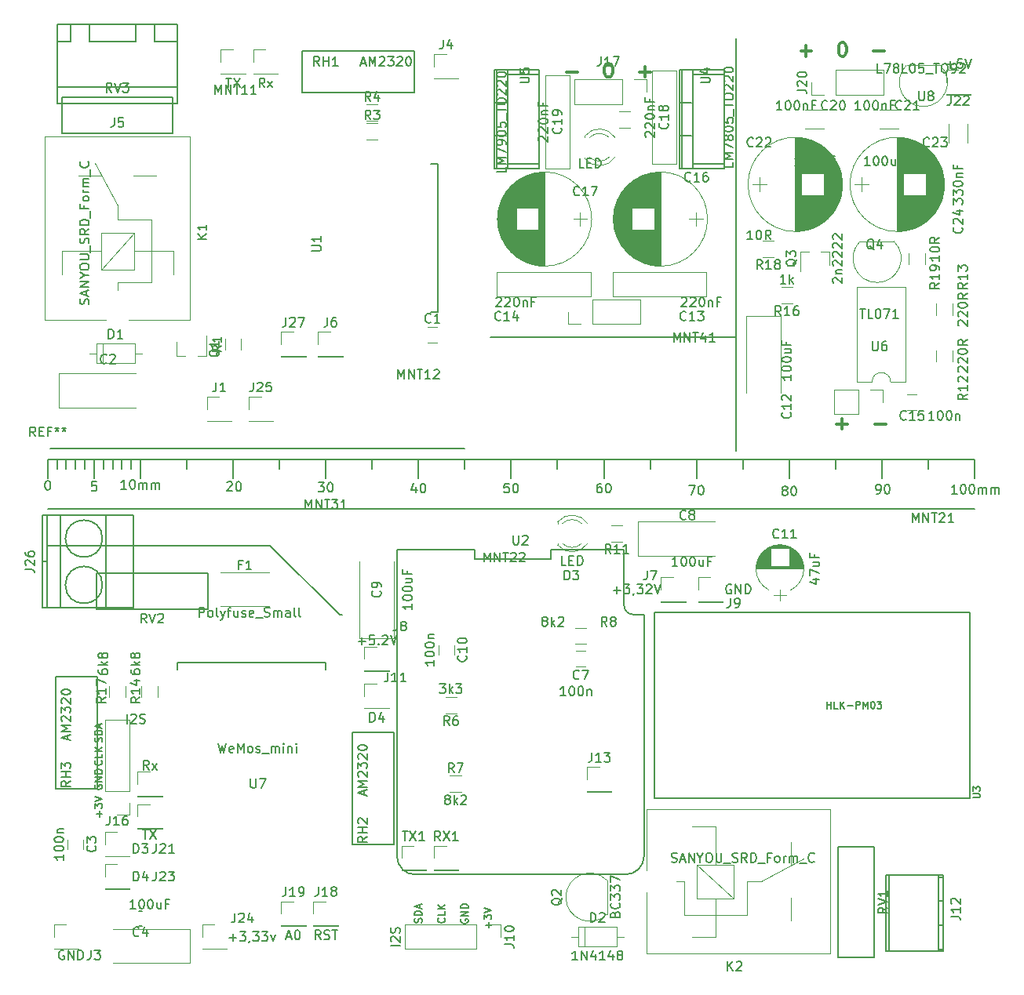
<source format=gto>
G04 #@! TF.FileFunction,Legend,Top*
%FSLAX46Y46*%
G04 Gerber Fmt 4.6, Leading zero omitted, Abs format (unit mm)*
G04 Created by KiCad (PCBNEW 4.0.7) date 03/03/18 20:57:52*
%MOMM*%
%LPD*%
G01*
G04 APERTURE LIST*
%ADD10C,0.100000*%
%ADD11C,0.200000*%
%ADD12C,0.150000*%
%ADD13C,0.300000*%
%ADD14C,0.152400*%
%ADD15C,0.120000*%
%ADD16C,0.127000*%
G04 APERTURE END LIST*
D10*
D11*
X131500000Y-162250000D02*
X131750000Y-162250000D01*
X124000000Y-154750000D02*
X131500000Y-162250000D01*
X100000000Y-154750000D02*
X124000000Y-154750000D01*
X100250000Y-144250000D02*
X145000000Y-144250000D01*
X174250000Y-132250000D02*
X174250000Y-132500000D01*
X147750000Y-132250000D02*
X174250000Y-132250000D01*
X174250000Y-100000000D02*
X174250000Y-144500000D01*
X200000000Y-150750000D02*
X100000000Y-150750000D01*
D12*
X140323810Y-195471428D02*
X140361905Y-195357142D01*
X140361905Y-195166666D01*
X140323810Y-195090476D01*
X140285714Y-195052380D01*
X140209524Y-195014285D01*
X140133333Y-195014285D01*
X140057143Y-195052380D01*
X140019048Y-195090476D01*
X139980952Y-195166666D01*
X139942857Y-195319047D01*
X139904762Y-195395238D01*
X139866667Y-195433333D01*
X139790476Y-195471428D01*
X139714286Y-195471428D01*
X139638095Y-195433333D01*
X139600000Y-195395238D01*
X139561905Y-195319047D01*
X139561905Y-195128571D01*
X139600000Y-195014285D01*
X140361905Y-194671428D02*
X139561905Y-194671428D01*
X139561905Y-194480952D01*
X139600000Y-194366666D01*
X139676190Y-194290475D01*
X139752381Y-194252380D01*
X139904762Y-194214285D01*
X140019048Y-194214285D01*
X140171429Y-194252380D01*
X140247619Y-194290475D01*
X140323810Y-194366666D01*
X140361905Y-194480952D01*
X140361905Y-194671428D01*
X140133333Y-193909523D02*
X140133333Y-193528571D01*
X140361905Y-193985714D02*
X139561905Y-193719047D01*
X140361905Y-193452380D01*
X142785714Y-194976190D02*
X142823810Y-195014285D01*
X142861905Y-195128571D01*
X142861905Y-195204761D01*
X142823810Y-195319047D01*
X142747619Y-195395238D01*
X142671429Y-195433333D01*
X142519048Y-195471428D01*
X142404762Y-195471428D01*
X142252381Y-195433333D01*
X142176190Y-195395238D01*
X142100000Y-195319047D01*
X142061905Y-195204761D01*
X142061905Y-195128571D01*
X142100000Y-195014285D01*
X142138095Y-194976190D01*
X142861905Y-194252380D02*
X142861905Y-194633333D01*
X142061905Y-194633333D01*
X142861905Y-193985714D02*
X142061905Y-193985714D01*
X142861905Y-193528571D02*
X142404762Y-193871428D01*
X142061905Y-193528571D02*
X142519048Y-193985714D01*
X144600000Y-195109523D02*
X144561905Y-195185714D01*
X144561905Y-195299999D01*
X144600000Y-195414285D01*
X144676190Y-195490476D01*
X144752381Y-195528571D01*
X144904762Y-195566666D01*
X145019048Y-195566666D01*
X145171429Y-195528571D01*
X145247619Y-195490476D01*
X145323810Y-195414285D01*
X145361905Y-195299999D01*
X145361905Y-195223809D01*
X145323810Y-195109523D01*
X145285714Y-195071428D01*
X145019048Y-195071428D01*
X145019048Y-195223809D01*
X145361905Y-194728571D02*
X144561905Y-194728571D01*
X145361905Y-194271428D01*
X144561905Y-194271428D01*
X145361905Y-193890476D02*
X144561905Y-193890476D01*
X144561905Y-193700000D01*
X144600000Y-193585714D01*
X144676190Y-193509523D01*
X144752381Y-193471428D01*
X144904762Y-193433333D01*
X145019048Y-193433333D01*
X145171429Y-193471428D01*
X145247619Y-193509523D01*
X145323810Y-193585714D01*
X145361905Y-193700000D01*
X145361905Y-193890476D01*
X147557143Y-196028571D02*
X147557143Y-195419047D01*
X147861905Y-195723809D02*
X147252381Y-195723809D01*
X147061905Y-195114285D02*
X147061905Y-194619047D01*
X147366667Y-194885714D01*
X147366667Y-194771428D01*
X147404762Y-194695238D01*
X147442857Y-194657142D01*
X147519048Y-194619047D01*
X147709524Y-194619047D01*
X147785714Y-194657142D01*
X147823810Y-194695238D01*
X147861905Y-194771428D01*
X147861905Y-195000000D01*
X147823810Y-195076190D01*
X147785714Y-195114285D01*
X147061905Y-194390476D02*
X147861905Y-194123809D01*
X147061905Y-193857142D01*
D13*
X156000001Y-103607143D02*
X157142858Y-103607143D01*
X160428572Y-102678571D02*
X160571429Y-102678571D01*
X160714286Y-102750000D01*
X160785715Y-102821429D01*
X160857144Y-102964286D01*
X160928572Y-103250000D01*
X160928572Y-103607143D01*
X160857144Y-103892857D01*
X160785715Y-104035714D01*
X160714286Y-104107143D01*
X160571429Y-104178571D01*
X160428572Y-104178571D01*
X160285715Y-104107143D01*
X160214286Y-104035714D01*
X160142858Y-103892857D01*
X160071429Y-103607143D01*
X160071429Y-103250000D01*
X160142858Y-102964286D01*
X160214286Y-102821429D01*
X160285715Y-102750000D01*
X160428572Y-102678571D01*
X163857143Y-103607143D02*
X165000000Y-103607143D01*
X164428571Y-104178571D02*
X164428571Y-103035714D01*
X185107143Y-141607143D02*
X186250000Y-141607143D01*
X185678571Y-142178571D02*
X185678571Y-141035714D01*
X189250000Y-141607143D02*
X190392857Y-141607143D01*
X181250001Y-101357143D02*
X182392858Y-101357143D01*
X181821429Y-101928571D02*
X181821429Y-100785714D01*
X185678572Y-100428571D02*
X185821429Y-100428571D01*
X185964286Y-100500000D01*
X186035715Y-100571429D01*
X186107144Y-100714286D01*
X186178572Y-101000000D01*
X186178572Y-101357143D01*
X186107144Y-101642857D01*
X186035715Y-101785714D01*
X185964286Y-101857143D01*
X185821429Y-101928571D01*
X185678572Y-101928571D01*
X185535715Y-101857143D01*
X185464286Y-101785714D01*
X185392858Y-101642857D01*
X185321429Y-101357143D01*
X185321429Y-101000000D01*
X185392858Y-100714286D01*
X185464286Y-100571429D01*
X185535715Y-100500000D01*
X185678572Y-100428571D01*
X189107143Y-101357143D02*
X190250000Y-101357143D01*
D12*
X105823810Y-175971428D02*
X105861905Y-175857142D01*
X105861905Y-175666666D01*
X105823810Y-175590476D01*
X105785714Y-175552380D01*
X105709524Y-175514285D01*
X105633333Y-175514285D01*
X105557143Y-175552380D01*
X105519048Y-175590476D01*
X105480952Y-175666666D01*
X105442857Y-175819047D01*
X105404762Y-175895238D01*
X105366667Y-175933333D01*
X105290476Y-175971428D01*
X105214286Y-175971428D01*
X105138095Y-175933333D01*
X105100000Y-175895238D01*
X105061905Y-175819047D01*
X105061905Y-175628571D01*
X105100000Y-175514285D01*
X105861905Y-175171428D02*
X105061905Y-175171428D01*
X105061905Y-174980952D01*
X105100000Y-174866666D01*
X105176190Y-174790475D01*
X105252381Y-174752380D01*
X105404762Y-174714285D01*
X105519048Y-174714285D01*
X105671429Y-174752380D01*
X105747619Y-174790475D01*
X105823810Y-174866666D01*
X105861905Y-174980952D01*
X105861905Y-175171428D01*
X105633333Y-174409523D02*
X105633333Y-174028571D01*
X105861905Y-174485714D02*
X105061905Y-174219047D01*
X105861905Y-173952380D01*
X105785714Y-177976190D02*
X105823810Y-178014285D01*
X105861905Y-178128571D01*
X105861905Y-178204761D01*
X105823810Y-178319047D01*
X105747619Y-178395238D01*
X105671429Y-178433333D01*
X105519048Y-178471428D01*
X105404762Y-178471428D01*
X105252381Y-178433333D01*
X105176190Y-178395238D01*
X105100000Y-178319047D01*
X105061905Y-178204761D01*
X105061905Y-178128571D01*
X105100000Y-178014285D01*
X105138095Y-177976190D01*
X105861905Y-177252380D02*
X105861905Y-177633333D01*
X105061905Y-177633333D01*
X105861905Y-176985714D02*
X105061905Y-176985714D01*
X105861905Y-176528571D02*
X105404762Y-176871428D01*
X105061905Y-176528571D02*
X105519048Y-176985714D01*
X105557143Y-184028571D02*
X105557143Y-183419047D01*
X105861905Y-183723809D02*
X105252381Y-183723809D01*
X105061905Y-183114285D02*
X105061905Y-182619047D01*
X105366667Y-182885714D01*
X105366667Y-182771428D01*
X105404762Y-182695238D01*
X105442857Y-182657142D01*
X105519048Y-182619047D01*
X105709524Y-182619047D01*
X105785714Y-182657142D01*
X105823810Y-182695238D01*
X105861905Y-182771428D01*
X105861905Y-183000000D01*
X105823810Y-183076190D01*
X105785714Y-183114285D01*
X105061905Y-182390476D02*
X105861905Y-182123809D01*
X105061905Y-181857142D01*
X105100000Y-180609523D02*
X105061905Y-180685714D01*
X105061905Y-180799999D01*
X105100000Y-180914285D01*
X105176190Y-180990476D01*
X105252381Y-181028571D01*
X105404762Y-181066666D01*
X105519048Y-181066666D01*
X105671429Y-181028571D01*
X105747619Y-180990476D01*
X105823810Y-180914285D01*
X105861905Y-180799999D01*
X105861905Y-180723809D01*
X105823810Y-180609523D01*
X105785714Y-180571428D01*
X105519048Y-180571428D01*
X105519048Y-180723809D01*
X105861905Y-180228571D02*
X105061905Y-180228571D01*
X105861905Y-179771428D01*
X105061905Y-179771428D01*
X105861905Y-179390476D02*
X105061905Y-179390476D01*
X105061905Y-179200000D01*
X105100000Y-179085714D01*
X105176190Y-179009523D01*
X105252381Y-178971428D01*
X105404762Y-178933333D01*
X105519048Y-178933333D01*
X105671429Y-178971428D01*
X105747619Y-179009523D01*
X105823810Y-179085714D01*
X105861905Y-179200000D01*
X105861905Y-179390476D01*
D14*
X141359000Y-129516000D02*
X142121000Y-129516000D01*
X142121000Y-129516000D02*
X142121000Y-113514000D01*
X142121000Y-113514000D02*
X141359000Y-113514000D01*
D15*
X142000000Y-131150000D02*
X141000000Y-131150000D01*
X141000000Y-132850000D02*
X142000000Y-132850000D01*
X101200000Y-136150000D02*
X109500000Y-136150000D01*
X101200000Y-139850000D02*
X109500000Y-139850000D01*
X101200000Y-136150000D02*
X101200000Y-139850000D01*
X103850000Y-187500000D02*
X103850000Y-186500000D01*
X102150000Y-186500000D02*
X102150000Y-187500000D01*
X115300000Y-199850000D02*
X107000000Y-199850000D01*
X115300000Y-196150000D02*
X107000000Y-196150000D01*
X115300000Y-199850000D02*
X115300000Y-196150000D01*
X157000000Y-167850000D02*
X158000000Y-167850000D01*
X158000000Y-166150000D02*
X157000000Y-166150000D01*
X163700000Y-152150000D02*
X172000000Y-152150000D01*
X163700000Y-155850000D02*
X172000000Y-155850000D01*
X163700000Y-152150000D02*
X163700000Y-155850000D01*
X133650000Y-164800000D02*
X133650000Y-156500000D01*
X137350000Y-164800000D02*
X137350000Y-156500000D01*
X133650000Y-164800000D02*
X137350000Y-164800000D01*
X143850000Y-166500000D02*
X143850000Y-165500000D01*
X142150000Y-165500000D02*
X142150000Y-166500000D01*
X177820277Y-154944278D02*
G75*
G03X177820000Y-159555580I1179723J-2305722D01*
G01*
X180179723Y-154944278D02*
G75*
G02X180180000Y-159555580I-1179723J-2305722D01*
G01*
X180179723Y-154944278D02*
G75*
G03X177820000Y-154944420I-1179723J-2305722D01*
G01*
X176450000Y-157250000D02*
X181550000Y-157250000D01*
X176450000Y-157210000D02*
X181550000Y-157210000D01*
X176451000Y-157170000D02*
X181549000Y-157170000D01*
X176452000Y-157130000D02*
X181548000Y-157130000D01*
X176454000Y-157090000D02*
X181546000Y-157090000D01*
X176457000Y-157050000D02*
X181543000Y-157050000D01*
X176461000Y-157010000D02*
X181539000Y-157010000D01*
X176465000Y-156970000D02*
X178020000Y-156970000D01*
X179980000Y-156970000D02*
X181535000Y-156970000D01*
X176469000Y-156930000D02*
X178020000Y-156930000D01*
X179980000Y-156930000D02*
X181531000Y-156930000D01*
X176475000Y-156890000D02*
X178020000Y-156890000D01*
X179980000Y-156890000D02*
X181525000Y-156890000D01*
X176481000Y-156850000D02*
X178020000Y-156850000D01*
X179980000Y-156850000D02*
X181519000Y-156850000D01*
X176487000Y-156810000D02*
X178020000Y-156810000D01*
X179980000Y-156810000D02*
X181513000Y-156810000D01*
X176494000Y-156770000D02*
X178020000Y-156770000D01*
X179980000Y-156770000D02*
X181506000Y-156770000D01*
X176502000Y-156730000D02*
X178020000Y-156730000D01*
X179980000Y-156730000D02*
X181498000Y-156730000D01*
X176511000Y-156690000D02*
X178020000Y-156690000D01*
X179980000Y-156690000D02*
X181489000Y-156690000D01*
X176520000Y-156650000D02*
X178020000Y-156650000D01*
X179980000Y-156650000D02*
X181480000Y-156650000D01*
X176530000Y-156610000D02*
X178020000Y-156610000D01*
X179980000Y-156610000D02*
X181470000Y-156610000D01*
X176540000Y-156570000D02*
X178020000Y-156570000D01*
X179980000Y-156570000D02*
X181460000Y-156570000D01*
X176552000Y-156529000D02*
X178020000Y-156529000D01*
X179980000Y-156529000D02*
X181448000Y-156529000D01*
X176564000Y-156489000D02*
X178020000Y-156489000D01*
X179980000Y-156489000D02*
X181436000Y-156489000D01*
X176576000Y-156449000D02*
X178020000Y-156449000D01*
X179980000Y-156449000D02*
X181424000Y-156449000D01*
X176590000Y-156409000D02*
X178020000Y-156409000D01*
X179980000Y-156409000D02*
X181410000Y-156409000D01*
X176604000Y-156369000D02*
X178020000Y-156369000D01*
X179980000Y-156369000D02*
X181396000Y-156369000D01*
X176618000Y-156329000D02*
X178020000Y-156329000D01*
X179980000Y-156329000D02*
X181382000Y-156329000D01*
X176634000Y-156289000D02*
X178020000Y-156289000D01*
X179980000Y-156289000D02*
X181366000Y-156289000D01*
X176650000Y-156249000D02*
X178020000Y-156249000D01*
X179980000Y-156249000D02*
X181350000Y-156249000D01*
X176667000Y-156209000D02*
X178020000Y-156209000D01*
X179980000Y-156209000D02*
X181333000Y-156209000D01*
X176685000Y-156169000D02*
X178020000Y-156169000D01*
X179980000Y-156169000D02*
X181315000Y-156169000D01*
X176704000Y-156129000D02*
X178020000Y-156129000D01*
X179980000Y-156129000D02*
X181296000Y-156129000D01*
X176724000Y-156089000D02*
X178020000Y-156089000D01*
X179980000Y-156089000D02*
X181276000Y-156089000D01*
X176744000Y-156049000D02*
X178020000Y-156049000D01*
X179980000Y-156049000D02*
X181256000Y-156049000D01*
X176766000Y-156009000D02*
X178020000Y-156009000D01*
X179980000Y-156009000D02*
X181234000Y-156009000D01*
X176788000Y-155969000D02*
X178020000Y-155969000D01*
X179980000Y-155969000D02*
X181212000Y-155969000D01*
X176811000Y-155929000D02*
X178020000Y-155929000D01*
X179980000Y-155929000D02*
X181189000Y-155929000D01*
X176835000Y-155889000D02*
X178020000Y-155889000D01*
X179980000Y-155889000D02*
X181165000Y-155889000D01*
X176860000Y-155849000D02*
X178020000Y-155849000D01*
X179980000Y-155849000D02*
X181140000Y-155849000D01*
X176887000Y-155809000D02*
X178020000Y-155809000D01*
X179980000Y-155809000D02*
X181113000Y-155809000D01*
X176914000Y-155769000D02*
X178020000Y-155769000D01*
X179980000Y-155769000D02*
X181086000Y-155769000D01*
X176942000Y-155729000D02*
X178020000Y-155729000D01*
X179980000Y-155729000D02*
X181058000Y-155729000D01*
X176972000Y-155689000D02*
X178020000Y-155689000D01*
X179980000Y-155689000D02*
X181028000Y-155689000D01*
X177003000Y-155649000D02*
X178020000Y-155649000D01*
X179980000Y-155649000D02*
X180997000Y-155649000D01*
X177035000Y-155609000D02*
X178020000Y-155609000D01*
X179980000Y-155609000D02*
X180965000Y-155609000D01*
X177068000Y-155569000D02*
X178020000Y-155569000D01*
X179980000Y-155569000D02*
X180932000Y-155569000D01*
X177103000Y-155529000D02*
X178020000Y-155529000D01*
X179980000Y-155529000D02*
X180897000Y-155529000D01*
X177139000Y-155489000D02*
X178020000Y-155489000D01*
X179980000Y-155489000D02*
X180861000Y-155489000D01*
X177177000Y-155449000D02*
X178020000Y-155449000D01*
X179980000Y-155449000D02*
X180823000Y-155449000D01*
X177217000Y-155409000D02*
X178020000Y-155409000D01*
X179980000Y-155409000D02*
X180783000Y-155409000D01*
X177258000Y-155369000D02*
X178020000Y-155369000D01*
X179980000Y-155369000D02*
X180742000Y-155369000D01*
X177301000Y-155329000D02*
X178020000Y-155329000D01*
X179980000Y-155329000D02*
X180699000Y-155329000D01*
X177346000Y-155289000D02*
X178020000Y-155289000D01*
X179980000Y-155289000D02*
X180654000Y-155289000D01*
X177394000Y-155249000D02*
X178020000Y-155249000D01*
X179980000Y-155249000D02*
X180606000Y-155249000D01*
X177444000Y-155209000D02*
X178020000Y-155209000D01*
X179980000Y-155209000D02*
X180556000Y-155209000D01*
X177496000Y-155169000D02*
X178020000Y-155169000D01*
X179980000Y-155169000D02*
X180504000Y-155169000D01*
X177552000Y-155129000D02*
X178020000Y-155129000D01*
X179980000Y-155129000D02*
X180448000Y-155129000D01*
X177610000Y-155089000D02*
X178020000Y-155089000D01*
X179980000Y-155089000D02*
X180390000Y-155089000D01*
X177673000Y-155049000D02*
X178020000Y-155049000D01*
X179980000Y-155049000D02*
X180327000Y-155049000D01*
X177739000Y-155009000D02*
X180261000Y-155009000D01*
X177811000Y-154969000D02*
X180189000Y-154969000D01*
X177888000Y-154929000D02*
X180112000Y-154929000D01*
X177972000Y-154889000D02*
X180028000Y-154889000D01*
X178066000Y-154849000D02*
X179934000Y-154849000D01*
X178171000Y-154809000D02*
X179829000Y-154809000D01*
X178293000Y-154769000D02*
X179707000Y-154769000D01*
X178441000Y-154729000D02*
X179559000Y-154729000D01*
X178646000Y-154689000D02*
X179354000Y-154689000D01*
X179000000Y-160700000D02*
X179000000Y-159500000D01*
X178350000Y-160100000D02*
X179650000Y-160100000D01*
X179100000Y-129950000D02*
X179100000Y-138250000D01*
X175400000Y-129950000D02*
X175400000Y-138250000D01*
X179100000Y-129950000D02*
X175400000Y-129950000D01*
X171060000Y-127810000D02*
X160940000Y-127810000D01*
X171060000Y-125190000D02*
X160940000Y-125190000D01*
X171060000Y-127810000D02*
X171060000Y-125190000D01*
X160940000Y-127810000D02*
X160940000Y-125190000D01*
X158560000Y-127810000D02*
X148440000Y-127810000D01*
X158560000Y-125190000D02*
X148440000Y-125190000D01*
X158560000Y-127810000D02*
X158560000Y-125190000D01*
X148440000Y-127810000D02*
X148440000Y-125190000D01*
X192750000Y-140100000D02*
X193750000Y-140100000D01*
X193750000Y-138400000D02*
X192750000Y-138400000D01*
X171190000Y-119500000D02*
G75*
G03X171190000Y-119500000I-5090000J0D01*
G01*
X166100000Y-124550000D02*
X166100000Y-114450000D01*
X166060000Y-124550000D02*
X166060000Y-114450000D01*
X166020000Y-124550000D02*
X166020000Y-114450000D01*
X165980000Y-124549000D02*
X165980000Y-114451000D01*
X165940000Y-124548000D02*
X165940000Y-114452000D01*
X165900000Y-124547000D02*
X165900000Y-114453000D01*
X165860000Y-124545000D02*
X165860000Y-114455000D01*
X165820000Y-124543000D02*
X165820000Y-114457000D01*
X165780000Y-124540000D02*
X165780000Y-114460000D01*
X165740000Y-124538000D02*
X165740000Y-114462000D01*
X165700000Y-124535000D02*
X165700000Y-114465000D01*
X165660000Y-124531000D02*
X165660000Y-114469000D01*
X165620000Y-124528000D02*
X165620000Y-114472000D01*
X165580000Y-124524000D02*
X165580000Y-114476000D01*
X165540000Y-124520000D02*
X165540000Y-114480000D01*
X165500000Y-124515000D02*
X165500000Y-114485000D01*
X165460000Y-124510000D02*
X165460000Y-114490000D01*
X165420000Y-124505000D02*
X165420000Y-114495000D01*
X165379000Y-124499000D02*
X165379000Y-120681000D01*
X165379000Y-118319000D02*
X165379000Y-114501000D01*
X165339000Y-124493000D02*
X165339000Y-120681000D01*
X165339000Y-118319000D02*
X165339000Y-114507000D01*
X165299000Y-124487000D02*
X165299000Y-120681000D01*
X165299000Y-118319000D02*
X165299000Y-114513000D01*
X165259000Y-124481000D02*
X165259000Y-120681000D01*
X165259000Y-118319000D02*
X165259000Y-114519000D01*
X165219000Y-124474000D02*
X165219000Y-120681000D01*
X165219000Y-118319000D02*
X165219000Y-114526000D01*
X165179000Y-124467000D02*
X165179000Y-120681000D01*
X165179000Y-118319000D02*
X165179000Y-114533000D01*
X165139000Y-124459000D02*
X165139000Y-120681000D01*
X165139000Y-118319000D02*
X165139000Y-114541000D01*
X165099000Y-124451000D02*
X165099000Y-120681000D01*
X165099000Y-118319000D02*
X165099000Y-114549000D01*
X165059000Y-124443000D02*
X165059000Y-120681000D01*
X165059000Y-118319000D02*
X165059000Y-114557000D01*
X165019000Y-124435000D02*
X165019000Y-120681000D01*
X165019000Y-118319000D02*
X165019000Y-114565000D01*
X164979000Y-124426000D02*
X164979000Y-120681000D01*
X164979000Y-118319000D02*
X164979000Y-114574000D01*
X164939000Y-124417000D02*
X164939000Y-120681000D01*
X164939000Y-118319000D02*
X164939000Y-114583000D01*
X164899000Y-124407000D02*
X164899000Y-120681000D01*
X164899000Y-118319000D02*
X164899000Y-114593000D01*
X164859000Y-124397000D02*
X164859000Y-120681000D01*
X164859000Y-118319000D02*
X164859000Y-114603000D01*
X164819000Y-124387000D02*
X164819000Y-120681000D01*
X164819000Y-118319000D02*
X164819000Y-114613000D01*
X164779000Y-124376000D02*
X164779000Y-120681000D01*
X164779000Y-118319000D02*
X164779000Y-114624000D01*
X164739000Y-124365000D02*
X164739000Y-120681000D01*
X164739000Y-118319000D02*
X164739000Y-114635000D01*
X164699000Y-124354000D02*
X164699000Y-120681000D01*
X164699000Y-118319000D02*
X164699000Y-114646000D01*
X164659000Y-124343000D02*
X164659000Y-120681000D01*
X164659000Y-118319000D02*
X164659000Y-114657000D01*
X164619000Y-124331000D02*
X164619000Y-120681000D01*
X164619000Y-118319000D02*
X164619000Y-114669000D01*
X164579000Y-124318000D02*
X164579000Y-120681000D01*
X164579000Y-118319000D02*
X164579000Y-114682000D01*
X164539000Y-124306000D02*
X164539000Y-120681000D01*
X164539000Y-118319000D02*
X164539000Y-114694000D01*
X164499000Y-124292000D02*
X164499000Y-120681000D01*
X164499000Y-118319000D02*
X164499000Y-114708000D01*
X164459000Y-124279000D02*
X164459000Y-120681000D01*
X164459000Y-118319000D02*
X164459000Y-114721000D01*
X164419000Y-124265000D02*
X164419000Y-120681000D01*
X164419000Y-118319000D02*
X164419000Y-114735000D01*
X164379000Y-124251000D02*
X164379000Y-120681000D01*
X164379000Y-118319000D02*
X164379000Y-114749000D01*
X164339000Y-124237000D02*
X164339000Y-120681000D01*
X164339000Y-118319000D02*
X164339000Y-114763000D01*
X164299000Y-124222000D02*
X164299000Y-120681000D01*
X164299000Y-118319000D02*
X164299000Y-114778000D01*
X164259000Y-124206000D02*
X164259000Y-120681000D01*
X164259000Y-118319000D02*
X164259000Y-114794000D01*
X164219000Y-124191000D02*
X164219000Y-120681000D01*
X164219000Y-118319000D02*
X164219000Y-114809000D01*
X164179000Y-124174000D02*
X164179000Y-120681000D01*
X164179000Y-118319000D02*
X164179000Y-114826000D01*
X164139000Y-124158000D02*
X164139000Y-120681000D01*
X164139000Y-118319000D02*
X164139000Y-114842000D01*
X164099000Y-124141000D02*
X164099000Y-120681000D01*
X164099000Y-118319000D02*
X164099000Y-114859000D01*
X164059000Y-124124000D02*
X164059000Y-120681000D01*
X164059000Y-118319000D02*
X164059000Y-114876000D01*
X164019000Y-124106000D02*
X164019000Y-120681000D01*
X164019000Y-118319000D02*
X164019000Y-114894000D01*
X163979000Y-124088000D02*
X163979000Y-120681000D01*
X163979000Y-118319000D02*
X163979000Y-114912000D01*
X163939000Y-124069000D02*
X163939000Y-120681000D01*
X163939000Y-118319000D02*
X163939000Y-114931000D01*
X163899000Y-124050000D02*
X163899000Y-120681000D01*
X163899000Y-118319000D02*
X163899000Y-114950000D01*
X163859000Y-124031000D02*
X163859000Y-120681000D01*
X163859000Y-118319000D02*
X163859000Y-114969000D01*
X163819000Y-124011000D02*
X163819000Y-120681000D01*
X163819000Y-118319000D02*
X163819000Y-114989000D01*
X163779000Y-123991000D02*
X163779000Y-120681000D01*
X163779000Y-118319000D02*
X163779000Y-115009000D01*
X163739000Y-123970000D02*
X163739000Y-120681000D01*
X163739000Y-118319000D02*
X163739000Y-115030000D01*
X163699000Y-123949000D02*
X163699000Y-120681000D01*
X163699000Y-118319000D02*
X163699000Y-115051000D01*
X163659000Y-123928000D02*
X163659000Y-120681000D01*
X163659000Y-118319000D02*
X163659000Y-115072000D01*
X163619000Y-123905000D02*
X163619000Y-120681000D01*
X163619000Y-118319000D02*
X163619000Y-115095000D01*
X163579000Y-123883000D02*
X163579000Y-120681000D01*
X163579000Y-118319000D02*
X163579000Y-115117000D01*
X163539000Y-123860000D02*
X163539000Y-120681000D01*
X163539000Y-118319000D02*
X163539000Y-115140000D01*
X163499000Y-123836000D02*
X163499000Y-120681000D01*
X163499000Y-118319000D02*
X163499000Y-115164000D01*
X163459000Y-123812000D02*
X163459000Y-120681000D01*
X163459000Y-118319000D02*
X163459000Y-115188000D01*
X163419000Y-123788000D02*
X163419000Y-120681000D01*
X163419000Y-118319000D02*
X163419000Y-115212000D01*
X163379000Y-123763000D02*
X163379000Y-120681000D01*
X163379000Y-118319000D02*
X163379000Y-115237000D01*
X163339000Y-123737000D02*
X163339000Y-120681000D01*
X163339000Y-118319000D02*
X163339000Y-115263000D01*
X163299000Y-123711000D02*
X163299000Y-120681000D01*
X163299000Y-118319000D02*
X163299000Y-115289000D01*
X163259000Y-123685000D02*
X163259000Y-120681000D01*
X163259000Y-118319000D02*
X163259000Y-115315000D01*
X163219000Y-123657000D02*
X163219000Y-120681000D01*
X163219000Y-118319000D02*
X163219000Y-115343000D01*
X163179000Y-123630000D02*
X163179000Y-120681000D01*
X163179000Y-118319000D02*
X163179000Y-115370000D01*
X163139000Y-123601000D02*
X163139000Y-120681000D01*
X163139000Y-118319000D02*
X163139000Y-115399000D01*
X163099000Y-123572000D02*
X163099000Y-120681000D01*
X163099000Y-118319000D02*
X163099000Y-115428000D01*
X163059000Y-123543000D02*
X163059000Y-120681000D01*
X163059000Y-118319000D02*
X163059000Y-115457000D01*
X163019000Y-123513000D02*
X163019000Y-115487000D01*
X162979000Y-123482000D02*
X162979000Y-115518000D01*
X162939000Y-123451000D02*
X162939000Y-115549000D01*
X162899000Y-123419000D02*
X162899000Y-115581000D01*
X162859000Y-123386000D02*
X162859000Y-115614000D01*
X162819000Y-123353000D02*
X162819000Y-115647000D01*
X162779000Y-123319000D02*
X162779000Y-115681000D01*
X162739000Y-123284000D02*
X162739000Y-115716000D01*
X162699000Y-123248000D02*
X162699000Y-115752000D01*
X162659000Y-123212000D02*
X162659000Y-115788000D01*
X162619000Y-123175000D02*
X162619000Y-115825000D01*
X162579000Y-123137000D02*
X162579000Y-115863000D01*
X162539000Y-123098000D02*
X162539000Y-115902000D01*
X162499000Y-123059000D02*
X162499000Y-115941000D01*
X162459000Y-123018000D02*
X162459000Y-115982000D01*
X162419000Y-122977000D02*
X162419000Y-116023000D01*
X162379000Y-122935000D02*
X162379000Y-116065000D01*
X162339000Y-122891000D02*
X162339000Y-116109000D01*
X162299000Y-122847000D02*
X162299000Y-116153000D01*
X162259000Y-122802000D02*
X162259000Y-116198000D01*
X162219000Y-122755000D02*
X162219000Y-116245000D01*
X162179000Y-122707000D02*
X162179000Y-116293000D01*
X162139000Y-122658000D02*
X162139000Y-116342000D01*
X162099000Y-122608000D02*
X162099000Y-116392000D01*
X162059000Y-122557000D02*
X162059000Y-116443000D01*
X162019000Y-122504000D02*
X162019000Y-116496000D01*
X161979000Y-122449000D02*
X161979000Y-116551000D01*
X161939000Y-122394000D02*
X161939000Y-116606000D01*
X161899000Y-122336000D02*
X161899000Y-116664000D01*
X161859000Y-122277000D02*
X161859000Y-116723000D01*
X161819000Y-122215000D02*
X161819000Y-116785000D01*
X161779000Y-122152000D02*
X161779000Y-116848000D01*
X161739000Y-122087000D02*
X161739000Y-116913000D01*
X161699000Y-122019000D02*
X161699000Y-116981000D01*
X161659000Y-121949000D02*
X161659000Y-117051000D01*
X161619000Y-121877000D02*
X161619000Y-117123000D01*
X161579000Y-121801000D02*
X161579000Y-117199000D01*
X161539000Y-121722000D02*
X161539000Y-117278000D01*
X161499000Y-121640000D02*
X161499000Y-117360000D01*
X161459000Y-121553000D02*
X161459000Y-117447000D01*
X161419000Y-121462000D02*
X161419000Y-117538000D01*
X161379000Y-121366000D02*
X161379000Y-117634000D01*
X161339000Y-121263000D02*
X161339000Y-117737000D01*
X161299000Y-121154000D02*
X161299000Y-117846000D01*
X161259000Y-121036000D02*
X161259000Y-117964000D01*
X161219000Y-120907000D02*
X161219000Y-118093000D01*
X161179000Y-120765000D02*
X161179000Y-118235000D01*
X161139000Y-120604000D02*
X161139000Y-118396000D01*
X161099000Y-120413000D02*
X161099000Y-118587000D01*
X161059000Y-120172000D02*
X161059000Y-118828000D01*
X161019000Y-119779000D02*
X161019000Y-119221000D01*
X170700000Y-119500000D02*
X169200000Y-119500000D01*
X169950000Y-120250000D02*
X169950000Y-118750000D01*
X158690000Y-119500000D02*
G75*
G03X158690000Y-119500000I-5090000J0D01*
G01*
X153600000Y-124550000D02*
X153600000Y-114450000D01*
X153560000Y-124550000D02*
X153560000Y-114450000D01*
X153520000Y-124550000D02*
X153520000Y-114450000D01*
X153480000Y-124549000D02*
X153480000Y-114451000D01*
X153440000Y-124548000D02*
X153440000Y-114452000D01*
X153400000Y-124547000D02*
X153400000Y-114453000D01*
X153360000Y-124545000D02*
X153360000Y-114455000D01*
X153320000Y-124543000D02*
X153320000Y-114457000D01*
X153280000Y-124540000D02*
X153280000Y-114460000D01*
X153240000Y-124538000D02*
X153240000Y-114462000D01*
X153200000Y-124535000D02*
X153200000Y-114465000D01*
X153160000Y-124531000D02*
X153160000Y-114469000D01*
X153120000Y-124528000D02*
X153120000Y-114472000D01*
X153080000Y-124524000D02*
X153080000Y-114476000D01*
X153040000Y-124520000D02*
X153040000Y-114480000D01*
X153000000Y-124515000D02*
X153000000Y-114485000D01*
X152960000Y-124510000D02*
X152960000Y-114490000D01*
X152920000Y-124505000D02*
X152920000Y-114495000D01*
X152879000Y-124499000D02*
X152879000Y-120681000D01*
X152879000Y-118319000D02*
X152879000Y-114501000D01*
X152839000Y-124493000D02*
X152839000Y-120681000D01*
X152839000Y-118319000D02*
X152839000Y-114507000D01*
X152799000Y-124487000D02*
X152799000Y-120681000D01*
X152799000Y-118319000D02*
X152799000Y-114513000D01*
X152759000Y-124481000D02*
X152759000Y-120681000D01*
X152759000Y-118319000D02*
X152759000Y-114519000D01*
X152719000Y-124474000D02*
X152719000Y-120681000D01*
X152719000Y-118319000D02*
X152719000Y-114526000D01*
X152679000Y-124467000D02*
X152679000Y-120681000D01*
X152679000Y-118319000D02*
X152679000Y-114533000D01*
X152639000Y-124459000D02*
X152639000Y-120681000D01*
X152639000Y-118319000D02*
X152639000Y-114541000D01*
X152599000Y-124451000D02*
X152599000Y-120681000D01*
X152599000Y-118319000D02*
X152599000Y-114549000D01*
X152559000Y-124443000D02*
X152559000Y-120681000D01*
X152559000Y-118319000D02*
X152559000Y-114557000D01*
X152519000Y-124435000D02*
X152519000Y-120681000D01*
X152519000Y-118319000D02*
X152519000Y-114565000D01*
X152479000Y-124426000D02*
X152479000Y-120681000D01*
X152479000Y-118319000D02*
X152479000Y-114574000D01*
X152439000Y-124417000D02*
X152439000Y-120681000D01*
X152439000Y-118319000D02*
X152439000Y-114583000D01*
X152399000Y-124407000D02*
X152399000Y-120681000D01*
X152399000Y-118319000D02*
X152399000Y-114593000D01*
X152359000Y-124397000D02*
X152359000Y-120681000D01*
X152359000Y-118319000D02*
X152359000Y-114603000D01*
X152319000Y-124387000D02*
X152319000Y-120681000D01*
X152319000Y-118319000D02*
X152319000Y-114613000D01*
X152279000Y-124376000D02*
X152279000Y-120681000D01*
X152279000Y-118319000D02*
X152279000Y-114624000D01*
X152239000Y-124365000D02*
X152239000Y-120681000D01*
X152239000Y-118319000D02*
X152239000Y-114635000D01*
X152199000Y-124354000D02*
X152199000Y-120681000D01*
X152199000Y-118319000D02*
X152199000Y-114646000D01*
X152159000Y-124343000D02*
X152159000Y-120681000D01*
X152159000Y-118319000D02*
X152159000Y-114657000D01*
X152119000Y-124331000D02*
X152119000Y-120681000D01*
X152119000Y-118319000D02*
X152119000Y-114669000D01*
X152079000Y-124318000D02*
X152079000Y-120681000D01*
X152079000Y-118319000D02*
X152079000Y-114682000D01*
X152039000Y-124306000D02*
X152039000Y-120681000D01*
X152039000Y-118319000D02*
X152039000Y-114694000D01*
X151999000Y-124292000D02*
X151999000Y-120681000D01*
X151999000Y-118319000D02*
X151999000Y-114708000D01*
X151959000Y-124279000D02*
X151959000Y-120681000D01*
X151959000Y-118319000D02*
X151959000Y-114721000D01*
X151919000Y-124265000D02*
X151919000Y-120681000D01*
X151919000Y-118319000D02*
X151919000Y-114735000D01*
X151879000Y-124251000D02*
X151879000Y-120681000D01*
X151879000Y-118319000D02*
X151879000Y-114749000D01*
X151839000Y-124237000D02*
X151839000Y-120681000D01*
X151839000Y-118319000D02*
X151839000Y-114763000D01*
X151799000Y-124222000D02*
X151799000Y-120681000D01*
X151799000Y-118319000D02*
X151799000Y-114778000D01*
X151759000Y-124206000D02*
X151759000Y-120681000D01*
X151759000Y-118319000D02*
X151759000Y-114794000D01*
X151719000Y-124191000D02*
X151719000Y-120681000D01*
X151719000Y-118319000D02*
X151719000Y-114809000D01*
X151679000Y-124174000D02*
X151679000Y-120681000D01*
X151679000Y-118319000D02*
X151679000Y-114826000D01*
X151639000Y-124158000D02*
X151639000Y-120681000D01*
X151639000Y-118319000D02*
X151639000Y-114842000D01*
X151599000Y-124141000D02*
X151599000Y-120681000D01*
X151599000Y-118319000D02*
X151599000Y-114859000D01*
X151559000Y-124124000D02*
X151559000Y-120681000D01*
X151559000Y-118319000D02*
X151559000Y-114876000D01*
X151519000Y-124106000D02*
X151519000Y-120681000D01*
X151519000Y-118319000D02*
X151519000Y-114894000D01*
X151479000Y-124088000D02*
X151479000Y-120681000D01*
X151479000Y-118319000D02*
X151479000Y-114912000D01*
X151439000Y-124069000D02*
X151439000Y-120681000D01*
X151439000Y-118319000D02*
X151439000Y-114931000D01*
X151399000Y-124050000D02*
X151399000Y-120681000D01*
X151399000Y-118319000D02*
X151399000Y-114950000D01*
X151359000Y-124031000D02*
X151359000Y-120681000D01*
X151359000Y-118319000D02*
X151359000Y-114969000D01*
X151319000Y-124011000D02*
X151319000Y-120681000D01*
X151319000Y-118319000D02*
X151319000Y-114989000D01*
X151279000Y-123991000D02*
X151279000Y-120681000D01*
X151279000Y-118319000D02*
X151279000Y-115009000D01*
X151239000Y-123970000D02*
X151239000Y-120681000D01*
X151239000Y-118319000D02*
X151239000Y-115030000D01*
X151199000Y-123949000D02*
X151199000Y-120681000D01*
X151199000Y-118319000D02*
X151199000Y-115051000D01*
X151159000Y-123928000D02*
X151159000Y-120681000D01*
X151159000Y-118319000D02*
X151159000Y-115072000D01*
X151119000Y-123905000D02*
X151119000Y-120681000D01*
X151119000Y-118319000D02*
X151119000Y-115095000D01*
X151079000Y-123883000D02*
X151079000Y-120681000D01*
X151079000Y-118319000D02*
X151079000Y-115117000D01*
X151039000Y-123860000D02*
X151039000Y-120681000D01*
X151039000Y-118319000D02*
X151039000Y-115140000D01*
X150999000Y-123836000D02*
X150999000Y-120681000D01*
X150999000Y-118319000D02*
X150999000Y-115164000D01*
X150959000Y-123812000D02*
X150959000Y-120681000D01*
X150959000Y-118319000D02*
X150959000Y-115188000D01*
X150919000Y-123788000D02*
X150919000Y-120681000D01*
X150919000Y-118319000D02*
X150919000Y-115212000D01*
X150879000Y-123763000D02*
X150879000Y-120681000D01*
X150879000Y-118319000D02*
X150879000Y-115237000D01*
X150839000Y-123737000D02*
X150839000Y-120681000D01*
X150839000Y-118319000D02*
X150839000Y-115263000D01*
X150799000Y-123711000D02*
X150799000Y-120681000D01*
X150799000Y-118319000D02*
X150799000Y-115289000D01*
X150759000Y-123685000D02*
X150759000Y-120681000D01*
X150759000Y-118319000D02*
X150759000Y-115315000D01*
X150719000Y-123657000D02*
X150719000Y-120681000D01*
X150719000Y-118319000D02*
X150719000Y-115343000D01*
X150679000Y-123630000D02*
X150679000Y-120681000D01*
X150679000Y-118319000D02*
X150679000Y-115370000D01*
X150639000Y-123601000D02*
X150639000Y-120681000D01*
X150639000Y-118319000D02*
X150639000Y-115399000D01*
X150599000Y-123572000D02*
X150599000Y-120681000D01*
X150599000Y-118319000D02*
X150599000Y-115428000D01*
X150559000Y-123543000D02*
X150559000Y-120681000D01*
X150559000Y-118319000D02*
X150559000Y-115457000D01*
X150519000Y-123513000D02*
X150519000Y-115487000D01*
X150479000Y-123482000D02*
X150479000Y-115518000D01*
X150439000Y-123451000D02*
X150439000Y-115549000D01*
X150399000Y-123419000D02*
X150399000Y-115581000D01*
X150359000Y-123386000D02*
X150359000Y-115614000D01*
X150319000Y-123353000D02*
X150319000Y-115647000D01*
X150279000Y-123319000D02*
X150279000Y-115681000D01*
X150239000Y-123284000D02*
X150239000Y-115716000D01*
X150199000Y-123248000D02*
X150199000Y-115752000D01*
X150159000Y-123212000D02*
X150159000Y-115788000D01*
X150119000Y-123175000D02*
X150119000Y-115825000D01*
X150079000Y-123137000D02*
X150079000Y-115863000D01*
X150039000Y-123098000D02*
X150039000Y-115902000D01*
X149999000Y-123059000D02*
X149999000Y-115941000D01*
X149959000Y-123018000D02*
X149959000Y-115982000D01*
X149919000Y-122977000D02*
X149919000Y-116023000D01*
X149879000Y-122935000D02*
X149879000Y-116065000D01*
X149839000Y-122891000D02*
X149839000Y-116109000D01*
X149799000Y-122847000D02*
X149799000Y-116153000D01*
X149759000Y-122802000D02*
X149759000Y-116198000D01*
X149719000Y-122755000D02*
X149719000Y-116245000D01*
X149679000Y-122707000D02*
X149679000Y-116293000D01*
X149639000Y-122658000D02*
X149639000Y-116342000D01*
X149599000Y-122608000D02*
X149599000Y-116392000D01*
X149559000Y-122557000D02*
X149559000Y-116443000D01*
X149519000Y-122504000D02*
X149519000Y-116496000D01*
X149479000Y-122449000D02*
X149479000Y-116551000D01*
X149439000Y-122394000D02*
X149439000Y-116606000D01*
X149399000Y-122336000D02*
X149399000Y-116664000D01*
X149359000Y-122277000D02*
X149359000Y-116723000D01*
X149319000Y-122215000D02*
X149319000Y-116785000D01*
X149279000Y-122152000D02*
X149279000Y-116848000D01*
X149239000Y-122087000D02*
X149239000Y-116913000D01*
X149199000Y-122019000D02*
X149199000Y-116981000D01*
X149159000Y-121949000D02*
X149159000Y-117051000D01*
X149119000Y-121877000D02*
X149119000Y-117123000D01*
X149079000Y-121801000D02*
X149079000Y-117199000D01*
X149039000Y-121722000D02*
X149039000Y-117278000D01*
X148999000Y-121640000D02*
X148999000Y-117360000D01*
X148959000Y-121553000D02*
X148959000Y-117447000D01*
X148919000Y-121462000D02*
X148919000Y-117538000D01*
X148879000Y-121366000D02*
X148879000Y-117634000D01*
X148839000Y-121263000D02*
X148839000Y-117737000D01*
X148799000Y-121154000D02*
X148799000Y-117846000D01*
X148759000Y-121036000D02*
X148759000Y-117964000D01*
X148719000Y-120907000D02*
X148719000Y-118093000D01*
X148679000Y-120765000D02*
X148679000Y-118235000D01*
X148639000Y-120604000D02*
X148639000Y-118396000D01*
X148599000Y-120413000D02*
X148599000Y-118587000D01*
X148559000Y-120172000D02*
X148559000Y-118828000D01*
X148519000Y-119779000D02*
X148519000Y-119221000D01*
X158200000Y-119500000D02*
X156700000Y-119500000D01*
X157450000Y-120250000D02*
X157450000Y-118750000D01*
X167810000Y-103440000D02*
X167810000Y-113560000D01*
X165190000Y-103440000D02*
X165190000Y-113560000D01*
X167810000Y-103440000D02*
X165190000Y-103440000D01*
X167810000Y-113560000D02*
X165190000Y-113560000D01*
X156310000Y-103940000D02*
X156310000Y-114060000D01*
X153690000Y-103940000D02*
X153690000Y-114060000D01*
X156310000Y-103940000D02*
X153690000Y-103940000D01*
X156310000Y-114060000D02*
X153690000Y-114060000D01*
X183750000Y-107730000D02*
X181750000Y-107730000D01*
X181750000Y-109770000D02*
X183750000Y-109770000D01*
X191750000Y-107730000D02*
X189750000Y-107730000D01*
X189750000Y-109770000D02*
X191750000Y-109770000D01*
X185740000Y-115750000D02*
G75*
G03X185740000Y-115750000I-5090000J0D01*
G01*
X180650000Y-110700000D02*
X180650000Y-120800000D01*
X180690000Y-110700000D02*
X180690000Y-120800000D01*
X180730000Y-110700000D02*
X180730000Y-120800000D01*
X180770000Y-110701000D02*
X180770000Y-120799000D01*
X180810000Y-110702000D02*
X180810000Y-120798000D01*
X180850000Y-110703000D02*
X180850000Y-120797000D01*
X180890000Y-110705000D02*
X180890000Y-120795000D01*
X180930000Y-110707000D02*
X180930000Y-120793000D01*
X180970000Y-110710000D02*
X180970000Y-120790000D01*
X181010000Y-110712000D02*
X181010000Y-120788000D01*
X181050000Y-110715000D02*
X181050000Y-120785000D01*
X181090000Y-110719000D02*
X181090000Y-120781000D01*
X181130000Y-110722000D02*
X181130000Y-120778000D01*
X181170000Y-110726000D02*
X181170000Y-120774000D01*
X181210000Y-110730000D02*
X181210000Y-120770000D01*
X181250000Y-110735000D02*
X181250000Y-120765000D01*
X181290000Y-110740000D02*
X181290000Y-120760000D01*
X181330000Y-110745000D02*
X181330000Y-120755000D01*
X181371000Y-110751000D02*
X181371000Y-114569000D01*
X181371000Y-116931000D02*
X181371000Y-120749000D01*
X181411000Y-110757000D02*
X181411000Y-114569000D01*
X181411000Y-116931000D02*
X181411000Y-120743000D01*
X181451000Y-110763000D02*
X181451000Y-114569000D01*
X181451000Y-116931000D02*
X181451000Y-120737000D01*
X181491000Y-110769000D02*
X181491000Y-114569000D01*
X181491000Y-116931000D02*
X181491000Y-120731000D01*
X181531000Y-110776000D02*
X181531000Y-114569000D01*
X181531000Y-116931000D02*
X181531000Y-120724000D01*
X181571000Y-110783000D02*
X181571000Y-114569000D01*
X181571000Y-116931000D02*
X181571000Y-120717000D01*
X181611000Y-110791000D02*
X181611000Y-114569000D01*
X181611000Y-116931000D02*
X181611000Y-120709000D01*
X181651000Y-110799000D02*
X181651000Y-114569000D01*
X181651000Y-116931000D02*
X181651000Y-120701000D01*
X181691000Y-110807000D02*
X181691000Y-114569000D01*
X181691000Y-116931000D02*
X181691000Y-120693000D01*
X181731000Y-110815000D02*
X181731000Y-114569000D01*
X181731000Y-116931000D02*
X181731000Y-120685000D01*
X181771000Y-110824000D02*
X181771000Y-114569000D01*
X181771000Y-116931000D02*
X181771000Y-120676000D01*
X181811000Y-110833000D02*
X181811000Y-114569000D01*
X181811000Y-116931000D02*
X181811000Y-120667000D01*
X181851000Y-110843000D02*
X181851000Y-114569000D01*
X181851000Y-116931000D02*
X181851000Y-120657000D01*
X181891000Y-110853000D02*
X181891000Y-114569000D01*
X181891000Y-116931000D02*
X181891000Y-120647000D01*
X181931000Y-110863000D02*
X181931000Y-114569000D01*
X181931000Y-116931000D02*
X181931000Y-120637000D01*
X181971000Y-110874000D02*
X181971000Y-114569000D01*
X181971000Y-116931000D02*
X181971000Y-120626000D01*
X182011000Y-110885000D02*
X182011000Y-114569000D01*
X182011000Y-116931000D02*
X182011000Y-120615000D01*
X182051000Y-110896000D02*
X182051000Y-114569000D01*
X182051000Y-116931000D02*
X182051000Y-120604000D01*
X182091000Y-110907000D02*
X182091000Y-114569000D01*
X182091000Y-116931000D02*
X182091000Y-120593000D01*
X182131000Y-110919000D02*
X182131000Y-114569000D01*
X182131000Y-116931000D02*
X182131000Y-120581000D01*
X182171000Y-110932000D02*
X182171000Y-114569000D01*
X182171000Y-116931000D02*
X182171000Y-120568000D01*
X182211000Y-110944000D02*
X182211000Y-114569000D01*
X182211000Y-116931000D02*
X182211000Y-120556000D01*
X182251000Y-110958000D02*
X182251000Y-114569000D01*
X182251000Y-116931000D02*
X182251000Y-120542000D01*
X182291000Y-110971000D02*
X182291000Y-114569000D01*
X182291000Y-116931000D02*
X182291000Y-120529000D01*
X182331000Y-110985000D02*
X182331000Y-114569000D01*
X182331000Y-116931000D02*
X182331000Y-120515000D01*
X182371000Y-110999000D02*
X182371000Y-114569000D01*
X182371000Y-116931000D02*
X182371000Y-120501000D01*
X182411000Y-111013000D02*
X182411000Y-114569000D01*
X182411000Y-116931000D02*
X182411000Y-120487000D01*
X182451000Y-111028000D02*
X182451000Y-114569000D01*
X182451000Y-116931000D02*
X182451000Y-120472000D01*
X182491000Y-111044000D02*
X182491000Y-114569000D01*
X182491000Y-116931000D02*
X182491000Y-120456000D01*
X182531000Y-111059000D02*
X182531000Y-114569000D01*
X182531000Y-116931000D02*
X182531000Y-120441000D01*
X182571000Y-111076000D02*
X182571000Y-114569000D01*
X182571000Y-116931000D02*
X182571000Y-120424000D01*
X182611000Y-111092000D02*
X182611000Y-114569000D01*
X182611000Y-116931000D02*
X182611000Y-120408000D01*
X182651000Y-111109000D02*
X182651000Y-114569000D01*
X182651000Y-116931000D02*
X182651000Y-120391000D01*
X182691000Y-111126000D02*
X182691000Y-114569000D01*
X182691000Y-116931000D02*
X182691000Y-120374000D01*
X182731000Y-111144000D02*
X182731000Y-114569000D01*
X182731000Y-116931000D02*
X182731000Y-120356000D01*
X182771000Y-111162000D02*
X182771000Y-114569000D01*
X182771000Y-116931000D02*
X182771000Y-120338000D01*
X182811000Y-111181000D02*
X182811000Y-114569000D01*
X182811000Y-116931000D02*
X182811000Y-120319000D01*
X182851000Y-111200000D02*
X182851000Y-114569000D01*
X182851000Y-116931000D02*
X182851000Y-120300000D01*
X182891000Y-111219000D02*
X182891000Y-114569000D01*
X182891000Y-116931000D02*
X182891000Y-120281000D01*
X182931000Y-111239000D02*
X182931000Y-114569000D01*
X182931000Y-116931000D02*
X182931000Y-120261000D01*
X182971000Y-111259000D02*
X182971000Y-114569000D01*
X182971000Y-116931000D02*
X182971000Y-120241000D01*
X183011000Y-111280000D02*
X183011000Y-114569000D01*
X183011000Y-116931000D02*
X183011000Y-120220000D01*
X183051000Y-111301000D02*
X183051000Y-114569000D01*
X183051000Y-116931000D02*
X183051000Y-120199000D01*
X183091000Y-111322000D02*
X183091000Y-114569000D01*
X183091000Y-116931000D02*
X183091000Y-120178000D01*
X183131000Y-111345000D02*
X183131000Y-114569000D01*
X183131000Y-116931000D02*
X183131000Y-120155000D01*
X183171000Y-111367000D02*
X183171000Y-114569000D01*
X183171000Y-116931000D02*
X183171000Y-120133000D01*
X183211000Y-111390000D02*
X183211000Y-114569000D01*
X183211000Y-116931000D02*
X183211000Y-120110000D01*
X183251000Y-111414000D02*
X183251000Y-114569000D01*
X183251000Y-116931000D02*
X183251000Y-120086000D01*
X183291000Y-111438000D02*
X183291000Y-114569000D01*
X183291000Y-116931000D02*
X183291000Y-120062000D01*
X183331000Y-111462000D02*
X183331000Y-114569000D01*
X183331000Y-116931000D02*
X183331000Y-120038000D01*
X183371000Y-111487000D02*
X183371000Y-114569000D01*
X183371000Y-116931000D02*
X183371000Y-120013000D01*
X183411000Y-111513000D02*
X183411000Y-114569000D01*
X183411000Y-116931000D02*
X183411000Y-119987000D01*
X183451000Y-111539000D02*
X183451000Y-114569000D01*
X183451000Y-116931000D02*
X183451000Y-119961000D01*
X183491000Y-111565000D02*
X183491000Y-114569000D01*
X183491000Y-116931000D02*
X183491000Y-119935000D01*
X183531000Y-111593000D02*
X183531000Y-114569000D01*
X183531000Y-116931000D02*
X183531000Y-119907000D01*
X183571000Y-111620000D02*
X183571000Y-114569000D01*
X183571000Y-116931000D02*
X183571000Y-119880000D01*
X183611000Y-111649000D02*
X183611000Y-114569000D01*
X183611000Y-116931000D02*
X183611000Y-119851000D01*
X183651000Y-111678000D02*
X183651000Y-114569000D01*
X183651000Y-116931000D02*
X183651000Y-119822000D01*
X183691000Y-111707000D02*
X183691000Y-114569000D01*
X183691000Y-116931000D02*
X183691000Y-119793000D01*
X183731000Y-111737000D02*
X183731000Y-119763000D01*
X183771000Y-111768000D02*
X183771000Y-119732000D01*
X183811000Y-111799000D02*
X183811000Y-119701000D01*
X183851000Y-111831000D02*
X183851000Y-119669000D01*
X183891000Y-111864000D02*
X183891000Y-119636000D01*
X183931000Y-111897000D02*
X183931000Y-119603000D01*
X183971000Y-111931000D02*
X183971000Y-119569000D01*
X184011000Y-111966000D02*
X184011000Y-119534000D01*
X184051000Y-112002000D02*
X184051000Y-119498000D01*
X184091000Y-112038000D02*
X184091000Y-119462000D01*
X184131000Y-112075000D02*
X184131000Y-119425000D01*
X184171000Y-112113000D02*
X184171000Y-119387000D01*
X184211000Y-112152000D02*
X184211000Y-119348000D01*
X184251000Y-112191000D02*
X184251000Y-119309000D01*
X184291000Y-112232000D02*
X184291000Y-119268000D01*
X184331000Y-112273000D02*
X184331000Y-119227000D01*
X184371000Y-112315000D02*
X184371000Y-119185000D01*
X184411000Y-112359000D02*
X184411000Y-119141000D01*
X184451000Y-112403000D02*
X184451000Y-119097000D01*
X184491000Y-112448000D02*
X184491000Y-119052000D01*
X184531000Y-112495000D02*
X184531000Y-119005000D01*
X184571000Y-112543000D02*
X184571000Y-118957000D01*
X184611000Y-112592000D02*
X184611000Y-118908000D01*
X184651000Y-112642000D02*
X184651000Y-118858000D01*
X184691000Y-112693000D02*
X184691000Y-118807000D01*
X184731000Y-112746000D02*
X184731000Y-118754000D01*
X184771000Y-112801000D02*
X184771000Y-118699000D01*
X184811000Y-112856000D02*
X184811000Y-118644000D01*
X184851000Y-112914000D02*
X184851000Y-118586000D01*
X184891000Y-112973000D02*
X184891000Y-118527000D01*
X184931000Y-113035000D02*
X184931000Y-118465000D01*
X184971000Y-113098000D02*
X184971000Y-118402000D01*
X185011000Y-113163000D02*
X185011000Y-118337000D01*
X185051000Y-113231000D02*
X185051000Y-118269000D01*
X185091000Y-113301000D02*
X185091000Y-118199000D01*
X185131000Y-113373000D02*
X185131000Y-118127000D01*
X185171000Y-113449000D02*
X185171000Y-118051000D01*
X185211000Y-113528000D02*
X185211000Y-117972000D01*
X185251000Y-113610000D02*
X185251000Y-117890000D01*
X185291000Y-113697000D02*
X185291000Y-117803000D01*
X185331000Y-113788000D02*
X185331000Y-117712000D01*
X185371000Y-113884000D02*
X185371000Y-117616000D01*
X185411000Y-113987000D02*
X185411000Y-117513000D01*
X185451000Y-114096000D02*
X185451000Y-117404000D01*
X185491000Y-114214000D02*
X185491000Y-117286000D01*
X185531000Y-114343000D02*
X185531000Y-117157000D01*
X185571000Y-114485000D02*
X185571000Y-117015000D01*
X185611000Y-114646000D02*
X185611000Y-116854000D01*
X185651000Y-114837000D02*
X185651000Y-116663000D01*
X185691000Y-115078000D02*
X185691000Y-116422000D01*
X185731000Y-115471000D02*
X185731000Y-116029000D01*
X176050000Y-115750000D02*
X177550000Y-115750000D01*
X176800000Y-115000000D02*
X176800000Y-116500000D01*
X196740000Y-115750000D02*
G75*
G03X196740000Y-115750000I-5090000J0D01*
G01*
X191650000Y-110700000D02*
X191650000Y-120800000D01*
X191690000Y-110700000D02*
X191690000Y-120800000D01*
X191730000Y-110700000D02*
X191730000Y-120800000D01*
X191770000Y-110701000D02*
X191770000Y-120799000D01*
X191810000Y-110702000D02*
X191810000Y-120798000D01*
X191850000Y-110703000D02*
X191850000Y-120797000D01*
X191890000Y-110705000D02*
X191890000Y-120795000D01*
X191930000Y-110707000D02*
X191930000Y-120793000D01*
X191970000Y-110710000D02*
X191970000Y-120790000D01*
X192010000Y-110712000D02*
X192010000Y-120788000D01*
X192050000Y-110715000D02*
X192050000Y-120785000D01*
X192090000Y-110719000D02*
X192090000Y-120781000D01*
X192130000Y-110722000D02*
X192130000Y-120778000D01*
X192170000Y-110726000D02*
X192170000Y-120774000D01*
X192210000Y-110730000D02*
X192210000Y-120770000D01*
X192250000Y-110735000D02*
X192250000Y-120765000D01*
X192290000Y-110740000D02*
X192290000Y-120760000D01*
X192330000Y-110745000D02*
X192330000Y-120755000D01*
X192371000Y-110751000D02*
X192371000Y-114569000D01*
X192371000Y-116931000D02*
X192371000Y-120749000D01*
X192411000Y-110757000D02*
X192411000Y-114569000D01*
X192411000Y-116931000D02*
X192411000Y-120743000D01*
X192451000Y-110763000D02*
X192451000Y-114569000D01*
X192451000Y-116931000D02*
X192451000Y-120737000D01*
X192491000Y-110769000D02*
X192491000Y-114569000D01*
X192491000Y-116931000D02*
X192491000Y-120731000D01*
X192531000Y-110776000D02*
X192531000Y-114569000D01*
X192531000Y-116931000D02*
X192531000Y-120724000D01*
X192571000Y-110783000D02*
X192571000Y-114569000D01*
X192571000Y-116931000D02*
X192571000Y-120717000D01*
X192611000Y-110791000D02*
X192611000Y-114569000D01*
X192611000Y-116931000D02*
X192611000Y-120709000D01*
X192651000Y-110799000D02*
X192651000Y-114569000D01*
X192651000Y-116931000D02*
X192651000Y-120701000D01*
X192691000Y-110807000D02*
X192691000Y-114569000D01*
X192691000Y-116931000D02*
X192691000Y-120693000D01*
X192731000Y-110815000D02*
X192731000Y-114569000D01*
X192731000Y-116931000D02*
X192731000Y-120685000D01*
X192771000Y-110824000D02*
X192771000Y-114569000D01*
X192771000Y-116931000D02*
X192771000Y-120676000D01*
X192811000Y-110833000D02*
X192811000Y-114569000D01*
X192811000Y-116931000D02*
X192811000Y-120667000D01*
X192851000Y-110843000D02*
X192851000Y-114569000D01*
X192851000Y-116931000D02*
X192851000Y-120657000D01*
X192891000Y-110853000D02*
X192891000Y-114569000D01*
X192891000Y-116931000D02*
X192891000Y-120647000D01*
X192931000Y-110863000D02*
X192931000Y-114569000D01*
X192931000Y-116931000D02*
X192931000Y-120637000D01*
X192971000Y-110874000D02*
X192971000Y-114569000D01*
X192971000Y-116931000D02*
X192971000Y-120626000D01*
X193011000Y-110885000D02*
X193011000Y-114569000D01*
X193011000Y-116931000D02*
X193011000Y-120615000D01*
X193051000Y-110896000D02*
X193051000Y-114569000D01*
X193051000Y-116931000D02*
X193051000Y-120604000D01*
X193091000Y-110907000D02*
X193091000Y-114569000D01*
X193091000Y-116931000D02*
X193091000Y-120593000D01*
X193131000Y-110919000D02*
X193131000Y-114569000D01*
X193131000Y-116931000D02*
X193131000Y-120581000D01*
X193171000Y-110932000D02*
X193171000Y-114569000D01*
X193171000Y-116931000D02*
X193171000Y-120568000D01*
X193211000Y-110944000D02*
X193211000Y-114569000D01*
X193211000Y-116931000D02*
X193211000Y-120556000D01*
X193251000Y-110958000D02*
X193251000Y-114569000D01*
X193251000Y-116931000D02*
X193251000Y-120542000D01*
X193291000Y-110971000D02*
X193291000Y-114569000D01*
X193291000Y-116931000D02*
X193291000Y-120529000D01*
X193331000Y-110985000D02*
X193331000Y-114569000D01*
X193331000Y-116931000D02*
X193331000Y-120515000D01*
X193371000Y-110999000D02*
X193371000Y-114569000D01*
X193371000Y-116931000D02*
X193371000Y-120501000D01*
X193411000Y-111013000D02*
X193411000Y-114569000D01*
X193411000Y-116931000D02*
X193411000Y-120487000D01*
X193451000Y-111028000D02*
X193451000Y-114569000D01*
X193451000Y-116931000D02*
X193451000Y-120472000D01*
X193491000Y-111044000D02*
X193491000Y-114569000D01*
X193491000Y-116931000D02*
X193491000Y-120456000D01*
X193531000Y-111059000D02*
X193531000Y-114569000D01*
X193531000Y-116931000D02*
X193531000Y-120441000D01*
X193571000Y-111076000D02*
X193571000Y-114569000D01*
X193571000Y-116931000D02*
X193571000Y-120424000D01*
X193611000Y-111092000D02*
X193611000Y-114569000D01*
X193611000Y-116931000D02*
X193611000Y-120408000D01*
X193651000Y-111109000D02*
X193651000Y-114569000D01*
X193651000Y-116931000D02*
X193651000Y-120391000D01*
X193691000Y-111126000D02*
X193691000Y-114569000D01*
X193691000Y-116931000D02*
X193691000Y-120374000D01*
X193731000Y-111144000D02*
X193731000Y-114569000D01*
X193731000Y-116931000D02*
X193731000Y-120356000D01*
X193771000Y-111162000D02*
X193771000Y-114569000D01*
X193771000Y-116931000D02*
X193771000Y-120338000D01*
X193811000Y-111181000D02*
X193811000Y-114569000D01*
X193811000Y-116931000D02*
X193811000Y-120319000D01*
X193851000Y-111200000D02*
X193851000Y-114569000D01*
X193851000Y-116931000D02*
X193851000Y-120300000D01*
X193891000Y-111219000D02*
X193891000Y-114569000D01*
X193891000Y-116931000D02*
X193891000Y-120281000D01*
X193931000Y-111239000D02*
X193931000Y-114569000D01*
X193931000Y-116931000D02*
X193931000Y-120261000D01*
X193971000Y-111259000D02*
X193971000Y-114569000D01*
X193971000Y-116931000D02*
X193971000Y-120241000D01*
X194011000Y-111280000D02*
X194011000Y-114569000D01*
X194011000Y-116931000D02*
X194011000Y-120220000D01*
X194051000Y-111301000D02*
X194051000Y-114569000D01*
X194051000Y-116931000D02*
X194051000Y-120199000D01*
X194091000Y-111322000D02*
X194091000Y-114569000D01*
X194091000Y-116931000D02*
X194091000Y-120178000D01*
X194131000Y-111345000D02*
X194131000Y-114569000D01*
X194131000Y-116931000D02*
X194131000Y-120155000D01*
X194171000Y-111367000D02*
X194171000Y-114569000D01*
X194171000Y-116931000D02*
X194171000Y-120133000D01*
X194211000Y-111390000D02*
X194211000Y-114569000D01*
X194211000Y-116931000D02*
X194211000Y-120110000D01*
X194251000Y-111414000D02*
X194251000Y-114569000D01*
X194251000Y-116931000D02*
X194251000Y-120086000D01*
X194291000Y-111438000D02*
X194291000Y-114569000D01*
X194291000Y-116931000D02*
X194291000Y-120062000D01*
X194331000Y-111462000D02*
X194331000Y-114569000D01*
X194331000Y-116931000D02*
X194331000Y-120038000D01*
X194371000Y-111487000D02*
X194371000Y-114569000D01*
X194371000Y-116931000D02*
X194371000Y-120013000D01*
X194411000Y-111513000D02*
X194411000Y-114569000D01*
X194411000Y-116931000D02*
X194411000Y-119987000D01*
X194451000Y-111539000D02*
X194451000Y-114569000D01*
X194451000Y-116931000D02*
X194451000Y-119961000D01*
X194491000Y-111565000D02*
X194491000Y-114569000D01*
X194491000Y-116931000D02*
X194491000Y-119935000D01*
X194531000Y-111593000D02*
X194531000Y-114569000D01*
X194531000Y-116931000D02*
X194531000Y-119907000D01*
X194571000Y-111620000D02*
X194571000Y-114569000D01*
X194571000Y-116931000D02*
X194571000Y-119880000D01*
X194611000Y-111649000D02*
X194611000Y-114569000D01*
X194611000Y-116931000D02*
X194611000Y-119851000D01*
X194651000Y-111678000D02*
X194651000Y-114569000D01*
X194651000Y-116931000D02*
X194651000Y-119822000D01*
X194691000Y-111707000D02*
X194691000Y-114569000D01*
X194691000Y-116931000D02*
X194691000Y-119793000D01*
X194731000Y-111737000D02*
X194731000Y-119763000D01*
X194771000Y-111768000D02*
X194771000Y-119732000D01*
X194811000Y-111799000D02*
X194811000Y-119701000D01*
X194851000Y-111831000D02*
X194851000Y-119669000D01*
X194891000Y-111864000D02*
X194891000Y-119636000D01*
X194931000Y-111897000D02*
X194931000Y-119603000D01*
X194971000Y-111931000D02*
X194971000Y-119569000D01*
X195011000Y-111966000D02*
X195011000Y-119534000D01*
X195051000Y-112002000D02*
X195051000Y-119498000D01*
X195091000Y-112038000D02*
X195091000Y-119462000D01*
X195131000Y-112075000D02*
X195131000Y-119425000D01*
X195171000Y-112113000D02*
X195171000Y-119387000D01*
X195211000Y-112152000D02*
X195211000Y-119348000D01*
X195251000Y-112191000D02*
X195251000Y-119309000D01*
X195291000Y-112232000D02*
X195291000Y-119268000D01*
X195331000Y-112273000D02*
X195331000Y-119227000D01*
X195371000Y-112315000D02*
X195371000Y-119185000D01*
X195411000Y-112359000D02*
X195411000Y-119141000D01*
X195451000Y-112403000D02*
X195451000Y-119097000D01*
X195491000Y-112448000D02*
X195491000Y-119052000D01*
X195531000Y-112495000D02*
X195531000Y-119005000D01*
X195571000Y-112543000D02*
X195571000Y-118957000D01*
X195611000Y-112592000D02*
X195611000Y-118908000D01*
X195651000Y-112642000D02*
X195651000Y-118858000D01*
X195691000Y-112693000D02*
X195691000Y-118807000D01*
X195731000Y-112746000D02*
X195731000Y-118754000D01*
X195771000Y-112801000D02*
X195771000Y-118699000D01*
X195811000Y-112856000D02*
X195811000Y-118644000D01*
X195851000Y-112914000D02*
X195851000Y-118586000D01*
X195891000Y-112973000D02*
X195891000Y-118527000D01*
X195931000Y-113035000D02*
X195931000Y-118465000D01*
X195971000Y-113098000D02*
X195971000Y-118402000D01*
X196011000Y-113163000D02*
X196011000Y-118337000D01*
X196051000Y-113231000D02*
X196051000Y-118269000D01*
X196091000Y-113301000D02*
X196091000Y-118199000D01*
X196131000Y-113373000D02*
X196131000Y-118127000D01*
X196171000Y-113449000D02*
X196171000Y-118051000D01*
X196211000Y-113528000D02*
X196211000Y-117972000D01*
X196251000Y-113610000D02*
X196251000Y-117890000D01*
X196291000Y-113697000D02*
X196291000Y-117803000D01*
X196331000Y-113788000D02*
X196331000Y-117712000D01*
X196371000Y-113884000D02*
X196371000Y-117616000D01*
X196411000Y-113987000D02*
X196411000Y-117513000D01*
X196451000Y-114096000D02*
X196451000Y-117404000D01*
X196491000Y-114214000D02*
X196491000Y-117286000D01*
X196531000Y-114343000D02*
X196531000Y-117157000D01*
X196571000Y-114485000D02*
X196571000Y-117015000D01*
X196611000Y-114646000D02*
X196611000Y-116854000D01*
X196651000Y-114837000D02*
X196651000Y-116663000D01*
X196691000Y-115078000D02*
X196691000Y-116422000D01*
X196731000Y-115471000D02*
X196731000Y-116029000D01*
X187050000Y-115750000D02*
X188550000Y-115750000D01*
X187800000Y-115000000D02*
X187800000Y-116500000D01*
X199270000Y-111250000D02*
X199270000Y-109250000D01*
X197230000Y-109250000D02*
X197230000Y-111250000D01*
X157250000Y-195940000D02*
X157250000Y-198060000D01*
X157250000Y-198060000D02*
X161370000Y-198060000D01*
X161370000Y-198060000D02*
X161370000Y-195940000D01*
X161370000Y-195940000D02*
X157250000Y-195940000D01*
X156480000Y-197000000D02*
X157250000Y-197000000D01*
X162140000Y-197000000D02*
X161370000Y-197000000D01*
X157910000Y-195940000D02*
X157910000Y-198060000D01*
X158242335Y-152371392D02*
G75*
G03X155010000Y-152214484I-1672335J-1078608D01*
G01*
X158242335Y-154528608D02*
G75*
G02X155010000Y-154685516I-1672335J1078608D01*
G01*
X157611130Y-152370163D02*
G75*
G03X155529039Y-152370000I-1041130J-1079837D01*
G01*
X157611130Y-154529837D02*
G75*
G02X155529039Y-154530000I-1041130J1079837D01*
G01*
X155010000Y-152214000D02*
X155010000Y-152370000D01*
X155010000Y-154530000D02*
X155010000Y-154686000D01*
X161192335Y-110671392D02*
G75*
G03X157960000Y-110514484I-1672335J-1078608D01*
G01*
X161192335Y-112828608D02*
G75*
G02X157960000Y-112985516I-1672335J1078608D01*
G01*
X160561130Y-110670163D02*
G75*
G03X158479039Y-110670000I-1041130J-1079837D01*
G01*
X160561130Y-112829837D02*
G75*
G02X158479039Y-112830000I-1041130J1079837D01*
G01*
X157960000Y-110514000D02*
X157960000Y-110670000D01*
X157960000Y-112830000D02*
X157960000Y-112986000D01*
X138550000Y-195670000D02*
X138550000Y-198330000D01*
X146230000Y-195670000D02*
X138550000Y-195670000D01*
X146230000Y-198330000D02*
X138550000Y-198330000D01*
X146230000Y-195670000D02*
X146230000Y-198330000D01*
X147500000Y-195670000D02*
X148830000Y-195670000D01*
X148830000Y-195670000D02*
X148830000Y-197000000D01*
X163910000Y-130830000D02*
X163910000Y-128170000D01*
X158770000Y-130830000D02*
X163910000Y-130830000D01*
X158770000Y-128170000D02*
X163910000Y-128170000D01*
X158770000Y-130830000D02*
X158770000Y-128170000D01*
X157500000Y-130830000D02*
X156170000Y-130830000D01*
X156170000Y-130830000D02*
X156170000Y-129500000D01*
X184880000Y-137920000D02*
X184880000Y-140580000D01*
X187480000Y-137920000D02*
X184880000Y-137920000D01*
X187480000Y-140580000D02*
X184880000Y-140580000D01*
X187480000Y-137920000D02*
X187480000Y-140580000D01*
X188750000Y-137920000D02*
X190080000Y-137920000D01*
X190080000Y-137920000D02*
X190080000Y-139250000D01*
X108830000Y-173550000D02*
X106170000Y-173550000D01*
X108830000Y-181230000D02*
X108830000Y-173550000D01*
X106170000Y-181230000D02*
X106170000Y-173550000D01*
X108830000Y-181230000D02*
X106170000Y-181230000D01*
X108830000Y-182500000D02*
X108830000Y-183830000D01*
X108830000Y-183830000D02*
X107500000Y-183830000D01*
X156840000Y-104420000D02*
X156840000Y-107080000D01*
X161980000Y-104420000D02*
X156840000Y-104420000D01*
X161980000Y-107080000D02*
X156840000Y-107080000D01*
X161980000Y-104420000D02*
X161980000Y-107080000D01*
X163250000Y-104420000D02*
X164580000Y-104420000D01*
X164580000Y-104420000D02*
X164580000Y-105750000D01*
X190160000Y-106080000D02*
X190160000Y-103420000D01*
X185020000Y-106080000D02*
X190160000Y-106080000D01*
X185020000Y-103420000D02*
X190160000Y-103420000D01*
X185020000Y-106080000D02*
X185020000Y-103420000D01*
X183750000Y-106080000D02*
X182420000Y-106080000D01*
X182420000Y-106080000D02*
X182420000Y-104750000D01*
X108700000Y-130400000D02*
X115300000Y-130400000D01*
X99700000Y-130400000D02*
X106300000Y-130400000D01*
X99700000Y-130400000D02*
X99700000Y-110600000D01*
X99700000Y-110600000D02*
X115300000Y-110600000D01*
X115300000Y-110600000D02*
X115300000Y-130400000D01*
X111700000Y-114850000D02*
X109250000Y-114850000D01*
X103300000Y-114850000D02*
X105800000Y-114850000D01*
X113550000Y-125450000D02*
X113550000Y-122950000D01*
X107550000Y-126350000D02*
X107550000Y-127150000D01*
X101550000Y-122950000D02*
X101550000Y-125450000D01*
X107550000Y-119550000D02*
X107550000Y-118050000D01*
X107550000Y-118050000D02*
X105050000Y-113450000D01*
X111150000Y-119550000D02*
X111150000Y-126350000D01*
X107550000Y-119550000D02*
X111150000Y-119550000D01*
X107550000Y-126350000D02*
X111150000Y-126350000D01*
X101550000Y-122950000D02*
X105750000Y-122950000D01*
X109350000Y-122950000D02*
X113550000Y-122950000D01*
X109350000Y-120950000D02*
X105750000Y-124950000D01*
X109350000Y-124950000D02*
X105750000Y-124950000D01*
X105750000Y-124950000D02*
X105750000Y-120950000D01*
X105750000Y-120950000D02*
X109350000Y-120950000D01*
X109350000Y-120950000D02*
X109350000Y-124950000D01*
X164600000Y-192200000D02*
X164600000Y-198800000D01*
X164600000Y-183200000D02*
X164600000Y-189800000D01*
X164600000Y-183200000D02*
X184400000Y-183200000D01*
X184400000Y-183200000D02*
X184400000Y-198800000D01*
X184400000Y-198800000D02*
X164600000Y-198800000D01*
X180150000Y-195200000D02*
X180150000Y-192750000D01*
X180150000Y-186800000D02*
X180150000Y-189300000D01*
X169550000Y-197050000D02*
X172050000Y-197050000D01*
X168650000Y-191050000D02*
X167850000Y-191050000D01*
X172050000Y-185050000D02*
X169550000Y-185050000D01*
X175450000Y-191050000D02*
X176950000Y-191050000D01*
X176950000Y-191050000D02*
X181550000Y-188550000D01*
X175450000Y-194650000D02*
X168650000Y-194650000D01*
X175450000Y-191050000D02*
X175450000Y-194650000D01*
X168650000Y-191050000D02*
X168650000Y-194650000D01*
X172050000Y-185050000D02*
X172050000Y-189250000D01*
X172050000Y-192850000D02*
X172050000Y-197050000D01*
X174050000Y-192850000D02*
X170050000Y-189250000D01*
X170050000Y-192850000D02*
X170050000Y-189250000D01*
X170050000Y-189250000D02*
X174050000Y-189250000D01*
X174050000Y-189250000D02*
X174050000Y-192850000D01*
X174050000Y-192850000D02*
X170050000Y-192850000D01*
X160350000Y-194530000D02*
X160350000Y-190930000D01*
X160338478Y-194568478D02*
G75*
G02X155900000Y-192730000I-1838478J1838478D01*
G01*
X160338478Y-190891522D02*
G75*
G03X155900000Y-192730000I-1838478J-1838478D01*
G01*
X191280000Y-121900000D02*
X187680000Y-121900000D01*
X191318478Y-121911522D02*
G75*
G02X189480000Y-126350000I-1838478J-1838478D01*
G01*
X187641522Y-121911522D02*
G75*
G03X189480000Y-126350000I1838478J-1838478D01*
G01*
X120880000Y-132400000D02*
X120880000Y-133600000D01*
X119120000Y-133600000D02*
X119120000Y-132400000D01*
X135600000Y-110880000D02*
X134400000Y-110880000D01*
X134400000Y-109120000D02*
X135600000Y-109120000D01*
X135600000Y-108880000D02*
X134400000Y-108880000D01*
X134400000Y-107120000D02*
X135600000Y-107120000D01*
X142900000Y-171120000D02*
X144100000Y-171120000D01*
X144100000Y-172880000D02*
X142900000Y-172880000D01*
X144600000Y-181380000D02*
X143400000Y-181380000D01*
X143400000Y-179620000D02*
X144600000Y-179620000D01*
X158100000Y-165380000D02*
X156900000Y-165380000D01*
X156900000Y-163620000D02*
X158100000Y-163620000D01*
X160800000Y-152570000D02*
X162000000Y-152570000D01*
X162000000Y-154330000D02*
X160800000Y-154330000D01*
X197630000Y-133650000D02*
X197630000Y-134850000D01*
X195870000Y-134850000D02*
X195870000Y-133650000D01*
X197630000Y-128650000D02*
X197630000Y-129850000D01*
X195870000Y-129850000D02*
X195870000Y-128650000D01*
X111880000Y-169900000D02*
X111880000Y-171100000D01*
X110120000Y-171100000D02*
X110120000Y-169900000D01*
X161650000Y-107870000D02*
X162850000Y-107870000D01*
X162850000Y-109630000D02*
X161650000Y-109630000D01*
X179150000Y-126870000D02*
X180350000Y-126870000D01*
X180350000Y-128630000D02*
X179150000Y-128630000D01*
X108380000Y-169900000D02*
X108380000Y-171100000D01*
X106620000Y-171100000D02*
X106620000Y-169900000D01*
D12*
X139550000Y-105850000D02*
X127450000Y-105850000D01*
X127450000Y-105850000D02*
X127450000Y-101350000D01*
X127450000Y-101350000D02*
X139550000Y-101350000D01*
X139550000Y-101350000D02*
X139550000Y-105850000D01*
X137350000Y-174950000D02*
X137350000Y-187050000D01*
X137350000Y-187050000D02*
X132850000Y-187050000D01*
X132850000Y-187050000D02*
X132850000Y-174950000D01*
X132850000Y-174950000D02*
X137350000Y-174950000D01*
X105350000Y-168950000D02*
X105350000Y-181050000D01*
X105350000Y-181050000D02*
X100850000Y-181050000D01*
X100850000Y-181050000D02*
X100850000Y-168950000D01*
X100850000Y-168950000D02*
X105350000Y-168950000D01*
X137670000Y-155200000D02*
X137670000Y-188280000D01*
X139670000Y-190280000D02*
X162330000Y-190280000D01*
X164330000Y-188280000D02*
X164330000Y-162200000D01*
X162180000Y-155200000D02*
X154320000Y-155200000D01*
X154320000Y-155200000D02*
X154320000Y-156200000D01*
X154320000Y-156200000D02*
X146100000Y-156200000D01*
X146100000Y-156200000D02*
X146100000Y-155200000D01*
X146100000Y-155200000D02*
X137670001Y-155200000D01*
X162330000Y-190280000D02*
G75*
G03X164330000Y-188280000I0J2000000D01*
G01*
X137670000Y-188280000D02*
G75*
G03X139670000Y-190280000I2000000J0D01*
G01*
X162180000Y-155200000D02*
X162180000Y-161200000D01*
X162180000Y-161200000D02*
G75*
G03X163180000Y-162200000I1000000J0D01*
G01*
X163170000Y-162200000D02*
X164330000Y-162200000D01*
X164330000Y-162200000D02*
X164330000Y-162200000D01*
D16*
X165500000Y-162000000D02*
X165500000Y-182000000D01*
X199500000Y-182000000D02*
X199500000Y-162000000D01*
X199500000Y-162000000D02*
X165500000Y-162000000D01*
X165500000Y-182000000D02*
X199500000Y-182000000D01*
D15*
X188940000Y-137080000D02*
G75*
G02X190940000Y-137080000I1000000J0D01*
G01*
X190940000Y-137080000D02*
X192590000Y-137080000D01*
X192590000Y-137080000D02*
X192590000Y-126800000D01*
X192590000Y-126800000D02*
X187290000Y-126800000D01*
X187290000Y-126800000D02*
X187290000Y-137080000D01*
X187290000Y-137080000D02*
X188940000Y-137080000D01*
D14*
X130016000Y-168141000D02*
X130016000Y-167379000D01*
X130016000Y-167379000D02*
X114014000Y-167379000D01*
X114014000Y-167379000D02*
X114014000Y-168141000D01*
D15*
X196280000Y-102900000D02*
X192680000Y-102900000D01*
X196318478Y-102911522D02*
G75*
G02X194480000Y-107350000I-1838478J-1838478D01*
G01*
X192641522Y-102911522D02*
G75*
G03X194480000Y-107350000I1838478J-1838478D01*
G01*
D12*
X169599000Y-103924000D02*
X173028000Y-103924000D01*
X169599000Y-113576000D02*
X173028000Y-113576000D01*
X168456000Y-103416000D02*
X168456000Y-114084000D01*
X169472000Y-106972000D02*
X168202000Y-106972000D01*
X169472000Y-110528000D02*
X168202000Y-110528000D01*
X169599000Y-114084000D02*
X169599000Y-103416000D01*
X173028000Y-103416000D02*
X173028000Y-114084000D01*
X168202000Y-114084000D02*
X173028000Y-114084000D01*
X168202000Y-103416000D02*
X173028000Y-103416000D01*
X168202000Y-103416000D02*
X168202000Y-114084000D01*
X149599000Y-103924000D02*
X153028000Y-103924000D01*
X149599000Y-113576000D02*
X153028000Y-113576000D01*
X148456000Y-103416000D02*
X148456000Y-114084000D01*
X149472000Y-106972000D02*
X148202000Y-106972000D01*
X149472000Y-110528000D02*
X148202000Y-110528000D01*
X149599000Y-114084000D02*
X149599000Y-103416000D01*
X153028000Y-103416000D02*
X153028000Y-114084000D01*
X148202000Y-114084000D02*
X153028000Y-114084000D01*
X148202000Y-103416000D02*
X153028000Y-103416000D01*
X148202000Y-103416000D02*
X148202000Y-114084000D01*
X110000000Y-194199900D02*
X109799340Y-194199900D01*
X110000000Y-194199900D02*
X110200660Y-194199900D01*
X110099060Y-195800100D02*
X110200660Y-195800100D01*
X110200660Y-195800100D02*
X109799340Y-195800100D01*
D15*
X116670000Y-198270000D02*
X116670000Y-198330000D01*
X116670000Y-198330000D02*
X119330000Y-198330000D01*
X119330000Y-198330000D02*
X119330000Y-198270000D01*
X119330000Y-198270000D02*
X116670000Y-198270000D01*
X116670000Y-197000000D02*
X116670000Y-195670000D01*
X116670000Y-195670000D02*
X118000000Y-195670000D01*
X121670000Y-141270000D02*
X121670000Y-141330000D01*
X121670000Y-141330000D02*
X124330000Y-141330000D01*
X124330000Y-141330000D02*
X124330000Y-141270000D01*
X124330000Y-141270000D02*
X121670000Y-141270000D01*
X121670000Y-140000000D02*
X121670000Y-138670000D01*
X121670000Y-138670000D02*
X123000000Y-138670000D01*
X117170000Y-141270000D02*
X117170000Y-141330000D01*
X117170000Y-141330000D02*
X119830000Y-141330000D01*
X119830000Y-141330000D02*
X119830000Y-141270000D01*
X119830000Y-141270000D02*
X117170000Y-141270000D01*
X117170000Y-140000000D02*
X117170000Y-138670000D01*
X117170000Y-138670000D02*
X118500000Y-138670000D01*
X100670000Y-198270000D02*
X100670000Y-198330000D01*
X100670000Y-198330000D02*
X103330000Y-198330000D01*
X103330000Y-198330000D02*
X103330000Y-198270000D01*
X103330000Y-198270000D02*
X100670000Y-198270000D01*
X100670000Y-197000000D02*
X100670000Y-195670000D01*
X100670000Y-195670000D02*
X102000000Y-195670000D01*
X141670000Y-104270000D02*
X141670000Y-104330000D01*
X141670000Y-104330000D02*
X144330000Y-104330000D01*
X144330000Y-104330000D02*
X144330000Y-104270000D01*
X144330000Y-104270000D02*
X141670000Y-104270000D01*
X141670000Y-103000000D02*
X141670000Y-101670000D01*
X141670000Y-101670000D02*
X143000000Y-101670000D01*
X129170000Y-134270000D02*
X129170000Y-134330000D01*
X129170000Y-134330000D02*
X131830000Y-134330000D01*
X131830000Y-134330000D02*
X131830000Y-134270000D01*
X131830000Y-134270000D02*
X129170000Y-134270000D01*
X129170000Y-133000000D02*
X129170000Y-131670000D01*
X129170000Y-131670000D02*
X130500000Y-131670000D01*
X166170000Y-160770000D02*
X166170000Y-160830000D01*
X166170000Y-160830000D02*
X168830000Y-160830000D01*
X168830000Y-160830000D02*
X168830000Y-160770000D01*
X168830000Y-160770000D02*
X166170000Y-160770000D01*
X166170000Y-159500000D02*
X166170000Y-158170000D01*
X166170000Y-158170000D02*
X167500000Y-158170000D01*
X134170000Y-168270000D02*
X134170000Y-168330000D01*
X134170000Y-168330000D02*
X136830000Y-168330000D01*
X136830000Y-168330000D02*
X136830000Y-168270000D01*
X136830000Y-168270000D02*
X134170000Y-168270000D01*
X134170000Y-167000000D02*
X134170000Y-165670000D01*
X134170000Y-165670000D02*
X135500000Y-165670000D01*
X170170000Y-160770000D02*
X170170000Y-160830000D01*
X170170000Y-160830000D02*
X172830000Y-160830000D01*
X172830000Y-160830000D02*
X172830000Y-160770000D01*
X172830000Y-160770000D02*
X170170000Y-160770000D01*
X170170000Y-159500000D02*
X170170000Y-158170000D01*
X170170000Y-158170000D02*
X171500000Y-158170000D01*
X134170000Y-172270000D02*
X134170000Y-172330000D01*
X134170000Y-172330000D02*
X136830000Y-172330000D01*
X136830000Y-172330000D02*
X136830000Y-172270000D01*
X136830000Y-172270000D02*
X134170000Y-172270000D01*
X134170000Y-171000000D02*
X134170000Y-169670000D01*
X134170000Y-169670000D02*
X135500000Y-169670000D01*
X158170000Y-181270000D02*
X158170000Y-181330000D01*
X158170000Y-181330000D02*
X160830000Y-181330000D01*
X160830000Y-181330000D02*
X160830000Y-181270000D01*
X160830000Y-181270000D02*
X158170000Y-181270000D01*
X158170000Y-180000000D02*
X158170000Y-178670000D01*
X158170000Y-178670000D02*
X159500000Y-178670000D01*
X128670000Y-195770000D02*
X128670000Y-195830000D01*
X128670000Y-195830000D02*
X131330000Y-195830000D01*
X131330000Y-195830000D02*
X131330000Y-195770000D01*
X131330000Y-195770000D02*
X128670000Y-195770000D01*
X128670000Y-194500000D02*
X128670000Y-193170000D01*
X128670000Y-193170000D02*
X130000000Y-193170000D01*
X125170000Y-195770000D02*
X125170000Y-195830000D01*
X125170000Y-195830000D02*
X127830000Y-195830000D01*
X127830000Y-195830000D02*
X127830000Y-195770000D01*
X127830000Y-195770000D02*
X125170000Y-195770000D01*
X125170000Y-194500000D02*
X125170000Y-193170000D01*
X125170000Y-193170000D02*
X126500000Y-193170000D01*
X106170000Y-188270000D02*
X106170000Y-188330000D01*
X106170000Y-188330000D02*
X108830000Y-188330000D01*
X108830000Y-188330000D02*
X108830000Y-188270000D01*
X108830000Y-188270000D02*
X106170000Y-188270000D01*
X106170000Y-187000000D02*
X106170000Y-185670000D01*
X106170000Y-185670000D02*
X107500000Y-185670000D01*
X196920000Y-106020000D02*
X196920000Y-106080000D01*
X196920000Y-106080000D02*
X199580000Y-106080000D01*
X199580000Y-106080000D02*
X199580000Y-106020000D01*
X199580000Y-106020000D02*
X196920000Y-106020000D01*
X196920000Y-104750000D02*
X196920000Y-103420000D01*
X196920000Y-103420000D02*
X198250000Y-103420000D01*
X106170000Y-191770000D02*
X106170000Y-191830000D01*
X106170000Y-191830000D02*
X108830000Y-191830000D01*
X108830000Y-191830000D02*
X108830000Y-191770000D01*
X108830000Y-191770000D02*
X106170000Y-191770000D01*
X106170000Y-190500000D02*
X106170000Y-189170000D01*
X106170000Y-189170000D02*
X107500000Y-189170000D01*
X141670000Y-189770000D02*
X141670000Y-189830000D01*
X141670000Y-189830000D02*
X144330000Y-189830000D01*
X144330000Y-189830000D02*
X144330000Y-189770000D01*
X144330000Y-189770000D02*
X141670000Y-189770000D01*
X141670000Y-188500000D02*
X141670000Y-187170000D01*
X141670000Y-187170000D02*
X143000000Y-187170000D01*
X109670000Y-181770000D02*
X109670000Y-181830000D01*
X109670000Y-181830000D02*
X112330000Y-181830000D01*
X112330000Y-181830000D02*
X112330000Y-181770000D01*
X112330000Y-181770000D02*
X109670000Y-181770000D01*
X109670000Y-180500000D02*
X109670000Y-179170000D01*
X109670000Y-179170000D02*
X111000000Y-179170000D01*
X138170000Y-189770000D02*
X138170000Y-189830000D01*
X138170000Y-189830000D02*
X140830000Y-189830000D01*
X140830000Y-189830000D02*
X140830000Y-189770000D01*
X140830000Y-189770000D02*
X138170000Y-189770000D01*
X138170000Y-188500000D02*
X138170000Y-187170000D01*
X138170000Y-187170000D02*
X139500000Y-187170000D01*
X109670000Y-185270000D02*
X109670000Y-185330000D01*
X109670000Y-185330000D02*
X112330000Y-185330000D01*
X112330000Y-185330000D02*
X112330000Y-185270000D01*
X112330000Y-185270000D02*
X109670000Y-185270000D01*
X109670000Y-184000000D02*
X109670000Y-182670000D01*
X109670000Y-182670000D02*
X111000000Y-182670000D01*
X123850000Y-161320000D02*
X118650000Y-161320000D01*
X118650000Y-157680000D02*
X123850000Y-157680000D01*
X113920000Y-134260000D02*
X114850000Y-134260000D01*
X117080000Y-134260000D02*
X116150000Y-134260000D01*
X117080000Y-134260000D02*
X117080000Y-132100000D01*
X113920000Y-134260000D02*
X113920000Y-132800000D01*
X184330000Y-122990000D02*
X183400000Y-122990000D01*
X181170000Y-122990000D02*
X182100000Y-122990000D01*
X181170000Y-122990000D02*
X181170000Y-125150000D01*
X184330000Y-122990000D02*
X184330000Y-124450000D01*
D12*
X190401200Y-190360440D02*
X190401200Y-198559560D01*
X190799980Y-190360440D02*
X190799980Y-198559560D01*
X196100960Y-190360440D02*
X196100960Y-198559560D01*
X196598800Y-198559560D02*
X196598800Y-190360440D01*
X196100960Y-193159520D02*
X196598800Y-193159520D01*
X196598800Y-198358900D02*
X196100960Y-198358900D01*
X196100960Y-190558560D02*
X196598800Y-190558560D01*
X196598800Y-195757940D02*
X196100960Y-195757940D01*
X196598800Y-190360440D02*
X190401200Y-190360440D01*
X190401200Y-198557020D02*
X196598800Y-198557020D01*
D15*
X177150000Y-121870000D02*
X178350000Y-121870000D01*
X178350000Y-123630000D02*
X177150000Y-123630000D01*
X194630000Y-123150000D02*
X194630000Y-124350000D01*
X192870000Y-124350000D02*
X192870000Y-123150000D01*
X105250000Y-132940000D02*
X105250000Y-135060000D01*
X105250000Y-135060000D02*
X109370000Y-135060000D01*
X109370000Y-135060000D02*
X109370000Y-132940000D01*
X109370000Y-132940000D02*
X105250000Y-132940000D01*
X104480000Y-134000000D02*
X105250000Y-134000000D01*
X110140000Y-134000000D02*
X109370000Y-134000000D01*
X105910000Y-132940000D02*
X105910000Y-135060000D01*
X125170000Y-134270000D02*
X125170000Y-134330000D01*
X125170000Y-134330000D02*
X127830000Y-134330000D01*
X127830000Y-134330000D02*
X127830000Y-134270000D01*
X127830000Y-134270000D02*
X125170000Y-134270000D01*
X125170000Y-133000000D02*
X125170000Y-131670000D01*
X125170000Y-131670000D02*
X126500000Y-131670000D01*
X122170000Y-103770000D02*
X122170000Y-103830000D01*
X122170000Y-103830000D02*
X124830000Y-103830000D01*
X124830000Y-103830000D02*
X124830000Y-103770000D01*
X124830000Y-103770000D02*
X122170000Y-103770000D01*
X122170000Y-102500000D02*
X122170000Y-101170000D01*
X122170000Y-101170000D02*
X123500000Y-101170000D01*
X118670000Y-103770000D02*
X118670000Y-103830000D01*
X118670000Y-103830000D02*
X121330000Y-103830000D01*
X121330000Y-103830000D02*
X121330000Y-103770000D01*
X121330000Y-103770000D02*
X118670000Y-103770000D01*
X118670000Y-102500000D02*
X118670000Y-101170000D01*
X118670000Y-101170000D02*
X120000000Y-101170000D01*
D12*
X113999860Y-105201100D02*
X101000140Y-105201100D01*
X102498740Y-98500580D02*
X102498740Y-100298900D01*
X102498740Y-100298900D02*
X101000140Y-100298900D01*
X109498980Y-98500580D02*
X109498980Y-100298900D01*
X109498980Y-100298900D02*
X104500260Y-100298900D01*
X104500260Y-100298900D02*
X104500260Y-98500580D01*
X113999860Y-100298900D02*
X111500500Y-100298900D01*
X111500500Y-100298900D02*
X111500500Y-98500580D01*
X107500000Y-98500580D02*
X113999860Y-98500580D01*
X113999860Y-98500580D02*
X113999860Y-106999420D01*
X113999860Y-106999420D02*
X101000140Y-106999420D01*
X101000140Y-106999420D02*
X101000140Y-98500580D01*
X101000140Y-98500580D02*
X107500000Y-98500580D01*
X189150000Y-199250000D02*
X189150000Y-187250000D01*
X185250000Y-199250000D02*
X185250000Y-187250000D01*
X185250000Y-187250000D02*
X189150000Y-187250000D01*
X185250000Y-199250000D02*
X189150000Y-199250000D01*
X105250000Y-161650000D02*
X117250000Y-161650000D01*
X105250000Y-157750000D02*
X117250000Y-157750000D01*
X117250000Y-157750000D02*
X117250000Y-161650000D01*
X105250000Y-157750000D02*
X105250000Y-161650000D01*
X113500000Y-106350000D02*
X101500000Y-106350000D01*
X113500000Y-110250000D02*
X101500000Y-110250000D01*
X101500000Y-110250000D02*
X101500000Y-106350000D01*
X113500000Y-110250000D02*
X113500000Y-106350000D01*
X99900000Y-156500000D02*
X99400000Y-156500000D01*
X101400000Y-151500000D02*
X101400000Y-161500000D01*
X106300000Y-151500000D02*
X106300000Y-161500000D01*
X99900000Y-151500000D02*
X99900000Y-161500000D01*
X99400000Y-151500000D02*
X99400000Y-161500000D01*
X99400000Y-161500000D02*
X109200000Y-161500000D01*
X109200000Y-161500000D02*
X109200000Y-151500000D01*
X109200000Y-151500000D02*
X99400000Y-151500000D01*
X105900000Y-159000000D02*
G75*
G03X105900000Y-159000000I-2000000J0D01*
G01*
X105900000Y-154000000D02*
G75*
G03X105900000Y-154000000I-2000000J0D01*
G01*
X195001080Y-145500000D02*
X195001080Y-146500760D01*
X189999820Y-145500000D02*
X189999820Y-147498980D01*
X185001100Y-145500000D02*
X185001100Y-146500760D01*
X179999840Y-145500000D02*
X179999840Y-147498980D01*
X175001120Y-145500000D02*
X175001120Y-146500760D01*
X169999860Y-145500000D02*
X169999860Y-147498980D01*
X165001140Y-145500000D02*
X165001140Y-146500760D01*
X159999880Y-145500000D02*
X159999880Y-147498980D01*
X155001160Y-145500000D02*
X155001160Y-146500760D01*
X149999900Y-145500000D02*
X149999900Y-147498980D01*
X145001180Y-145500000D02*
X145001180Y-146500760D01*
X139999920Y-145500000D02*
X139999920Y-147498980D01*
X135001200Y-145500000D02*
X135001200Y-146500760D01*
X129999940Y-145500000D02*
X129999940Y-147498980D01*
X125001220Y-145500000D02*
X125001220Y-146500760D01*
X119999960Y-145500000D02*
X119999960Y-147498980D01*
X115001240Y-145500000D02*
X115001240Y-146500760D01*
X109999980Y-145500000D02*
X199999800Y-145500000D01*
X199999800Y-145500000D02*
X199999800Y-147498980D01*
X108999220Y-145500000D02*
X108999220Y-146500760D01*
X108001000Y-145500000D02*
X108001000Y-146500760D01*
X107000240Y-145500000D02*
X107000240Y-146500760D01*
X105999480Y-145500000D02*
X105999480Y-146500760D01*
X104000500Y-145500000D02*
X104000500Y-146500760D01*
X102999740Y-145500000D02*
X102999740Y-146500760D01*
X101998980Y-145500000D02*
X101998980Y-146500760D01*
X101000760Y-145500000D02*
X101000760Y-146500760D01*
X105001260Y-145500000D02*
X105001260Y-147498980D01*
X100000000Y-145500000D02*
X100000000Y-147498980D01*
X100000000Y-145500000D02*
X109999980Y-145500000D01*
X109999980Y-145500000D02*
X109999980Y-147498980D01*
X147059524Y-156502381D02*
X147059524Y-155502381D01*
X147392858Y-156216667D01*
X147726191Y-155502381D01*
X147726191Y-156502381D01*
X148202381Y-156502381D02*
X148202381Y-155502381D01*
X148773810Y-156502381D01*
X148773810Y-155502381D01*
X149107143Y-155502381D02*
X149678572Y-155502381D01*
X149392857Y-156502381D02*
X149392857Y-155502381D01*
X149964286Y-155597619D02*
X150011905Y-155550000D01*
X150107143Y-155502381D01*
X150345239Y-155502381D01*
X150440477Y-155550000D01*
X150488096Y-155597619D01*
X150535715Y-155692857D01*
X150535715Y-155788095D01*
X150488096Y-155930952D01*
X149916667Y-156502381D01*
X150535715Y-156502381D01*
X150916667Y-155597619D02*
X150964286Y-155550000D01*
X151059524Y-155502381D01*
X151297620Y-155502381D01*
X151392858Y-155550000D01*
X151440477Y-155597619D01*
X151488096Y-155692857D01*
X151488096Y-155788095D01*
X151440477Y-155930952D01*
X150869048Y-156502381D01*
X151488096Y-156502381D01*
X118059524Y-106002381D02*
X118059524Y-105002381D01*
X118392858Y-105716667D01*
X118726191Y-105002381D01*
X118726191Y-106002381D01*
X119202381Y-106002381D02*
X119202381Y-105002381D01*
X119773810Y-106002381D01*
X119773810Y-105002381D01*
X120107143Y-105002381D02*
X120678572Y-105002381D01*
X120392857Y-106002381D02*
X120392857Y-105002381D01*
X121535715Y-106002381D02*
X120964286Y-106002381D01*
X121250000Y-106002381D02*
X121250000Y-105002381D01*
X121154762Y-105145238D01*
X121059524Y-105240476D01*
X120964286Y-105288095D01*
X122488096Y-106002381D02*
X121916667Y-106002381D01*
X122202381Y-106002381D02*
X122202381Y-105002381D01*
X122107143Y-105145238D01*
X122011905Y-105240476D01*
X121916667Y-105288095D01*
X137809524Y-136752381D02*
X137809524Y-135752381D01*
X138142858Y-136466667D01*
X138476191Y-135752381D01*
X138476191Y-136752381D01*
X138952381Y-136752381D02*
X138952381Y-135752381D01*
X139523810Y-136752381D01*
X139523810Y-135752381D01*
X139857143Y-135752381D02*
X140428572Y-135752381D01*
X140142857Y-136752381D02*
X140142857Y-135752381D01*
X141285715Y-136752381D02*
X140714286Y-136752381D01*
X141000000Y-136752381D02*
X141000000Y-135752381D01*
X140904762Y-135895238D01*
X140809524Y-135990476D01*
X140714286Y-136038095D01*
X141666667Y-135847619D02*
X141714286Y-135800000D01*
X141809524Y-135752381D01*
X142047620Y-135752381D01*
X142142858Y-135800000D01*
X142190477Y-135847619D01*
X142238096Y-135942857D01*
X142238096Y-136038095D01*
X142190477Y-136180952D01*
X141619048Y-136752381D01*
X142238096Y-136752381D01*
X167559524Y-132752381D02*
X167559524Y-131752381D01*
X167892858Y-132466667D01*
X168226191Y-131752381D01*
X168226191Y-132752381D01*
X168702381Y-132752381D02*
X168702381Y-131752381D01*
X169273810Y-132752381D01*
X169273810Y-131752381D01*
X169607143Y-131752381D02*
X170178572Y-131752381D01*
X169892857Y-132752381D02*
X169892857Y-131752381D01*
X170940477Y-132085714D02*
X170940477Y-132752381D01*
X170702381Y-131704762D02*
X170464286Y-132419048D01*
X171083334Y-132419048D01*
X171988096Y-132752381D02*
X171416667Y-132752381D01*
X171702381Y-132752381D02*
X171702381Y-131752381D01*
X171607143Y-131895238D01*
X171511905Y-131990476D01*
X171416667Y-132038095D01*
X193309524Y-152252381D02*
X193309524Y-151252381D01*
X193642858Y-151966667D01*
X193976191Y-151252381D01*
X193976191Y-152252381D01*
X194452381Y-152252381D02*
X194452381Y-151252381D01*
X195023810Y-152252381D01*
X195023810Y-151252381D01*
X195357143Y-151252381D02*
X195928572Y-151252381D01*
X195642857Y-152252381D02*
X195642857Y-151252381D01*
X196214286Y-151347619D02*
X196261905Y-151300000D01*
X196357143Y-151252381D01*
X196595239Y-151252381D01*
X196690477Y-151300000D01*
X196738096Y-151347619D01*
X196785715Y-151442857D01*
X196785715Y-151538095D01*
X196738096Y-151680952D01*
X196166667Y-152252381D01*
X196785715Y-152252381D01*
X197738096Y-152252381D02*
X197166667Y-152252381D01*
X197452381Y-152252381D02*
X197452381Y-151252381D01*
X197357143Y-151395238D01*
X197261905Y-151490476D01*
X197166667Y-151538095D01*
X128492381Y-122911905D02*
X129301905Y-122911905D01*
X129397143Y-122864286D01*
X129444762Y-122816667D01*
X129492381Y-122721429D01*
X129492381Y-122530952D01*
X129444762Y-122435714D01*
X129397143Y-122388095D01*
X129301905Y-122340476D01*
X128492381Y-122340476D01*
X129492381Y-121340476D02*
X129492381Y-121911905D01*
X129492381Y-121626191D02*
X128492381Y-121626191D01*
X128635238Y-121721429D01*
X128730476Y-121816667D01*
X128778095Y-121911905D01*
X141333334Y-130607143D02*
X141285715Y-130654762D01*
X141142858Y-130702381D01*
X141047620Y-130702381D01*
X140904762Y-130654762D01*
X140809524Y-130559524D01*
X140761905Y-130464286D01*
X140714286Y-130273810D01*
X140714286Y-130130952D01*
X140761905Y-129940476D01*
X140809524Y-129845238D01*
X140904762Y-129750000D01*
X141047620Y-129702381D01*
X141142858Y-129702381D01*
X141285715Y-129750000D01*
X141333334Y-129797619D01*
X142285715Y-130702381D02*
X141714286Y-130702381D01*
X142000000Y-130702381D02*
X142000000Y-129702381D01*
X141904762Y-129845238D01*
X141809524Y-129940476D01*
X141714286Y-129988095D01*
X106333334Y-135007143D02*
X106285715Y-135054762D01*
X106142858Y-135102381D01*
X106047620Y-135102381D01*
X105904762Y-135054762D01*
X105809524Y-134959524D01*
X105761905Y-134864286D01*
X105714286Y-134673810D01*
X105714286Y-134530952D01*
X105761905Y-134340476D01*
X105809524Y-134245238D01*
X105904762Y-134150000D01*
X106047620Y-134102381D01*
X106142858Y-134102381D01*
X106285715Y-134150000D01*
X106333334Y-134197619D01*
X106714286Y-134197619D02*
X106761905Y-134150000D01*
X106857143Y-134102381D01*
X107095239Y-134102381D01*
X107190477Y-134150000D01*
X107238096Y-134197619D01*
X107285715Y-134292857D01*
X107285715Y-134388095D01*
X107238096Y-134530952D01*
X106666667Y-135102381D01*
X107285715Y-135102381D01*
X105107143Y-187166666D02*
X105154762Y-187214285D01*
X105202381Y-187357142D01*
X105202381Y-187452380D01*
X105154762Y-187595238D01*
X105059524Y-187690476D01*
X104964286Y-187738095D01*
X104773810Y-187785714D01*
X104630952Y-187785714D01*
X104440476Y-187738095D01*
X104345238Y-187690476D01*
X104250000Y-187595238D01*
X104202381Y-187452380D01*
X104202381Y-187357142D01*
X104250000Y-187214285D01*
X104297619Y-187166666D01*
X104202381Y-186833333D02*
X104202381Y-186214285D01*
X104583333Y-186547619D01*
X104583333Y-186404761D01*
X104630952Y-186309523D01*
X104678571Y-186261904D01*
X104773810Y-186214285D01*
X105011905Y-186214285D01*
X105107143Y-186261904D01*
X105154762Y-186309523D01*
X105202381Y-186404761D01*
X105202381Y-186690476D01*
X105154762Y-186785714D01*
X105107143Y-186833333D01*
X101702381Y-188119047D02*
X101702381Y-188690476D01*
X101702381Y-188404762D02*
X100702381Y-188404762D01*
X100845238Y-188500000D01*
X100940476Y-188595238D01*
X100988095Y-188690476D01*
X100702381Y-187500000D02*
X100702381Y-187404761D01*
X100750000Y-187309523D01*
X100797619Y-187261904D01*
X100892857Y-187214285D01*
X101083333Y-187166666D01*
X101321429Y-187166666D01*
X101511905Y-187214285D01*
X101607143Y-187261904D01*
X101654762Y-187309523D01*
X101702381Y-187404761D01*
X101702381Y-187500000D01*
X101654762Y-187595238D01*
X101607143Y-187642857D01*
X101511905Y-187690476D01*
X101321429Y-187738095D01*
X101083333Y-187738095D01*
X100892857Y-187690476D01*
X100797619Y-187642857D01*
X100750000Y-187595238D01*
X100702381Y-187500000D01*
X100702381Y-186547619D02*
X100702381Y-186452380D01*
X100750000Y-186357142D01*
X100797619Y-186309523D01*
X100892857Y-186261904D01*
X101083333Y-186214285D01*
X101321429Y-186214285D01*
X101511905Y-186261904D01*
X101607143Y-186309523D01*
X101654762Y-186357142D01*
X101702381Y-186452380D01*
X101702381Y-186547619D01*
X101654762Y-186642857D01*
X101607143Y-186690476D01*
X101511905Y-186738095D01*
X101321429Y-186785714D01*
X101083333Y-186785714D01*
X100892857Y-186738095D01*
X100797619Y-186690476D01*
X100750000Y-186642857D01*
X100702381Y-186547619D01*
X101035714Y-185785714D02*
X101702381Y-185785714D01*
X101130952Y-185785714D02*
X101083333Y-185738095D01*
X101035714Y-185642857D01*
X101035714Y-185499999D01*
X101083333Y-185404761D01*
X101178571Y-185357142D01*
X101702381Y-185357142D01*
X109833334Y-196857143D02*
X109785715Y-196904762D01*
X109642858Y-196952381D01*
X109547620Y-196952381D01*
X109404762Y-196904762D01*
X109309524Y-196809524D01*
X109261905Y-196714286D01*
X109214286Y-196523810D01*
X109214286Y-196380952D01*
X109261905Y-196190476D01*
X109309524Y-196095238D01*
X109404762Y-196000000D01*
X109547620Y-195952381D01*
X109642858Y-195952381D01*
X109785715Y-196000000D01*
X109833334Y-196047619D01*
X110690477Y-196285714D02*
X110690477Y-196952381D01*
X110452381Y-195904762D02*
X110214286Y-196619048D01*
X110833334Y-196619048D01*
X109452381Y-193952381D02*
X108880952Y-193952381D01*
X109166666Y-193952381D02*
X109166666Y-192952381D01*
X109071428Y-193095238D01*
X108976190Y-193190476D01*
X108880952Y-193238095D01*
X110071428Y-192952381D02*
X110166667Y-192952381D01*
X110261905Y-193000000D01*
X110309524Y-193047619D01*
X110357143Y-193142857D01*
X110404762Y-193333333D01*
X110404762Y-193571429D01*
X110357143Y-193761905D01*
X110309524Y-193857143D01*
X110261905Y-193904762D01*
X110166667Y-193952381D01*
X110071428Y-193952381D01*
X109976190Y-193904762D01*
X109928571Y-193857143D01*
X109880952Y-193761905D01*
X109833333Y-193571429D01*
X109833333Y-193333333D01*
X109880952Y-193142857D01*
X109928571Y-193047619D01*
X109976190Y-193000000D01*
X110071428Y-192952381D01*
X111023809Y-192952381D02*
X111119048Y-192952381D01*
X111214286Y-193000000D01*
X111261905Y-193047619D01*
X111309524Y-193142857D01*
X111357143Y-193333333D01*
X111357143Y-193571429D01*
X111309524Y-193761905D01*
X111261905Y-193857143D01*
X111214286Y-193904762D01*
X111119048Y-193952381D01*
X111023809Y-193952381D01*
X110928571Y-193904762D01*
X110880952Y-193857143D01*
X110833333Y-193761905D01*
X110785714Y-193571429D01*
X110785714Y-193333333D01*
X110833333Y-193142857D01*
X110880952Y-193047619D01*
X110928571Y-193000000D01*
X111023809Y-192952381D01*
X112214286Y-193285714D02*
X112214286Y-193952381D01*
X111785714Y-193285714D02*
X111785714Y-193809524D01*
X111833333Y-193904762D01*
X111928571Y-193952381D01*
X112071429Y-193952381D01*
X112166667Y-193904762D01*
X112214286Y-193857143D01*
X113023810Y-193428571D02*
X112690476Y-193428571D01*
X112690476Y-193952381D02*
X112690476Y-192952381D01*
X113166667Y-192952381D01*
X157333334Y-169107143D02*
X157285715Y-169154762D01*
X157142858Y-169202381D01*
X157047620Y-169202381D01*
X156904762Y-169154762D01*
X156809524Y-169059524D01*
X156761905Y-168964286D01*
X156714286Y-168773810D01*
X156714286Y-168630952D01*
X156761905Y-168440476D01*
X156809524Y-168345238D01*
X156904762Y-168250000D01*
X157047620Y-168202381D01*
X157142858Y-168202381D01*
X157285715Y-168250000D01*
X157333334Y-168297619D01*
X157666667Y-168202381D02*
X158333334Y-168202381D01*
X157904762Y-169202381D01*
X155880953Y-170952381D02*
X155309524Y-170952381D01*
X155595238Y-170952381D02*
X155595238Y-169952381D01*
X155500000Y-170095238D01*
X155404762Y-170190476D01*
X155309524Y-170238095D01*
X156500000Y-169952381D02*
X156595239Y-169952381D01*
X156690477Y-170000000D01*
X156738096Y-170047619D01*
X156785715Y-170142857D01*
X156833334Y-170333333D01*
X156833334Y-170571429D01*
X156785715Y-170761905D01*
X156738096Y-170857143D01*
X156690477Y-170904762D01*
X156595239Y-170952381D01*
X156500000Y-170952381D01*
X156404762Y-170904762D01*
X156357143Y-170857143D01*
X156309524Y-170761905D01*
X156261905Y-170571429D01*
X156261905Y-170333333D01*
X156309524Y-170142857D01*
X156357143Y-170047619D01*
X156404762Y-170000000D01*
X156500000Y-169952381D01*
X157452381Y-169952381D02*
X157547620Y-169952381D01*
X157642858Y-170000000D01*
X157690477Y-170047619D01*
X157738096Y-170142857D01*
X157785715Y-170333333D01*
X157785715Y-170571429D01*
X157738096Y-170761905D01*
X157690477Y-170857143D01*
X157642858Y-170904762D01*
X157547620Y-170952381D01*
X157452381Y-170952381D01*
X157357143Y-170904762D01*
X157309524Y-170857143D01*
X157261905Y-170761905D01*
X157214286Y-170571429D01*
X157214286Y-170333333D01*
X157261905Y-170142857D01*
X157309524Y-170047619D01*
X157357143Y-170000000D01*
X157452381Y-169952381D01*
X158214286Y-170285714D02*
X158214286Y-170952381D01*
X158214286Y-170380952D02*
X158261905Y-170333333D01*
X158357143Y-170285714D01*
X158500001Y-170285714D01*
X158595239Y-170333333D01*
X158642858Y-170428571D01*
X158642858Y-170952381D01*
X168833334Y-151857143D02*
X168785715Y-151904762D01*
X168642858Y-151952381D01*
X168547620Y-151952381D01*
X168404762Y-151904762D01*
X168309524Y-151809524D01*
X168261905Y-151714286D01*
X168214286Y-151523810D01*
X168214286Y-151380952D01*
X168261905Y-151190476D01*
X168309524Y-151095238D01*
X168404762Y-151000000D01*
X168547620Y-150952381D01*
X168642858Y-150952381D01*
X168785715Y-151000000D01*
X168833334Y-151047619D01*
X169404762Y-151380952D02*
X169309524Y-151333333D01*
X169261905Y-151285714D01*
X169214286Y-151190476D01*
X169214286Y-151142857D01*
X169261905Y-151047619D01*
X169309524Y-151000000D01*
X169404762Y-150952381D01*
X169595239Y-150952381D01*
X169690477Y-151000000D01*
X169738096Y-151047619D01*
X169785715Y-151142857D01*
X169785715Y-151190476D01*
X169738096Y-151285714D01*
X169690477Y-151333333D01*
X169595239Y-151380952D01*
X169404762Y-151380952D01*
X169309524Y-151428571D01*
X169261905Y-151476190D01*
X169214286Y-151571429D01*
X169214286Y-151761905D01*
X169261905Y-151857143D01*
X169309524Y-151904762D01*
X169404762Y-151952381D01*
X169595239Y-151952381D01*
X169690477Y-151904762D01*
X169738096Y-151857143D01*
X169785715Y-151761905D01*
X169785715Y-151571429D01*
X169738096Y-151476190D01*
X169690477Y-151428571D01*
X169595239Y-151380952D01*
X167952381Y-156952381D02*
X167380952Y-156952381D01*
X167666666Y-156952381D02*
X167666666Y-155952381D01*
X167571428Y-156095238D01*
X167476190Y-156190476D01*
X167380952Y-156238095D01*
X168571428Y-155952381D02*
X168666667Y-155952381D01*
X168761905Y-156000000D01*
X168809524Y-156047619D01*
X168857143Y-156142857D01*
X168904762Y-156333333D01*
X168904762Y-156571429D01*
X168857143Y-156761905D01*
X168809524Y-156857143D01*
X168761905Y-156904762D01*
X168666667Y-156952381D01*
X168571428Y-156952381D01*
X168476190Y-156904762D01*
X168428571Y-156857143D01*
X168380952Y-156761905D01*
X168333333Y-156571429D01*
X168333333Y-156333333D01*
X168380952Y-156142857D01*
X168428571Y-156047619D01*
X168476190Y-156000000D01*
X168571428Y-155952381D01*
X169523809Y-155952381D02*
X169619048Y-155952381D01*
X169714286Y-156000000D01*
X169761905Y-156047619D01*
X169809524Y-156142857D01*
X169857143Y-156333333D01*
X169857143Y-156571429D01*
X169809524Y-156761905D01*
X169761905Y-156857143D01*
X169714286Y-156904762D01*
X169619048Y-156952381D01*
X169523809Y-156952381D01*
X169428571Y-156904762D01*
X169380952Y-156857143D01*
X169333333Y-156761905D01*
X169285714Y-156571429D01*
X169285714Y-156333333D01*
X169333333Y-156142857D01*
X169380952Y-156047619D01*
X169428571Y-156000000D01*
X169523809Y-155952381D01*
X170714286Y-156285714D02*
X170714286Y-156952381D01*
X170285714Y-156285714D02*
X170285714Y-156809524D01*
X170333333Y-156904762D01*
X170428571Y-156952381D01*
X170571429Y-156952381D01*
X170666667Y-156904762D01*
X170714286Y-156857143D01*
X171523810Y-156428571D02*
X171190476Y-156428571D01*
X171190476Y-156952381D02*
X171190476Y-155952381D01*
X171666667Y-155952381D01*
X135857143Y-159666666D02*
X135904762Y-159714285D01*
X135952381Y-159857142D01*
X135952381Y-159952380D01*
X135904762Y-160095238D01*
X135809524Y-160190476D01*
X135714286Y-160238095D01*
X135523810Y-160285714D01*
X135380952Y-160285714D01*
X135190476Y-160238095D01*
X135095238Y-160190476D01*
X135000000Y-160095238D01*
X134952381Y-159952380D01*
X134952381Y-159857142D01*
X135000000Y-159714285D01*
X135047619Y-159666666D01*
X135952381Y-159190476D02*
X135952381Y-159000000D01*
X135904762Y-158904761D01*
X135857143Y-158857142D01*
X135714286Y-158761904D01*
X135523810Y-158714285D01*
X135142857Y-158714285D01*
X135047619Y-158761904D01*
X135000000Y-158809523D01*
X134952381Y-158904761D01*
X134952381Y-159095238D01*
X135000000Y-159190476D01*
X135047619Y-159238095D01*
X135142857Y-159285714D01*
X135380952Y-159285714D01*
X135476190Y-159238095D01*
X135523810Y-159190476D01*
X135571429Y-159095238D01*
X135571429Y-158904761D01*
X135523810Y-158809523D01*
X135476190Y-158761904D01*
X135380952Y-158714285D01*
X139302381Y-161047619D02*
X139302381Y-161619048D01*
X139302381Y-161333334D02*
X138302381Y-161333334D01*
X138445238Y-161428572D01*
X138540476Y-161523810D01*
X138588095Y-161619048D01*
X138302381Y-160428572D02*
X138302381Y-160333333D01*
X138350000Y-160238095D01*
X138397619Y-160190476D01*
X138492857Y-160142857D01*
X138683333Y-160095238D01*
X138921429Y-160095238D01*
X139111905Y-160142857D01*
X139207143Y-160190476D01*
X139254762Y-160238095D01*
X139302381Y-160333333D01*
X139302381Y-160428572D01*
X139254762Y-160523810D01*
X139207143Y-160571429D01*
X139111905Y-160619048D01*
X138921429Y-160666667D01*
X138683333Y-160666667D01*
X138492857Y-160619048D01*
X138397619Y-160571429D01*
X138350000Y-160523810D01*
X138302381Y-160428572D01*
X138302381Y-159476191D02*
X138302381Y-159380952D01*
X138350000Y-159285714D01*
X138397619Y-159238095D01*
X138492857Y-159190476D01*
X138683333Y-159142857D01*
X138921429Y-159142857D01*
X139111905Y-159190476D01*
X139207143Y-159238095D01*
X139254762Y-159285714D01*
X139302381Y-159380952D01*
X139302381Y-159476191D01*
X139254762Y-159571429D01*
X139207143Y-159619048D01*
X139111905Y-159666667D01*
X138921429Y-159714286D01*
X138683333Y-159714286D01*
X138492857Y-159666667D01*
X138397619Y-159619048D01*
X138350000Y-159571429D01*
X138302381Y-159476191D01*
X138635714Y-158285714D02*
X139302381Y-158285714D01*
X138635714Y-158714286D02*
X139159524Y-158714286D01*
X139254762Y-158666667D01*
X139302381Y-158571429D01*
X139302381Y-158428571D01*
X139254762Y-158333333D01*
X139207143Y-158285714D01*
X138778571Y-157476190D02*
X138778571Y-157809524D01*
X139302381Y-157809524D02*
X138302381Y-157809524D01*
X138302381Y-157333333D01*
X145107143Y-166642857D02*
X145154762Y-166690476D01*
X145202381Y-166833333D01*
X145202381Y-166928571D01*
X145154762Y-167071429D01*
X145059524Y-167166667D01*
X144964286Y-167214286D01*
X144773810Y-167261905D01*
X144630952Y-167261905D01*
X144440476Y-167214286D01*
X144345238Y-167166667D01*
X144250000Y-167071429D01*
X144202381Y-166928571D01*
X144202381Y-166833333D01*
X144250000Y-166690476D01*
X144297619Y-166642857D01*
X145202381Y-165690476D02*
X145202381Y-166261905D01*
X145202381Y-165976191D02*
X144202381Y-165976191D01*
X144345238Y-166071429D01*
X144440476Y-166166667D01*
X144488095Y-166261905D01*
X144202381Y-165071429D02*
X144202381Y-164976190D01*
X144250000Y-164880952D01*
X144297619Y-164833333D01*
X144392857Y-164785714D01*
X144583333Y-164738095D01*
X144821429Y-164738095D01*
X145011905Y-164785714D01*
X145107143Y-164833333D01*
X145154762Y-164880952D01*
X145202381Y-164976190D01*
X145202381Y-165071429D01*
X145154762Y-165166667D01*
X145107143Y-165214286D01*
X145011905Y-165261905D01*
X144821429Y-165309524D01*
X144583333Y-165309524D01*
X144392857Y-165261905D01*
X144297619Y-165214286D01*
X144250000Y-165166667D01*
X144202381Y-165071429D01*
X141702381Y-167119047D02*
X141702381Y-167690476D01*
X141702381Y-167404762D02*
X140702381Y-167404762D01*
X140845238Y-167500000D01*
X140940476Y-167595238D01*
X140988095Y-167690476D01*
X140702381Y-166500000D02*
X140702381Y-166404761D01*
X140750000Y-166309523D01*
X140797619Y-166261904D01*
X140892857Y-166214285D01*
X141083333Y-166166666D01*
X141321429Y-166166666D01*
X141511905Y-166214285D01*
X141607143Y-166261904D01*
X141654762Y-166309523D01*
X141702381Y-166404761D01*
X141702381Y-166500000D01*
X141654762Y-166595238D01*
X141607143Y-166642857D01*
X141511905Y-166690476D01*
X141321429Y-166738095D01*
X141083333Y-166738095D01*
X140892857Y-166690476D01*
X140797619Y-166642857D01*
X140750000Y-166595238D01*
X140702381Y-166500000D01*
X140702381Y-165547619D02*
X140702381Y-165452380D01*
X140750000Y-165357142D01*
X140797619Y-165309523D01*
X140892857Y-165261904D01*
X141083333Y-165214285D01*
X141321429Y-165214285D01*
X141511905Y-165261904D01*
X141607143Y-165309523D01*
X141654762Y-165357142D01*
X141702381Y-165452380D01*
X141702381Y-165547619D01*
X141654762Y-165642857D01*
X141607143Y-165690476D01*
X141511905Y-165738095D01*
X141321429Y-165785714D01*
X141083333Y-165785714D01*
X140892857Y-165738095D01*
X140797619Y-165690476D01*
X140750000Y-165642857D01*
X140702381Y-165547619D01*
X141035714Y-164785714D02*
X141702381Y-164785714D01*
X141130952Y-164785714D02*
X141083333Y-164738095D01*
X141035714Y-164642857D01*
X141035714Y-164499999D01*
X141083333Y-164404761D01*
X141178571Y-164357142D01*
X141702381Y-164357142D01*
X178857143Y-153857143D02*
X178809524Y-153904762D01*
X178666667Y-153952381D01*
X178571429Y-153952381D01*
X178428571Y-153904762D01*
X178333333Y-153809524D01*
X178285714Y-153714286D01*
X178238095Y-153523810D01*
X178238095Y-153380952D01*
X178285714Y-153190476D01*
X178333333Y-153095238D01*
X178428571Y-153000000D01*
X178571429Y-152952381D01*
X178666667Y-152952381D01*
X178809524Y-153000000D01*
X178857143Y-153047619D01*
X179809524Y-153952381D02*
X179238095Y-153952381D01*
X179523809Y-153952381D02*
X179523809Y-152952381D01*
X179428571Y-153095238D01*
X179333333Y-153190476D01*
X179238095Y-153238095D01*
X180761905Y-153952381D02*
X180190476Y-153952381D01*
X180476190Y-153952381D02*
X180476190Y-152952381D01*
X180380952Y-153095238D01*
X180285714Y-153190476D01*
X180190476Y-153238095D01*
X182595714Y-158416666D02*
X183262381Y-158416666D01*
X182214762Y-158654762D02*
X182929048Y-158892857D01*
X182929048Y-158273809D01*
X182262381Y-157988095D02*
X182262381Y-157321428D01*
X183262381Y-157750000D01*
X182595714Y-156511904D02*
X183262381Y-156511904D01*
X182595714Y-156940476D02*
X183119524Y-156940476D01*
X183214762Y-156892857D01*
X183262381Y-156797619D01*
X183262381Y-156654761D01*
X183214762Y-156559523D01*
X183167143Y-156511904D01*
X182738571Y-155702380D02*
X182738571Y-156035714D01*
X183262381Y-156035714D02*
X182262381Y-156035714D01*
X182262381Y-155559523D01*
X180107143Y-140392857D02*
X180154762Y-140440476D01*
X180202381Y-140583333D01*
X180202381Y-140678571D01*
X180154762Y-140821429D01*
X180059524Y-140916667D01*
X179964286Y-140964286D01*
X179773810Y-141011905D01*
X179630952Y-141011905D01*
X179440476Y-140964286D01*
X179345238Y-140916667D01*
X179250000Y-140821429D01*
X179202381Y-140678571D01*
X179202381Y-140583333D01*
X179250000Y-140440476D01*
X179297619Y-140392857D01*
X180202381Y-139440476D02*
X180202381Y-140011905D01*
X180202381Y-139726191D02*
X179202381Y-139726191D01*
X179345238Y-139821429D01*
X179440476Y-139916667D01*
X179488095Y-140011905D01*
X179297619Y-139059524D02*
X179250000Y-139011905D01*
X179202381Y-138916667D01*
X179202381Y-138678571D01*
X179250000Y-138583333D01*
X179297619Y-138535714D01*
X179392857Y-138488095D01*
X179488095Y-138488095D01*
X179630952Y-138535714D01*
X180202381Y-139107143D01*
X180202381Y-138488095D01*
X180202381Y-136297619D02*
X180202381Y-136869048D01*
X180202381Y-136583334D02*
X179202381Y-136583334D01*
X179345238Y-136678572D01*
X179440476Y-136773810D01*
X179488095Y-136869048D01*
X179202381Y-135678572D02*
X179202381Y-135583333D01*
X179250000Y-135488095D01*
X179297619Y-135440476D01*
X179392857Y-135392857D01*
X179583333Y-135345238D01*
X179821429Y-135345238D01*
X180011905Y-135392857D01*
X180107143Y-135440476D01*
X180154762Y-135488095D01*
X180202381Y-135583333D01*
X180202381Y-135678572D01*
X180154762Y-135773810D01*
X180107143Y-135821429D01*
X180011905Y-135869048D01*
X179821429Y-135916667D01*
X179583333Y-135916667D01*
X179392857Y-135869048D01*
X179297619Y-135821429D01*
X179250000Y-135773810D01*
X179202381Y-135678572D01*
X179202381Y-134726191D02*
X179202381Y-134630952D01*
X179250000Y-134535714D01*
X179297619Y-134488095D01*
X179392857Y-134440476D01*
X179583333Y-134392857D01*
X179821429Y-134392857D01*
X180011905Y-134440476D01*
X180107143Y-134488095D01*
X180154762Y-134535714D01*
X180202381Y-134630952D01*
X180202381Y-134726191D01*
X180154762Y-134821429D01*
X180107143Y-134869048D01*
X180011905Y-134916667D01*
X179821429Y-134964286D01*
X179583333Y-134964286D01*
X179392857Y-134916667D01*
X179297619Y-134869048D01*
X179250000Y-134821429D01*
X179202381Y-134726191D01*
X179535714Y-133535714D02*
X180202381Y-133535714D01*
X179535714Y-133964286D02*
X180059524Y-133964286D01*
X180154762Y-133916667D01*
X180202381Y-133821429D01*
X180202381Y-133678571D01*
X180154762Y-133583333D01*
X180107143Y-133535714D01*
X179678571Y-132726190D02*
X179678571Y-133059524D01*
X180202381Y-133059524D02*
X179202381Y-133059524D01*
X179202381Y-132583333D01*
X168857143Y-130357143D02*
X168809524Y-130404762D01*
X168666667Y-130452381D01*
X168571429Y-130452381D01*
X168428571Y-130404762D01*
X168333333Y-130309524D01*
X168285714Y-130214286D01*
X168238095Y-130023810D01*
X168238095Y-129880952D01*
X168285714Y-129690476D01*
X168333333Y-129595238D01*
X168428571Y-129500000D01*
X168571429Y-129452381D01*
X168666667Y-129452381D01*
X168809524Y-129500000D01*
X168857143Y-129547619D01*
X169809524Y-130452381D02*
X169238095Y-130452381D01*
X169523809Y-130452381D02*
X169523809Y-129452381D01*
X169428571Y-129595238D01*
X169333333Y-129690476D01*
X169238095Y-129738095D01*
X170142857Y-129452381D02*
X170761905Y-129452381D01*
X170428571Y-129833333D01*
X170571429Y-129833333D01*
X170666667Y-129880952D01*
X170714286Y-129928571D01*
X170761905Y-130023810D01*
X170761905Y-130261905D01*
X170714286Y-130357143D01*
X170666667Y-130404762D01*
X170571429Y-130452381D01*
X170285714Y-130452381D01*
X170190476Y-130404762D01*
X170142857Y-130357143D01*
X168380952Y-128047619D02*
X168428571Y-128000000D01*
X168523809Y-127952381D01*
X168761905Y-127952381D01*
X168857143Y-128000000D01*
X168904762Y-128047619D01*
X168952381Y-128142857D01*
X168952381Y-128238095D01*
X168904762Y-128380952D01*
X168333333Y-128952381D01*
X168952381Y-128952381D01*
X169333333Y-128047619D02*
X169380952Y-128000000D01*
X169476190Y-127952381D01*
X169714286Y-127952381D01*
X169809524Y-128000000D01*
X169857143Y-128047619D01*
X169904762Y-128142857D01*
X169904762Y-128238095D01*
X169857143Y-128380952D01*
X169285714Y-128952381D01*
X169904762Y-128952381D01*
X170523809Y-127952381D02*
X170619048Y-127952381D01*
X170714286Y-128000000D01*
X170761905Y-128047619D01*
X170809524Y-128142857D01*
X170857143Y-128333333D01*
X170857143Y-128571429D01*
X170809524Y-128761905D01*
X170761905Y-128857143D01*
X170714286Y-128904762D01*
X170619048Y-128952381D01*
X170523809Y-128952381D01*
X170428571Y-128904762D01*
X170380952Y-128857143D01*
X170333333Y-128761905D01*
X170285714Y-128571429D01*
X170285714Y-128333333D01*
X170333333Y-128142857D01*
X170380952Y-128047619D01*
X170428571Y-128000000D01*
X170523809Y-127952381D01*
X171285714Y-128285714D02*
X171285714Y-128952381D01*
X171285714Y-128380952D02*
X171333333Y-128333333D01*
X171428571Y-128285714D01*
X171571429Y-128285714D01*
X171666667Y-128333333D01*
X171714286Y-128428571D01*
X171714286Y-128952381D01*
X172523810Y-128428571D02*
X172190476Y-128428571D01*
X172190476Y-128952381D02*
X172190476Y-127952381D01*
X172666667Y-127952381D01*
X148857143Y-130357143D02*
X148809524Y-130404762D01*
X148666667Y-130452381D01*
X148571429Y-130452381D01*
X148428571Y-130404762D01*
X148333333Y-130309524D01*
X148285714Y-130214286D01*
X148238095Y-130023810D01*
X148238095Y-129880952D01*
X148285714Y-129690476D01*
X148333333Y-129595238D01*
X148428571Y-129500000D01*
X148571429Y-129452381D01*
X148666667Y-129452381D01*
X148809524Y-129500000D01*
X148857143Y-129547619D01*
X149809524Y-130452381D02*
X149238095Y-130452381D01*
X149523809Y-130452381D02*
X149523809Y-129452381D01*
X149428571Y-129595238D01*
X149333333Y-129690476D01*
X149238095Y-129738095D01*
X150666667Y-129785714D02*
X150666667Y-130452381D01*
X150428571Y-129404762D02*
X150190476Y-130119048D01*
X150809524Y-130119048D01*
X148380952Y-128047619D02*
X148428571Y-128000000D01*
X148523809Y-127952381D01*
X148761905Y-127952381D01*
X148857143Y-128000000D01*
X148904762Y-128047619D01*
X148952381Y-128142857D01*
X148952381Y-128238095D01*
X148904762Y-128380952D01*
X148333333Y-128952381D01*
X148952381Y-128952381D01*
X149333333Y-128047619D02*
X149380952Y-128000000D01*
X149476190Y-127952381D01*
X149714286Y-127952381D01*
X149809524Y-128000000D01*
X149857143Y-128047619D01*
X149904762Y-128142857D01*
X149904762Y-128238095D01*
X149857143Y-128380952D01*
X149285714Y-128952381D01*
X149904762Y-128952381D01*
X150523809Y-127952381D02*
X150619048Y-127952381D01*
X150714286Y-128000000D01*
X150761905Y-128047619D01*
X150809524Y-128142857D01*
X150857143Y-128333333D01*
X150857143Y-128571429D01*
X150809524Y-128761905D01*
X150761905Y-128857143D01*
X150714286Y-128904762D01*
X150619048Y-128952381D01*
X150523809Y-128952381D01*
X150428571Y-128904762D01*
X150380952Y-128857143D01*
X150333333Y-128761905D01*
X150285714Y-128571429D01*
X150285714Y-128333333D01*
X150333333Y-128142857D01*
X150380952Y-128047619D01*
X150428571Y-128000000D01*
X150523809Y-127952381D01*
X151285714Y-128285714D02*
X151285714Y-128952381D01*
X151285714Y-128380952D02*
X151333333Y-128333333D01*
X151428571Y-128285714D01*
X151571429Y-128285714D01*
X151666667Y-128333333D01*
X151714286Y-128428571D01*
X151714286Y-128952381D01*
X152523810Y-128428571D02*
X152190476Y-128428571D01*
X152190476Y-128952381D02*
X152190476Y-127952381D01*
X152666667Y-127952381D01*
X192607143Y-141107143D02*
X192559524Y-141154762D01*
X192416667Y-141202381D01*
X192321429Y-141202381D01*
X192178571Y-141154762D01*
X192083333Y-141059524D01*
X192035714Y-140964286D01*
X191988095Y-140773810D01*
X191988095Y-140630952D01*
X192035714Y-140440476D01*
X192083333Y-140345238D01*
X192178571Y-140250000D01*
X192321429Y-140202381D01*
X192416667Y-140202381D01*
X192559524Y-140250000D01*
X192607143Y-140297619D01*
X193559524Y-141202381D02*
X192988095Y-141202381D01*
X193273809Y-141202381D02*
X193273809Y-140202381D01*
X193178571Y-140345238D01*
X193083333Y-140440476D01*
X192988095Y-140488095D01*
X194464286Y-140202381D02*
X193988095Y-140202381D01*
X193940476Y-140678571D01*
X193988095Y-140630952D01*
X194083333Y-140583333D01*
X194321429Y-140583333D01*
X194416667Y-140630952D01*
X194464286Y-140678571D01*
X194511905Y-140773810D01*
X194511905Y-141011905D01*
X194464286Y-141107143D01*
X194416667Y-141154762D01*
X194321429Y-141202381D01*
X194083333Y-141202381D01*
X193988095Y-141154762D01*
X193940476Y-141107143D01*
X195630953Y-141202381D02*
X195059524Y-141202381D01*
X195345238Y-141202381D02*
X195345238Y-140202381D01*
X195250000Y-140345238D01*
X195154762Y-140440476D01*
X195059524Y-140488095D01*
X196250000Y-140202381D02*
X196345239Y-140202381D01*
X196440477Y-140250000D01*
X196488096Y-140297619D01*
X196535715Y-140392857D01*
X196583334Y-140583333D01*
X196583334Y-140821429D01*
X196535715Y-141011905D01*
X196488096Y-141107143D01*
X196440477Y-141154762D01*
X196345239Y-141202381D01*
X196250000Y-141202381D01*
X196154762Y-141154762D01*
X196107143Y-141107143D01*
X196059524Y-141011905D01*
X196011905Y-140821429D01*
X196011905Y-140583333D01*
X196059524Y-140392857D01*
X196107143Y-140297619D01*
X196154762Y-140250000D01*
X196250000Y-140202381D01*
X197202381Y-140202381D02*
X197297620Y-140202381D01*
X197392858Y-140250000D01*
X197440477Y-140297619D01*
X197488096Y-140392857D01*
X197535715Y-140583333D01*
X197535715Y-140821429D01*
X197488096Y-141011905D01*
X197440477Y-141107143D01*
X197392858Y-141154762D01*
X197297620Y-141202381D01*
X197202381Y-141202381D01*
X197107143Y-141154762D01*
X197059524Y-141107143D01*
X197011905Y-141011905D01*
X196964286Y-140821429D01*
X196964286Y-140583333D01*
X197011905Y-140392857D01*
X197059524Y-140297619D01*
X197107143Y-140250000D01*
X197202381Y-140202381D01*
X197964286Y-140535714D02*
X197964286Y-141202381D01*
X197964286Y-140630952D02*
X198011905Y-140583333D01*
X198107143Y-140535714D01*
X198250001Y-140535714D01*
X198345239Y-140583333D01*
X198392858Y-140678571D01*
X198392858Y-141202381D01*
X169357143Y-115357143D02*
X169309524Y-115404762D01*
X169166667Y-115452381D01*
X169071429Y-115452381D01*
X168928571Y-115404762D01*
X168833333Y-115309524D01*
X168785714Y-115214286D01*
X168738095Y-115023810D01*
X168738095Y-114880952D01*
X168785714Y-114690476D01*
X168833333Y-114595238D01*
X168928571Y-114500000D01*
X169071429Y-114452381D01*
X169166667Y-114452381D01*
X169309524Y-114500000D01*
X169357143Y-114547619D01*
X170309524Y-115452381D02*
X169738095Y-115452381D01*
X170023809Y-115452381D02*
X170023809Y-114452381D01*
X169928571Y-114595238D01*
X169833333Y-114690476D01*
X169738095Y-114738095D01*
X171166667Y-114452381D02*
X170976190Y-114452381D01*
X170880952Y-114500000D01*
X170833333Y-114547619D01*
X170738095Y-114690476D01*
X170690476Y-114880952D01*
X170690476Y-115261905D01*
X170738095Y-115357143D01*
X170785714Y-115404762D01*
X170880952Y-115452381D01*
X171071429Y-115452381D01*
X171166667Y-115404762D01*
X171214286Y-115357143D01*
X171261905Y-115261905D01*
X171261905Y-115023810D01*
X171214286Y-114928571D01*
X171166667Y-114880952D01*
X171071429Y-114833333D01*
X170880952Y-114833333D01*
X170785714Y-114880952D01*
X170738095Y-114928571D01*
X170690476Y-115023810D01*
X157357143Y-116857143D02*
X157309524Y-116904762D01*
X157166667Y-116952381D01*
X157071429Y-116952381D01*
X156928571Y-116904762D01*
X156833333Y-116809524D01*
X156785714Y-116714286D01*
X156738095Y-116523810D01*
X156738095Y-116380952D01*
X156785714Y-116190476D01*
X156833333Y-116095238D01*
X156928571Y-116000000D01*
X157071429Y-115952381D01*
X157166667Y-115952381D01*
X157309524Y-116000000D01*
X157357143Y-116047619D01*
X158309524Y-116952381D02*
X157738095Y-116952381D01*
X158023809Y-116952381D02*
X158023809Y-115952381D01*
X157928571Y-116095238D01*
X157833333Y-116190476D01*
X157738095Y-116238095D01*
X158642857Y-115952381D02*
X159309524Y-115952381D01*
X158880952Y-116952381D01*
X166857143Y-109142857D02*
X166904762Y-109190476D01*
X166952381Y-109333333D01*
X166952381Y-109428571D01*
X166904762Y-109571429D01*
X166809524Y-109666667D01*
X166714286Y-109714286D01*
X166523810Y-109761905D01*
X166380952Y-109761905D01*
X166190476Y-109714286D01*
X166095238Y-109666667D01*
X166000000Y-109571429D01*
X165952381Y-109428571D01*
X165952381Y-109333333D01*
X166000000Y-109190476D01*
X166047619Y-109142857D01*
X166952381Y-108190476D02*
X166952381Y-108761905D01*
X166952381Y-108476191D02*
X165952381Y-108476191D01*
X166095238Y-108571429D01*
X166190476Y-108666667D01*
X166238095Y-108761905D01*
X166380952Y-107619048D02*
X166333333Y-107714286D01*
X166285714Y-107761905D01*
X166190476Y-107809524D01*
X166142857Y-107809524D01*
X166047619Y-107761905D01*
X166000000Y-107714286D01*
X165952381Y-107619048D01*
X165952381Y-107428571D01*
X166000000Y-107333333D01*
X166047619Y-107285714D01*
X166142857Y-107238095D01*
X166190476Y-107238095D01*
X166285714Y-107285714D01*
X166333333Y-107333333D01*
X166380952Y-107428571D01*
X166380952Y-107619048D01*
X166428571Y-107714286D01*
X166476190Y-107761905D01*
X166571429Y-107809524D01*
X166761905Y-107809524D01*
X166857143Y-107761905D01*
X166904762Y-107714286D01*
X166952381Y-107619048D01*
X166952381Y-107428571D01*
X166904762Y-107333333D01*
X166857143Y-107285714D01*
X166761905Y-107238095D01*
X166571429Y-107238095D01*
X166476190Y-107285714D01*
X166428571Y-107333333D01*
X166380952Y-107428571D01*
X164547619Y-110619048D02*
X164500000Y-110571429D01*
X164452381Y-110476191D01*
X164452381Y-110238095D01*
X164500000Y-110142857D01*
X164547619Y-110095238D01*
X164642857Y-110047619D01*
X164738095Y-110047619D01*
X164880952Y-110095238D01*
X165452381Y-110666667D01*
X165452381Y-110047619D01*
X164547619Y-109666667D02*
X164500000Y-109619048D01*
X164452381Y-109523810D01*
X164452381Y-109285714D01*
X164500000Y-109190476D01*
X164547619Y-109142857D01*
X164642857Y-109095238D01*
X164738095Y-109095238D01*
X164880952Y-109142857D01*
X165452381Y-109714286D01*
X165452381Y-109095238D01*
X164452381Y-108476191D02*
X164452381Y-108380952D01*
X164500000Y-108285714D01*
X164547619Y-108238095D01*
X164642857Y-108190476D01*
X164833333Y-108142857D01*
X165071429Y-108142857D01*
X165261905Y-108190476D01*
X165357143Y-108238095D01*
X165404762Y-108285714D01*
X165452381Y-108380952D01*
X165452381Y-108476191D01*
X165404762Y-108571429D01*
X165357143Y-108619048D01*
X165261905Y-108666667D01*
X165071429Y-108714286D01*
X164833333Y-108714286D01*
X164642857Y-108666667D01*
X164547619Y-108619048D01*
X164500000Y-108571429D01*
X164452381Y-108476191D01*
X164785714Y-107714286D02*
X165452381Y-107714286D01*
X164880952Y-107714286D02*
X164833333Y-107666667D01*
X164785714Y-107571429D01*
X164785714Y-107428571D01*
X164833333Y-107333333D01*
X164928571Y-107285714D01*
X165452381Y-107285714D01*
X164928571Y-106476190D02*
X164928571Y-106809524D01*
X165452381Y-106809524D02*
X164452381Y-106809524D01*
X164452381Y-106333333D01*
X155357143Y-109642857D02*
X155404762Y-109690476D01*
X155452381Y-109833333D01*
X155452381Y-109928571D01*
X155404762Y-110071429D01*
X155309524Y-110166667D01*
X155214286Y-110214286D01*
X155023810Y-110261905D01*
X154880952Y-110261905D01*
X154690476Y-110214286D01*
X154595238Y-110166667D01*
X154500000Y-110071429D01*
X154452381Y-109928571D01*
X154452381Y-109833333D01*
X154500000Y-109690476D01*
X154547619Y-109642857D01*
X155452381Y-108690476D02*
X155452381Y-109261905D01*
X155452381Y-108976191D02*
X154452381Y-108976191D01*
X154595238Y-109071429D01*
X154690476Y-109166667D01*
X154738095Y-109261905D01*
X155452381Y-108214286D02*
X155452381Y-108023810D01*
X155404762Y-107928571D01*
X155357143Y-107880952D01*
X155214286Y-107785714D01*
X155023810Y-107738095D01*
X154642857Y-107738095D01*
X154547619Y-107785714D01*
X154500000Y-107833333D01*
X154452381Y-107928571D01*
X154452381Y-108119048D01*
X154500000Y-108214286D01*
X154547619Y-108261905D01*
X154642857Y-108309524D01*
X154880952Y-108309524D01*
X154976190Y-108261905D01*
X155023810Y-108214286D01*
X155071429Y-108119048D01*
X155071429Y-107928571D01*
X155023810Y-107833333D01*
X154976190Y-107785714D01*
X154880952Y-107738095D01*
X153047619Y-111119048D02*
X153000000Y-111071429D01*
X152952381Y-110976191D01*
X152952381Y-110738095D01*
X153000000Y-110642857D01*
X153047619Y-110595238D01*
X153142857Y-110547619D01*
X153238095Y-110547619D01*
X153380952Y-110595238D01*
X153952381Y-111166667D01*
X153952381Y-110547619D01*
X153047619Y-110166667D02*
X153000000Y-110119048D01*
X152952381Y-110023810D01*
X152952381Y-109785714D01*
X153000000Y-109690476D01*
X153047619Y-109642857D01*
X153142857Y-109595238D01*
X153238095Y-109595238D01*
X153380952Y-109642857D01*
X153952381Y-110214286D01*
X153952381Y-109595238D01*
X152952381Y-108976191D02*
X152952381Y-108880952D01*
X153000000Y-108785714D01*
X153047619Y-108738095D01*
X153142857Y-108690476D01*
X153333333Y-108642857D01*
X153571429Y-108642857D01*
X153761905Y-108690476D01*
X153857143Y-108738095D01*
X153904762Y-108785714D01*
X153952381Y-108880952D01*
X153952381Y-108976191D01*
X153904762Y-109071429D01*
X153857143Y-109119048D01*
X153761905Y-109166667D01*
X153571429Y-109214286D01*
X153333333Y-109214286D01*
X153142857Y-109166667D01*
X153047619Y-109119048D01*
X153000000Y-109071429D01*
X152952381Y-108976191D01*
X153285714Y-108214286D02*
X153952381Y-108214286D01*
X153380952Y-108214286D02*
X153333333Y-108166667D01*
X153285714Y-108071429D01*
X153285714Y-107928571D01*
X153333333Y-107833333D01*
X153428571Y-107785714D01*
X153952381Y-107785714D01*
X153428571Y-106976190D02*
X153428571Y-107309524D01*
X153952381Y-107309524D02*
X152952381Y-107309524D01*
X152952381Y-106833333D01*
X184107143Y-107607143D02*
X184059524Y-107654762D01*
X183916667Y-107702381D01*
X183821429Y-107702381D01*
X183678571Y-107654762D01*
X183583333Y-107559524D01*
X183535714Y-107464286D01*
X183488095Y-107273810D01*
X183488095Y-107130952D01*
X183535714Y-106940476D01*
X183583333Y-106845238D01*
X183678571Y-106750000D01*
X183821429Y-106702381D01*
X183916667Y-106702381D01*
X184059524Y-106750000D01*
X184107143Y-106797619D01*
X184488095Y-106797619D02*
X184535714Y-106750000D01*
X184630952Y-106702381D01*
X184869048Y-106702381D01*
X184964286Y-106750000D01*
X185011905Y-106797619D01*
X185059524Y-106892857D01*
X185059524Y-106988095D01*
X185011905Y-107130952D01*
X184440476Y-107702381D01*
X185059524Y-107702381D01*
X185678571Y-106702381D02*
X185773810Y-106702381D01*
X185869048Y-106750000D01*
X185916667Y-106797619D01*
X185964286Y-106892857D01*
X186011905Y-107083333D01*
X186011905Y-107321429D01*
X185964286Y-107511905D01*
X185916667Y-107607143D01*
X185869048Y-107654762D01*
X185773810Y-107702381D01*
X185678571Y-107702381D01*
X185583333Y-107654762D01*
X185535714Y-107607143D01*
X185488095Y-107511905D01*
X185440476Y-107321429D01*
X185440476Y-107083333D01*
X185488095Y-106892857D01*
X185535714Y-106797619D01*
X185583333Y-106750000D01*
X185678571Y-106702381D01*
X179202381Y-107702381D02*
X178630952Y-107702381D01*
X178916666Y-107702381D02*
X178916666Y-106702381D01*
X178821428Y-106845238D01*
X178726190Y-106940476D01*
X178630952Y-106988095D01*
X179821428Y-106702381D02*
X179916667Y-106702381D01*
X180011905Y-106750000D01*
X180059524Y-106797619D01*
X180107143Y-106892857D01*
X180154762Y-107083333D01*
X180154762Y-107321429D01*
X180107143Y-107511905D01*
X180059524Y-107607143D01*
X180011905Y-107654762D01*
X179916667Y-107702381D01*
X179821428Y-107702381D01*
X179726190Y-107654762D01*
X179678571Y-107607143D01*
X179630952Y-107511905D01*
X179583333Y-107321429D01*
X179583333Y-107083333D01*
X179630952Y-106892857D01*
X179678571Y-106797619D01*
X179726190Y-106750000D01*
X179821428Y-106702381D01*
X180773809Y-106702381D02*
X180869048Y-106702381D01*
X180964286Y-106750000D01*
X181011905Y-106797619D01*
X181059524Y-106892857D01*
X181107143Y-107083333D01*
X181107143Y-107321429D01*
X181059524Y-107511905D01*
X181011905Y-107607143D01*
X180964286Y-107654762D01*
X180869048Y-107702381D01*
X180773809Y-107702381D01*
X180678571Y-107654762D01*
X180630952Y-107607143D01*
X180583333Y-107511905D01*
X180535714Y-107321429D01*
X180535714Y-107083333D01*
X180583333Y-106892857D01*
X180630952Y-106797619D01*
X180678571Y-106750000D01*
X180773809Y-106702381D01*
X181535714Y-107035714D02*
X181535714Y-107702381D01*
X181535714Y-107130952D02*
X181583333Y-107083333D01*
X181678571Y-107035714D01*
X181821429Y-107035714D01*
X181916667Y-107083333D01*
X181964286Y-107178571D01*
X181964286Y-107702381D01*
X182773810Y-107178571D02*
X182440476Y-107178571D01*
X182440476Y-107702381D02*
X182440476Y-106702381D01*
X182916667Y-106702381D01*
X192107143Y-107607143D02*
X192059524Y-107654762D01*
X191916667Y-107702381D01*
X191821429Y-107702381D01*
X191678571Y-107654762D01*
X191583333Y-107559524D01*
X191535714Y-107464286D01*
X191488095Y-107273810D01*
X191488095Y-107130952D01*
X191535714Y-106940476D01*
X191583333Y-106845238D01*
X191678571Y-106750000D01*
X191821429Y-106702381D01*
X191916667Y-106702381D01*
X192059524Y-106750000D01*
X192107143Y-106797619D01*
X192488095Y-106797619D02*
X192535714Y-106750000D01*
X192630952Y-106702381D01*
X192869048Y-106702381D01*
X192964286Y-106750000D01*
X193011905Y-106797619D01*
X193059524Y-106892857D01*
X193059524Y-106988095D01*
X193011905Y-107130952D01*
X192440476Y-107702381D01*
X193059524Y-107702381D01*
X194011905Y-107702381D02*
X193440476Y-107702381D01*
X193726190Y-107702381D02*
X193726190Y-106702381D01*
X193630952Y-106845238D01*
X193535714Y-106940476D01*
X193440476Y-106988095D01*
X187702381Y-107702381D02*
X187130952Y-107702381D01*
X187416666Y-107702381D02*
X187416666Y-106702381D01*
X187321428Y-106845238D01*
X187226190Y-106940476D01*
X187130952Y-106988095D01*
X188321428Y-106702381D02*
X188416667Y-106702381D01*
X188511905Y-106750000D01*
X188559524Y-106797619D01*
X188607143Y-106892857D01*
X188654762Y-107083333D01*
X188654762Y-107321429D01*
X188607143Y-107511905D01*
X188559524Y-107607143D01*
X188511905Y-107654762D01*
X188416667Y-107702381D01*
X188321428Y-107702381D01*
X188226190Y-107654762D01*
X188178571Y-107607143D01*
X188130952Y-107511905D01*
X188083333Y-107321429D01*
X188083333Y-107083333D01*
X188130952Y-106892857D01*
X188178571Y-106797619D01*
X188226190Y-106750000D01*
X188321428Y-106702381D01*
X189273809Y-106702381D02*
X189369048Y-106702381D01*
X189464286Y-106750000D01*
X189511905Y-106797619D01*
X189559524Y-106892857D01*
X189607143Y-107083333D01*
X189607143Y-107321429D01*
X189559524Y-107511905D01*
X189511905Y-107607143D01*
X189464286Y-107654762D01*
X189369048Y-107702381D01*
X189273809Y-107702381D01*
X189178571Y-107654762D01*
X189130952Y-107607143D01*
X189083333Y-107511905D01*
X189035714Y-107321429D01*
X189035714Y-107083333D01*
X189083333Y-106892857D01*
X189130952Y-106797619D01*
X189178571Y-106750000D01*
X189273809Y-106702381D01*
X190035714Y-107035714D02*
X190035714Y-107702381D01*
X190035714Y-107130952D02*
X190083333Y-107083333D01*
X190178571Y-107035714D01*
X190321429Y-107035714D01*
X190416667Y-107083333D01*
X190464286Y-107178571D01*
X190464286Y-107702381D01*
X191273810Y-107178571D02*
X190940476Y-107178571D01*
X190940476Y-107702381D02*
X190940476Y-106702381D01*
X191416667Y-106702381D01*
X176107143Y-111607143D02*
X176059524Y-111654762D01*
X175916667Y-111702381D01*
X175821429Y-111702381D01*
X175678571Y-111654762D01*
X175583333Y-111559524D01*
X175535714Y-111464286D01*
X175488095Y-111273810D01*
X175488095Y-111130952D01*
X175535714Y-110940476D01*
X175583333Y-110845238D01*
X175678571Y-110750000D01*
X175821429Y-110702381D01*
X175916667Y-110702381D01*
X176059524Y-110750000D01*
X176107143Y-110797619D01*
X176488095Y-110797619D02*
X176535714Y-110750000D01*
X176630952Y-110702381D01*
X176869048Y-110702381D01*
X176964286Y-110750000D01*
X177011905Y-110797619D01*
X177059524Y-110892857D01*
X177059524Y-110988095D01*
X177011905Y-111130952D01*
X176440476Y-111702381D01*
X177059524Y-111702381D01*
X177440476Y-110797619D02*
X177488095Y-110750000D01*
X177583333Y-110702381D01*
X177821429Y-110702381D01*
X177916667Y-110750000D01*
X177964286Y-110797619D01*
X178011905Y-110892857D01*
X178011905Y-110988095D01*
X177964286Y-111130952D01*
X177392857Y-111702381D01*
X178011905Y-111702381D01*
X181202381Y-113702381D02*
X180630952Y-113702381D01*
X180916666Y-113702381D02*
X180916666Y-112702381D01*
X180821428Y-112845238D01*
X180726190Y-112940476D01*
X180630952Y-112988095D01*
X181821428Y-112702381D02*
X181916667Y-112702381D01*
X182011905Y-112750000D01*
X182059524Y-112797619D01*
X182107143Y-112892857D01*
X182154762Y-113083333D01*
X182154762Y-113321429D01*
X182107143Y-113511905D01*
X182059524Y-113607143D01*
X182011905Y-113654762D01*
X181916667Y-113702381D01*
X181821428Y-113702381D01*
X181726190Y-113654762D01*
X181678571Y-113607143D01*
X181630952Y-113511905D01*
X181583333Y-113321429D01*
X181583333Y-113083333D01*
X181630952Y-112892857D01*
X181678571Y-112797619D01*
X181726190Y-112750000D01*
X181821428Y-112702381D01*
X182773809Y-112702381D02*
X182869048Y-112702381D01*
X182964286Y-112750000D01*
X183011905Y-112797619D01*
X183059524Y-112892857D01*
X183107143Y-113083333D01*
X183107143Y-113321429D01*
X183059524Y-113511905D01*
X183011905Y-113607143D01*
X182964286Y-113654762D01*
X182869048Y-113702381D01*
X182773809Y-113702381D01*
X182678571Y-113654762D01*
X182630952Y-113607143D01*
X182583333Y-113511905D01*
X182535714Y-113321429D01*
X182535714Y-113083333D01*
X182583333Y-112892857D01*
X182630952Y-112797619D01*
X182678571Y-112750000D01*
X182773809Y-112702381D01*
X183964286Y-113035714D02*
X183964286Y-113702381D01*
X183535714Y-113035714D02*
X183535714Y-113559524D01*
X183583333Y-113654762D01*
X183678571Y-113702381D01*
X183821429Y-113702381D01*
X183916667Y-113654762D01*
X183964286Y-113607143D01*
X184773810Y-113178571D02*
X184440476Y-113178571D01*
X184440476Y-113702381D02*
X184440476Y-112702381D01*
X184916667Y-112702381D01*
X195107143Y-111607143D02*
X195059524Y-111654762D01*
X194916667Y-111702381D01*
X194821429Y-111702381D01*
X194678571Y-111654762D01*
X194583333Y-111559524D01*
X194535714Y-111464286D01*
X194488095Y-111273810D01*
X194488095Y-111130952D01*
X194535714Y-110940476D01*
X194583333Y-110845238D01*
X194678571Y-110750000D01*
X194821429Y-110702381D01*
X194916667Y-110702381D01*
X195059524Y-110750000D01*
X195107143Y-110797619D01*
X195488095Y-110797619D02*
X195535714Y-110750000D01*
X195630952Y-110702381D01*
X195869048Y-110702381D01*
X195964286Y-110750000D01*
X196011905Y-110797619D01*
X196059524Y-110892857D01*
X196059524Y-110988095D01*
X196011905Y-111130952D01*
X195440476Y-111702381D01*
X196059524Y-111702381D01*
X196392857Y-110702381D02*
X197011905Y-110702381D01*
X196678571Y-111083333D01*
X196821429Y-111083333D01*
X196916667Y-111130952D01*
X196964286Y-111178571D01*
X197011905Y-111273810D01*
X197011905Y-111511905D01*
X196964286Y-111607143D01*
X196916667Y-111654762D01*
X196821429Y-111702381D01*
X196535714Y-111702381D01*
X196440476Y-111654762D01*
X196392857Y-111607143D01*
X188702381Y-113702381D02*
X188130952Y-113702381D01*
X188416666Y-113702381D02*
X188416666Y-112702381D01*
X188321428Y-112845238D01*
X188226190Y-112940476D01*
X188130952Y-112988095D01*
X189321428Y-112702381D02*
X189416667Y-112702381D01*
X189511905Y-112750000D01*
X189559524Y-112797619D01*
X189607143Y-112892857D01*
X189654762Y-113083333D01*
X189654762Y-113321429D01*
X189607143Y-113511905D01*
X189559524Y-113607143D01*
X189511905Y-113654762D01*
X189416667Y-113702381D01*
X189321428Y-113702381D01*
X189226190Y-113654762D01*
X189178571Y-113607143D01*
X189130952Y-113511905D01*
X189083333Y-113321429D01*
X189083333Y-113083333D01*
X189130952Y-112892857D01*
X189178571Y-112797619D01*
X189226190Y-112750000D01*
X189321428Y-112702381D01*
X190273809Y-112702381D02*
X190369048Y-112702381D01*
X190464286Y-112750000D01*
X190511905Y-112797619D01*
X190559524Y-112892857D01*
X190607143Y-113083333D01*
X190607143Y-113321429D01*
X190559524Y-113511905D01*
X190511905Y-113607143D01*
X190464286Y-113654762D01*
X190369048Y-113702381D01*
X190273809Y-113702381D01*
X190178571Y-113654762D01*
X190130952Y-113607143D01*
X190083333Y-113511905D01*
X190035714Y-113321429D01*
X190035714Y-113083333D01*
X190083333Y-112892857D01*
X190130952Y-112797619D01*
X190178571Y-112750000D01*
X190273809Y-112702381D01*
X191464286Y-113035714D02*
X191464286Y-113702381D01*
X191035714Y-113035714D02*
X191035714Y-113559524D01*
X191083333Y-113654762D01*
X191178571Y-113702381D01*
X191321429Y-113702381D01*
X191416667Y-113654762D01*
X191464286Y-113607143D01*
X192273810Y-113178571D02*
X191940476Y-113178571D01*
X191940476Y-113702381D02*
X191940476Y-112702381D01*
X192416667Y-112702381D01*
X198607143Y-120392857D02*
X198654762Y-120440476D01*
X198702381Y-120583333D01*
X198702381Y-120678571D01*
X198654762Y-120821429D01*
X198559524Y-120916667D01*
X198464286Y-120964286D01*
X198273810Y-121011905D01*
X198130952Y-121011905D01*
X197940476Y-120964286D01*
X197845238Y-120916667D01*
X197750000Y-120821429D01*
X197702381Y-120678571D01*
X197702381Y-120583333D01*
X197750000Y-120440476D01*
X197797619Y-120392857D01*
X197797619Y-120011905D02*
X197750000Y-119964286D01*
X197702381Y-119869048D01*
X197702381Y-119630952D01*
X197750000Y-119535714D01*
X197797619Y-119488095D01*
X197892857Y-119440476D01*
X197988095Y-119440476D01*
X198130952Y-119488095D01*
X198702381Y-120059524D01*
X198702381Y-119440476D01*
X198035714Y-118583333D02*
X198702381Y-118583333D01*
X197654762Y-118821429D02*
X198369048Y-119059524D01*
X198369048Y-118440476D01*
X197702381Y-117916667D02*
X197702381Y-117297619D01*
X198083333Y-117630953D01*
X198083333Y-117488095D01*
X198130952Y-117392857D01*
X198178571Y-117345238D01*
X198273810Y-117297619D01*
X198511905Y-117297619D01*
X198607143Y-117345238D01*
X198654762Y-117392857D01*
X198702381Y-117488095D01*
X198702381Y-117773810D01*
X198654762Y-117869048D01*
X198607143Y-117916667D01*
X197702381Y-116964286D02*
X197702381Y-116345238D01*
X198083333Y-116678572D01*
X198083333Y-116535714D01*
X198130952Y-116440476D01*
X198178571Y-116392857D01*
X198273810Y-116345238D01*
X198511905Y-116345238D01*
X198607143Y-116392857D01*
X198654762Y-116440476D01*
X198702381Y-116535714D01*
X198702381Y-116821429D01*
X198654762Y-116916667D01*
X198607143Y-116964286D01*
X197702381Y-115726191D02*
X197702381Y-115630952D01*
X197750000Y-115535714D01*
X197797619Y-115488095D01*
X197892857Y-115440476D01*
X198083333Y-115392857D01*
X198321429Y-115392857D01*
X198511905Y-115440476D01*
X198607143Y-115488095D01*
X198654762Y-115535714D01*
X198702381Y-115630952D01*
X198702381Y-115726191D01*
X198654762Y-115821429D01*
X198607143Y-115869048D01*
X198511905Y-115916667D01*
X198321429Y-115964286D01*
X198083333Y-115964286D01*
X197892857Y-115916667D01*
X197797619Y-115869048D01*
X197750000Y-115821429D01*
X197702381Y-115726191D01*
X198035714Y-114964286D02*
X198702381Y-114964286D01*
X198130952Y-114964286D02*
X198083333Y-114916667D01*
X198035714Y-114821429D01*
X198035714Y-114678571D01*
X198083333Y-114583333D01*
X198178571Y-114535714D01*
X198702381Y-114535714D01*
X198178571Y-113726190D02*
X198178571Y-114059524D01*
X198702381Y-114059524D02*
X197702381Y-114059524D01*
X197702381Y-113583333D01*
X158571905Y-195392381D02*
X158571905Y-194392381D01*
X158810000Y-194392381D01*
X158952858Y-194440000D01*
X159048096Y-194535238D01*
X159095715Y-194630476D01*
X159143334Y-194820952D01*
X159143334Y-194963810D01*
X159095715Y-195154286D01*
X159048096Y-195249524D01*
X158952858Y-195344762D01*
X158810000Y-195392381D01*
X158571905Y-195392381D01*
X159524286Y-194487619D02*
X159571905Y-194440000D01*
X159667143Y-194392381D01*
X159905239Y-194392381D01*
X160000477Y-194440000D01*
X160048096Y-194487619D01*
X160095715Y-194582857D01*
X160095715Y-194678095D01*
X160048096Y-194820952D01*
X159476667Y-195392381D01*
X160095715Y-195392381D01*
X157167143Y-199512381D02*
X156595714Y-199512381D01*
X156881428Y-199512381D02*
X156881428Y-198512381D01*
X156786190Y-198655238D01*
X156690952Y-198750476D01*
X156595714Y-198798095D01*
X157595714Y-199512381D02*
X157595714Y-198512381D01*
X158167143Y-199512381D01*
X158167143Y-198512381D01*
X159071905Y-198845714D02*
X159071905Y-199512381D01*
X158833809Y-198464762D02*
X158595714Y-199179048D01*
X159214762Y-199179048D01*
X160119524Y-199512381D02*
X159548095Y-199512381D01*
X159833809Y-199512381D02*
X159833809Y-198512381D01*
X159738571Y-198655238D01*
X159643333Y-198750476D01*
X159548095Y-198798095D01*
X160976667Y-198845714D02*
X160976667Y-199512381D01*
X160738571Y-198464762D02*
X160500476Y-199179048D01*
X161119524Y-199179048D01*
X161643333Y-198940952D02*
X161548095Y-198893333D01*
X161500476Y-198845714D01*
X161452857Y-198750476D01*
X161452857Y-198702857D01*
X161500476Y-198607619D01*
X161548095Y-198560000D01*
X161643333Y-198512381D01*
X161833810Y-198512381D01*
X161929048Y-198560000D01*
X161976667Y-198607619D01*
X162024286Y-198702857D01*
X162024286Y-198750476D01*
X161976667Y-198845714D01*
X161929048Y-198893333D01*
X161833810Y-198940952D01*
X161643333Y-198940952D01*
X161548095Y-198988571D01*
X161500476Y-199036190D01*
X161452857Y-199131429D01*
X161452857Y-199321905D01*
X161500476Y-199417143D01*
X161548095Y-199464762D01*
X161643333Y-199512381D01*
X161833810Y-199512381D01*
X161929048Y-199464762D01*
X161976667Y-199417143D01*
X162024286Y-199321905D01*
X162024286Y-199131429D01*
X161976667Y-199036190D01*
X161929048Y-198988571D01*
X161833810Y-198940952D01*
X155761905Y-158452381D02*
X155761905Y-157452381D01*
X156000000Y-157452381D01*
X156142858Y-157500000D01*
X156238096Y-157595238D01*
X156285715Y-157690476D01*
X156333334Y-157880952D01*
X156333334Y-158023810D01*
X156285715Y-158214286D01*
X156238096Y-158309524D01*
X156142858Y-158404762D01*
X156000000Y-158452381D01*
X155761905Y-158452381D01*
X156666667Y-157452381D02*
X157285715Y-157452381D01*
X156952381Y-157833333D01*
X157095239Y-157833333D01*
X157190477Y-157880952D01*
X157238096Y-157928571D01*
X157285715Y-158023810D01*
X157285715Y-158261905D01*
X157238096Y-158357143D01*
X157190477Y-158404762D01*
X157095239Y-158452381D01*
X156809524Y-158452381D01*
X156714286Y-158404762D01*
X156666667Y-158357143D01*
X155927143Y-156862381D02*
X155450952Y-156862381D01*
X155450952Y-155862381D01*
X156260476Y-156338571D02*
X156593810Y-156338571D01*
X156736667Y-156862381D02*
X156260476Y-156862381D01*
X156260476Y-155862381D01*
X156736667Y-155862381D01*
X157165238Y-156862381D02*
X157165238Y-155862381D01*
X157403333Y-155862381D01*
X157546191Y-155910000D01*
X157641429Y-156005238D01*
X157689048Y-156100476D01*
X157736667Y-156290952D01*
X157736667Y-156433810D01*
X157689048Y-156624286D01*
X157641429Y-156719524D01*
X157546191Y-156814762D01*
X157403333Y-156862381D01*
X157165238Y-156862381D01*
X157857143Y-113952381D02*
X157380952Y-113952381D01*
X157380952Y-112952381D01*
X158190476Y-113428571D02*
X158523810Y-113428571D01*
X158666667Y-113952381D02*
X158190476Y-113952381D01*
X158190476Y-112952381D01*
X158666667Y-112952381D01*
X159095238Y-113952381D02*
X159095238Y-112952381D01*
X159333333Y-112952381D01*
X159476191Y-113000000D01*
X159571429Y-113095238D01*
X159619048Y-113190476D01*
X159666667Y-113380952D01*
X159666667Y-113523810D01*
X159619048Y-113714286D01*
X159571429Y-113809524D01*
X159476191Y-113904762D01*
X159333333Y-113952381D01*
X159095238Y-113952381D01*
X149282381Y-197809523D02*
X149996667Y-197809523D01*
X150139524Y-197857143D01*
X150234762Y-197952381D01*
X150282381Y-198095238D01*
X150282381Y-198190476D01*
X150282381Y-196809523D02*
X150282381Y-197380952D01*
X150282381Y-197095238D02*
X149282381Y-197095238D01*
X149425238Y-197190476D01*
X149520476Y-197285714D01*
X149568095Y-197380952D01*
X149282381Y-196190476D02*
X149282381Y-196095237D01*
X149330000Y-195999999D01*
X149377619Y-195952380D01*
X149472857Y-195904761D01*
X149663333Y-195857142D01*
X149901429Y-195857142D01*
X150091905Y-195904761D01*
X150187143Y-195952380D01*
X150234762Y-195999999D01*
X150282381Y-196095237D01*
X150282381Y-196190476D01*
X150234762Y-196285714D01*
X150187143Y-196333333D01*
X150091905Y-196380952D01*
X149901429Y-196428571D01*
X149663333Y-196428571D01*
X149472857Y-196380952D01*
X149377619Y-196333333D01*
X149330000Y-196285714D01*
X149282381Y-196190476D01*
X138002381Y-197952381D02*
X137002381Y-197952381D01*
X137097619Y-197523810D02*
X137050000Y-197476191D01*
X137002381Y-197380953D01*
X137002381Y-197142857D01*
X137050000Y-197047619D01*
X137097619Y-197000000D01*
X137192857Y-196952381D01*
X137288095Y-196952381D01*
X137430952Y-197000000D01*
X138002381Y-197571429D01*
X138002381Y-196952381D01*
X137954762Y-196571429D02*
X138002381Y-196428572D01*
X138002381Y-196190476D01*
X137954762Y-196095238D01*
X137907143Y-196047619D01*
X137811905Y-196000000D01*
X137716667Y-196000000D01*
X137621429Y-196047619D01*
X137573810Y-196095238D01*
X137526190Y-196190476D01*
X137478571Y-196380953D01*
X137430952Y-196476191D01*
X137383333Y-196523810D01*
X137288095Y-196571429D01*
X137192857Y-196571429D01*
X137097619Y-196523810D01*
X137050000Y-196476191D01*
X137002381Y-196380953D01*
X137002381Y-196142857D01*
X137050000Y-196000000D01*
X106690477Y-183952381D02*
X106690477Y-184666667D01*
X106642857Y-184809524D01*
X106547619Y-184904762D01*
X106404762Y-184952381D01*
X106309524Y-184952381D01*
X107690477Y-184952381D02*
X107119048Y-184952381D01*
X107404762Y-184952381D02*
X107404762Y-183952381D01*
X107309524Y-184095238D01*
X107214286Y-184190476D01*
X107119048Y-184238095D01*
X108547620Y-183952381D02*
X108357143Y-183952381D01*
X108261905Y-184000000D01*
X108214286Y-184047619D01*
X108119048Y-184190476D01*
X108071429Y-184380952D01*
X108071429Y-184761905D01*
X108119048Y-184857143D01*
X108166667Y-184904762D01*
X108261905Y-184952381D01*
X108452382Y-184952381D01*
X108547620Y-184904762D01*
X108595239Y-184857143D01*
X108642858Y-184761905D01*
X108642858Y-184523810D01*
X108595239Y-184428571D01*
X108547620Y-184380952D01*
X108452382Y-184333333D01*
X108261905Y-184333333D01*
X108166667Y-184380952D01*
X108119048Y-184428571D01*
X108071429Y-184523810D01*
X108547619Y-173952381D02*
X108547619Y-172952381D01*
X108976190Y-173047619D02*
X109023809Y-173000000D01*
X109119047Y-172952381D01*
X109357143Y-172952381D01*
X109452381Y-173000000D01*
X109500000Y-173047619D01*
X109547619Y-173142857D01*
X109547619Y-173238095D01*
X109500000Y-173380952D01*
X108928571Y-173952381D01*
X109547619Y-173952381D01*
X109928571Y-173904762D02*
X110071428Y-173952381D01*
X110309524Y-173952381D01*
X110404762Y-173904762D01*
X110452381Y-173857143D01*
X110500000Y-173761905D01*
X110500000Y-173666667D01*
X110452381Y-173571429D01*
X110404762Y-173523810D01*
X110309524Y-173476190D01*
X110119047Y-173428571D01*
X110023809Y-173380952D01*
X109976190Y-173333333D01*
X109928571Y-173238095D01*
X109928571Y-173142857D01*
X109976190Y-173047619D01*
X110023809Y-173000000D01*
X110119047Y-172952381D01*
X110357143Y-172952381D01*
X110500000Y-173000000D01*
X159690477Y-101952381D02*
X159690477Y-102666667D01*
X159642857Y-102809524D01*
X159547619Y-102904762D01*
X159404762Y-102952381D01*
X159309524Y-102952381D01*
X160690477Y-102952381D02*
X160119048Y-102952381D01*
X160404762Y-102952381D02*
X160404762Y-101952381D01*
X160309524Y-102095238D01*
X160214286Y-102190476D01*
X160119048Y-102238095D01*
X161023810Y-101952381D02*
X161690477Y-101952381D01*
X161261905Y-102952381D01*
X180872381Y-105559523D02*
X181586667Y-105559523D01*
X181729524Y-105607143D01*
X181824762Y-105702381D01*
X181872381Y-105845238D01*
X181872381Y-105940476D01*
X180967619Y-105130952D02*
X180920000Y-105083333D01*
X180872381Y-104988095D01*
X180872381Y-104749999D01*
X180920000Y-104654761D01*
X180967619Y-104607142D01*
X181062857Y-104559523D01*
X181158095Y-104559523D01*
X181300952Y-104607142D01*
X181872381Y-105178571D01*
X181872381Y-104559523D01*
X180872381Y-103940476D02*
X180872381Y-103845237D01*
X180920000Y-103749999D01*
X180967619Y-103702380D01*
X181062857Y-103654761D01*
X181253333Y-103607142D01*
X181491429Y-103607142D01*
X181681905Y-103654761D01*
X181777143Y-103702380D01*
X181824762Y-103749999D01*
X181872381Y-103845237D01*
X181872381Y-103940476D01*
X181824762Y-104035714D01*
X181777143Y-104083333D01*
X181681905Y-104130952D01*
X181491429Y-104178571D01*
X181253333Y-104178571D01*
X181062857Y-104130952D01*
X180967619Y-104083333D01*
X180920000Y-104035714D01*
X180872381Y-103940476D01*
X117152381Y-121638095D02*
X116152381Y-121638095D01*
X117152381Y-121066666D02*
X116580952Y-121495238D01*
X116152381Y-121066666D02*
X116723810Y-121638095D01*
X117152381Y-120114285D02*
X117152381Y-120685714D01*
X117152381Y-120400000D02*
X116152381Y-120400000D01*
X116295238Y-120495238D01*
X116390476Y-120590476D01*
X116438095Y-120685714D01*
X104404762Y-128690477D02*
X104452381Y-128547620D01*
X104452381Y-128309524D01*
X104404762Y-128214286D01*
X104357143Y-128166667D01*
X104261905Y-128119048D01*
X104166667Y-128119048D01*
X104071429Y-128166667D01*
X104023810Y-128214286D01*
X103976190Y-128309524D01*
X103928571Y-128500001D01*
X103880952Y-128595239D01*
X103833333Y-128642858D01*
X103738095Y-128690477D01*
X103642857Y-128690477D01*
X103547619Y-128642858D01*
X103500000Y-128595239D01*
X103452381Y-128500001D01*
X103452381Y-128261905D01*
X103500000Y-128119048D01*
X104166667Y-127738096D02*
X104166667Y-127261905D01*
X104452381Y-127833334D02*
X103452381Y-127500001D01*
X104452381Y-127166667D01*
X104452381Y-126833334D02*
X103452381Y-126833334D01*
X104452381Y-126261905D01*
X103452381Y-126261905D01*
X103976190Y-125595239D02*
X104452381Y-125595239D01*
X103452381Y-125928572D02*
X103976190Y-125595239D01*
X103452381Y-125261905D01*
X103452381Y-124738096D02*
X103452381Y-124547619D01*
X103500000Y-124452381D01*
X103595238Y-124357143D01*
X103785714Y-124309524D01*
X104119048Y-124309524D01*
X104309524Y-124357143D01*
X104404762Y-124452381D01*
X104452381Y-124547619D01*
X104452381Y-124738096D01*
X104404762Y-124833334D01*
X104309524Y-124928572D01*
X104119048Y-124976191D01*
X103785714Y-124976191D01*
X103595238Y-124928572D01*
X103500000Y-124833334D01*
X103452381Y-124738096D01*
X103452381Y-123880953D02*
X104261905Y-123880953D01*
X104357143Y-123833334D01*
X104404762Y-123785715D01*
X104452381Y-123690477D01*
X104452381Y-123500000D01*
X104404762Y-123404762D01*
X104357143Y-123357143D01*
X104261905Y-123309524D01*
X103452381Y-123309524D01*
X104547619Y-123071429D02*
X104547619Y-122309524D01*
X104404762Y-122119048D02*
X104452381Y-121976191D01*
X104452381Y-121738095D01*
X104404762Y-121642857D01*
X104357143Y-121595238D01*
X104261905Y-121547619D01*
X104166667Y-121547619D01*
X104071429Y-121595238D01*
X104023810Y-121642857D01*
X103976190Y-121738095D01*
X103928571Y-121928572D01*
X103880952Y-122023810D01*
X103833333Y-122071429D01*
X103738095Y-122119048D01*
X103642857Y-122119048D01*
X103547619Y-122071429D01*
X103500000Y-122023810D01*
X103452381Y-121928572D01*
X103452381Y-121690476D01*
X103500000Y-121547619D01*
X104452381Y-120547619D02*
X103976190Y-120880953D01*
X104452381Y-121119048D02*
X103452381Y-121119048D01*
X103452381Y-120738095D01*
X103500000Y-120642857D01*
X103547619Y-120595238D01*
X103642857Y-120547619D01*
X103785714Y-120547619D01*
X103880952Y-120595238D01*
X103928571Y-120642857D01*
X103976190Y-120738095D01*
X103976190Y-121119048D01*
X104452381Y-120119048D02*
X103452381Y-120119048D01*
X103452381Y-119880953D01*
X103500000Y-119738095D01*
X103595238Y-119642857D01*
X103690476Y-119595238D01*
X103880952Y-119547619D01*
X104023810Y-119547619D01*
X104214286Y-119595238D01*
X104309524Y-119642857D01*
X104404762Y-119738095D01*
X104452381Y-119880953D01*
X104452381Y-120119048D01*
X104547619Y-119357143D02*
X104547619Y-118595238D01*
X103928571Y-118023809D02*
X103928571Y-118357143D01*
X104452381Y-118357143D02*
X103452381Y-118357143D01*
X103452381Y-117880952D01*
X104452381Y-117357143D02*
X104404762Y-117452381D01*
X104357143Y-117500000D01*
X104261905Y-117547619D01*
X103976190Y-117547619D01*
X103880952Y-117500000D01*
X103833333Y-117452381D01*
X103785714Y-117357143D01*
X103785714Y-117214285D01*
X103833333Y-117119047D01*
X103880952Y-117071428D01*
X103976190Y-117023809D01*
X104261905Y-117023809D01*
X104357143Y-117071428D01*
X104404762Y-117119047D01*
X104452381Y-117214285D01*
X104452381Y-117357143D01*
X104452381Y-116595238D02*
X103785714Y-116595238D01*
X103976190Y-116595238D02*
X103880952Y-116547619D01*
X103833333Y-116500000D01*
X103785714Y-116404762D01*
X103785714Y-116309523D01*
X104452381Y-115976190D02*
X103785714Y-115976190D01*
X103880952Y-115976190D02*
X103833333Y-115928571D01*
X103785714Y-115833333D01*
X103785714Y-115690475D01*
X103833333Y-115595237D01*
X103928571Y-115547618D01*
X104452381Y-115547618D01*
X103928571Y-115547618D02*
X103833333Y-115499999D01*
X103785714Y-115404761D01*
X103785714Y-115261904D01*
X103833333Y-115166666D01*
X103928571Y-115119047D01*
X104452381Y-115119047D01*
X104547619Y-114880952D02*
X104547619Y-114119047D01*
X104357143Y-113309523D02*
X104404762Y-113357142D01*
X104452381Y-113499999D01*
X104452381Y-113595237D01*
X104404762Y-113738095D01*
X104309524Y-113833333D01*
X104214286Y-113880952D01*
X104023810Y-113928571D01*
X103880952Y-113928571D01*
X103690476Y-113880952D01*
X103595238Y-113833333D01*
X103500000Y-113738095D01*
X103452381Y-113595237D01*
X103452381Y-113499999D01*
X103500000Y-113357142D01*
X103547619Y-113309523D01*
X173361905Y-200652381D02*
X173361905Y-199652381D01*
X173933334Y-200652381D02*
X173504762Y-200080952D01*
X173933334Y-199652381D02*
X173361905Y-200223810D01*
X174314286Y-199747619D02*
X174361905Y-199700000D01*
X174457143Y-199652381D01*
X174695239Y-199652381D01*
X174790477Y-199700000D01*
X174838096Y-199747619D01*
X174885715Y-199842857D01*
X174885715Y-199938095D01*
X174838096Y-200080952D01*
X174266667Y-200652381D01*
X174885715Y-200652381D01*
X167309523Y-188904762D02*
X167452380Y-188952381D01*
X167690476Y-188952381D01*
X167785714Y-188904762D01*
X167833333Y-188857143D01*
X167880952Y-188761905D01*
X167880952Y-188666667D01*
X167833333Y-188571429D01*
X167785714Y-188523810D01*
X167690476Y-188476190D01*
X167499999Y-188428571D01*
X167404761Y-188380952D01*
X167357142Y-188333333D01*
X167309523Y-188238095D01*
X167309523Y-188142857D01*
X167357142Y-188047619D01*
X167404761Y-188000000D01*
X167499999Y-187952381D01*
X167738095Y-187952381D01*
X167880952Y-188000000D01*
X168261904Y-188666667D02*
X168738095Y-188666667D01*
X168166666Y-188952381D02*
X168499999Y-187952381D01*
X168833333Y-188952381D01*
X169166666Y-188952381D02*
X169166666Y-187952381D01*
X169738095Y-188952381D01*
X169738095Y-187952381D01*
X170404761Y-188476190D02*
X170404761Y-188952381D01*
X170071428Y-187952381D02*
X170404761Y-188476190D01*
X170738095Y-187952381D01*
X171261904Y-187952381D02*
X171452381Y-187952381D01*
X171547619Y-188000000D01*
X171642857Y-188095238D01*
X171690476Y-188285714D01*
X171690476Y-188619048D01*
X171642857Y-188809524D01*
X171547619Y-188904762D01*
X171452381Y-188952381D01*
X171261904Y-188952381D01*
X171166666Y-188904762D01*
X171071428Y-188809524D01*
X171023809Y-188619048D01*
X171023809Y-188285714D01*
X171071428Y-188095238D01*
X171166666Y-188000000D01*
X171261904Y-187952381D01*
X172119047Y-187952381D02*
X172119047Y-188761905D01*
X172166666Y-188857143D01*
X172214285Y-188904762D01*
X172309523Y-188952381D01*
X172500000Y-188952381D01*
X172595238Y-188904762D01*
X172642857Y-188857143D01*
X172690476Y-188761905D01*
X172690476Y-187952381D01*
X172928571Y-189047619D02*
X173690476Y-189047619D01*
X173880952Y-188904762D02*
X174023809Y-188952381D01*
X174261905Y-188952381D01*
X174357143Y-188904762D01*
X174404762Y-188857143D01*
X174452381Y-188761905D01*
X174452381Y-188666667D01*
X174404762Y-188571429D01*
X174357143Y-188523810D01*
X174261905Y-188476190D01*
X174071428Y-188428571D01*
X173976190Y-188380952D01*
X173928571Y-188333333D01*
X173880952Y-188238095D01*
X173880952Y-188142857D01*
X173928571Y-188047619D01*
X173976190Y-188000000D01*
X174071428Y-187952381D01*
X174309524Y-187952381D01*
X174452381Y-188000000D01*
X175452381Y-188952381D02*
X175119047Y-188476190D01*
X174880952Y-188952381D02*
X174880952Y-187952381D01*
X175261905Y-187952381D01*
X175357143Y-188000000D01*
X175404762Y-188047619D01*
X175452381Y-188142857D01*
X175452381Y-188285714D01*
X175404762Y-188380952D01*
X175357143Y-188428571D01*
X175261905Y-188476190D01*
X174880952Y-188476190D01*
X175880952Y-188952381D02*
X175880952Y-187952381D01*
X176119047Y-187952381D01*
X176261905Y-188000000D01*
X176357143Y-188095238D01*
X176404762Y-188190476D01*
X176452381Y-188380952D01*
X176452381Y-188523810D01*
X176404762Y-188714286D01*
X176357143Y-188809524D01*
X176261905Y-188904762D01*
X176119047Y-188952381D01*
X175880952Y-188952381D01*
X176642857Y-189047619D02*
X177404762Y-189047619D01*
X177976191Y-188428571D02*
X177642857Y-188428571D01*
X177642857Y-188952381D02*
X177642857Y-187952381D01*
X178119048Y-187952381D01*
X178642857Y-188952381D02*
X178547619Y-188904762D01*
X178500000Y-188857143D01*
X178452381Y-188761905D01*
X178452381Y-188476190D01*
X178500000Y-188380952D01*
X178547619Y-188333333D01*
X178642857Y-188285714D01*
X178785715Y-188285714D01*
X178880953Y-188333333D01*
X178928572Y-188380952D01*
X178976191Y-188476190D01*
X178976191Y-188761905D01*
X178928572Y-188857143D01*
X178880953Y-188904762D01*
X178785715Y-188952381D01*
X178642857Y-188952381D01*
X179404762Y-188952381D02*
X179404762Y-188285714D01*
X179404762Y-188476190D02*
X179452381Y-188380952D01*
X179500000Y-188333333D01*
X179595238Y-188285714D01*
X179690477Y-188285714D01*
X180023810Y-188952381D02*
X180023810Y-188285714D01*
X180023810Y-188380952D02*
X180071429Y-188333333D01*
X180166667Y-188285714D01*
X180309525Y-188285714D01*
X180404763Y-188333333D01*
X180452382Y-188428571D01*
X180452382Y-188952381D01*
X180452382Y-188428571D02*
X180500001Y-188333333D01*
X180595239Y-188285714D01*
X180738096Y-188285714D01*
X180833334Y-188333333D01*
X180880953Y-188428571D01*
X180880953Y-188952381D01*
X181119048Y-189047619D02*
X181880953Y-189047619D01*
X182690477Y-188857143D02*
X182642858Y-188904762D01*
X182500001Y-188952381D01*
X182404763Y-188952381D01*
X182261905Y-188904762D01*
X182166667Y-188809524D01*
X182119048Y-188714286D01*
X182071429Y-188523810D01*
X182071429Y-188380952D01*
X182119048Y-188190476D01*
X182166667Y-188095238D01*
X182261905Y-188000000D01*
X182404763Y-187952381D01*
X182500001Y-187952381D01*
X182642858Y-188000000D01*
X182690477Y-188047619D01*
X155487619Y-192825238D02*
X155440000Y-192920476D01*
X155344762Y-193015714D01*
X155201905Y-193158571D01*
X155154286Y-193253810D01*
X155154286Y-193349048D01*
X155392381Y-193301429D02*
X155344762Y-193396667D01*
X155249524Y-193491905D01*
X155059048Y-193539524D01*
X154725714Y-193539524D01*
X154535238Y-193491905D01*
X154440000Y-193396667D01*
X154392381Y-193301429D01*
X154392381Y-193110952D01*
X154440000Y-193015714D01*
X154535238Y-192920476D01*
X154725714Y-192872857D01*
X155059048Y-192872857D01*
X155249524Y-192920476D01*
X155344762Y-193015714D01*
X155392381Y-193110952D01*
X155392381Y-193301429D01*
X154487619Y-192491905D02*
X154440000Y-192444286D01*
X154392381Y-192349048D01*
X154392381Y-192110952D01*
X154440000Y-192015714D01*
X154487619Y-191968095D01*
X154582857Y-191920476D01*
X154678095Y-191920476D01*
X154820952Y-191968095D01*
X155392381Y-192539524D01*
X155392381Y-191920476D01*
X161218571Y-194587142D02*
X161266190Y-194444285D01*
X161313810Y-194396666D01*
X161409048Y-194349047D01*
X161551905Y-194349047D01*
X161647143Y-194396666D01*
X161694762Y-194444285D01*
X161742381Y-194539523D01*
X161742381Y-194920476D01*
X160742381Y-194920476D01*
X160742381Y-194587142D01*
X160790000Y-194491904D01*
X160837619Y-194444285D01*
X160932857Y-194396666D01*
X161028095Y-194396666D01*
X161123333Y-194444285D01*
X161170952Y-194491904D01*
X161218571Y-194587142D01*
X161218571Y-194920476D01*
X161647143Y-193349047D02*
X161694762Y-193396666D01*
X161742381Y-193539523D01*
X161742381Y-193634761D01*
X161694762Y-193777619D01*
X161599524Y-193872857D01*
X161504286Y-193920476D01*
X161313810Y-193968095D01*
X161170952Y-193968095D01*
X160980476Y-193920476D01*
X160885238Y-193872857D01*
X160790000Y-193777619D01*
X160742381Y-193634761D01*
X160742381Y-193539523D01*
X160790000Y-193396666D01*
X160837619Y-193349047D01*
X160742381Y-193015714D02*
X160742381Y-192396666D01*
X161123333Y-192730000D01*
X161123333Y-192587142D01*
X161170952Y-192491904D01*
X161218571Y-192444285D01*
X161313810Y-192396666D01*
X161551905Y-192396666D01*
X161647143Y-192444285D01*
X161694762Y-192491904D01*
X161742381Y-192587142D01*
X161742381Y-192872857D01*
X161694762Y-192968095D01*
X161647143Y-193015714D01*
X160742381Y-192063333D02*
X160742381Y-191444285D01*
X161123333Y-191777619D01*
X161123333Y-191634761D01*
X161170952Y-191539523D01*
X161218571Y-191491904D01*
X161313810Y-191444285D01*
X161551905Y-191444285D01*
X161647143Y-191491904D01*
X161694762Y-191539523D01*
X161742381Y-191634761D01*
X161742381Y-191920476D01*
X161694762Y-192015714D01*
X161647143Y-192063333D01*
X160742381Y-191110952D02*
X160742381Y-190444285D01*
X161742381Y-190872857D01*
X189154762Y-122797619D02*
X189059524Y-122750000D01*
X188964286Y-122654762D01*
X188821429Y-122511905D01*
X188726190Y-122464286D01*
X188630952Y-122464286D01*
X188678571Y-122702381D02*
X188583333Y-122654762D01*
X188488095Y-122559524D01*
X188440476Y-122369048D01*
X188440476Y-122035714D01*
X188488095Y-121845238D01*
X188583333Y-121750000D01*
X188678571Y-121702381D01*
X188869048Y-121702381D01*
X188964286Y-121750000D01*
X189059524Y-121845238D01*
X189107143Y-122035714D01*
X189107143Y-122369048D01*
X189059524Y-122559524D01*
X188964286Y-122654762D01*
X188869048Y-122702381D01*
X188678571Y-122702381D01*
X189964286Y-122035714D02*
X189964286Y-122702381D01*
X189726190Y-121654762D02*
X189488095Y-122369048D01*
X190107143Y-122369048D01*
X118752381Y-133166666D02*
X118276190Y-133500000D01*
X118752381Y-133738095D02*
X117752381Y-133738095D01*
X117752381Y-133357142D01*
X117800000Y-133261904D01*
X117847619Y-133214285D01*
X117942857Y-133166666D01*
X118085714Y-133166666D01*
X118180952Y-133214285D01*
X118228571Y-133261904D01*
X118276190Y-133357142D01*
X118276190Y-133738095D01*
X118752381Y-132214285D02*
X118752381Y-132785714D01*
X118752381Y-132500000D02*
X117752381Y-132500000D01*
X117895238Y-132595238D01*
X117990476Y-132690476D01*
X118038095Y-132785714D01*
X134833334Y-108752381D02*
X134500000Y-108276190D01*
X134261905Y-108752381D02*
X134261905Y-107752381D01*
X134642858Y-107752381D01*
X134738096Y-107800000D01*
X134785715Y-107847619D01*
X134833334Y-107942857D01*
X134833334Y-108085714D01*
X134785715Y-108180952D01*
X134738096Y-108228571D01*
X134642858Y-108276190D01*
X134261905Y-108276190D01*
X135166667Y-107752381D02*
X135785715Y-107752381D01*
X135452381Y-108133333D01*
X135595239Y-108133333D01*
X135690477Y-108180952D01*
X135738096Y-108228571D01*
X135785715Y-108323810D01*
X135785715Y-108561905D01*
X135738096Y-108657143D01*
X135690477Y-108704762D01*
X135595239Y-108752381D01*
X135309524Y-108752381D01*
X135214286Y-108704762D01*
X135166667Y-108657143D01*
X134833334Y-106752381D02*
X134500000Y-106276190D01*
X134261905Y-106752381D02*
X134261905Y-105752381D01*
X134642858Y-105752381D01*
X134738096Y-105800000D01*
X134785715Y-105847619D01*
X134833334Y-105942857D01*
X134833334Y-106085714D01*
X134785715Y-106180952D01*
X134738096Y-106228571D01*
X134642858Y-106276190D01*
X134261905Y-106276190D01*
X135690477Y-106085714D02*
X135690477Y-106752381D01*
X135452381Y-105704762D02*
X135214286Y-106419048D01*
X135833334Y-106419048D01*
X143333334Y-174152381D02*
X143000000Y-173676190D01*
X142761905Y-174152381D02*
X142761905Y-173152381D01*
X143142858Y-173152381D01*
X143238096Y-173200000D01*
X143285715Y-173247619D01*
X143333334Y-173342857D01*
X143333334Y-173485714D01*
X143285715Y-173580952D01*
X143238096Y-173628571D01*
X143142858Y-173676190D01*
X142761905Y-173676190D01*
X144190477Y-173152381D02*
X144000000Y-173152381D01*
X143904762Y-173200000D01*
X143857143Y-173247619D01*
X143761905Y-173390476D01*
X143714286Y-173580952D01*
X143714286Y-173961905D01*
X143761905Y-174057143D01*
X143809524Y-174104762D01*
X143904762Y-174152381D01*
X144095239Y-174152381D01*
X144190477Y-174104762D01*
X144238096Y-174057143D01*
X144285715Y-173961905D01*
X144285715Y-173723810D01*
X144238096Y-173628571D01*
X144190477Y-173580952D01*
X144095239Y-173533333D01*
X143904762Y-173533333D01*
X143809524Y-173580952D01*
X143761905Y-173628571D01*
X143714286Y-173723810D01*
X142285714Y-169702381D02*
X142904762Y-169702381D01*
X142571428Y-170083333D01*
X142714286Y-170083333D01*
X142809524Y-170130952D01*
X142857143Y-170178571D01*
X142904762Y-170273810D01*
X142904762Y-170511905D01*
X142857143Y-170607143D01*
X142809524Y-170654762D01*
X142714286Y-170702381D01*
X142428571Y-170702381D01*
X142333333Y-170654762D01*
X142285714Y-170607143D01*
X143333333Y-170702381D02*
X143333333Y-169702381D01*
X143428571Y-170321429D02*
X143714286Y-170702381D01*
X143714286Y-170035714D02*
X143333333Y-170416667D01*
X144047619Y-169702381D02*
X144666667Y-169702381D01*
X144333333Y-170083333D01*
X144476191Y-170083333D01*
X144571429Y-170130952D01*
X144619048Y-170178571D01*
X144666667Y-170273810D01*
X144666667Y-170511905D01*
X144619048Y-170607143D01*
X144571429Y-170654762D01*
X144476191Y-170702381D01*
X144190476Y-170702381D01*
X144095238Y-170654762D01*
X144047619Y-170607143D01*
X143833334Y-179252381D02*
X143500000Y-178776190D01*
X143261905Y-179252381D02*
X143261905Y-178252381D01*
X143642858Y-178252381D01*
X143738096Y-178300000D01*
X143785715Y-178347619D01*
X143833334Y-178442857D01*
X143833334Y-178585714D01*
X143785715Y-178680952D01*
X143738096Y-178728571D01*
X143642858Y-178776190D01*
X143261905Y-178776190D01*
X144166667Y-178252381D02*
X144833334Y-178252381D01*
X144404762Y-179252381D01*
X143023809Y-182130952D02*
X142928571Y-182083333D01*
X142880952Y-182035714D01*
X142833333Y-181940476D01*
X142833333Y-181892857D01*
X142880952Y-181797619D01*
X142928571Y-181750000D01*
X143023809Y-181702381D01*
X143214286Y-181702381D01*
X143309524Y-181750000D01*
X143357143Y-181797619D01*
X143404762Y-181892857D01*
X143404762Y-181940476D01*
X143357143Y-182035714D01*
X143309524Y-182083333D01*
X143214286Y-182130952D01*
X143023809Y-182130952D01*
X142928571Y-182178571D01*
X142880952Y-182226190D01*
X142833333Y-182321429D01*
X142833333Y-182511905D01*
X142880952Y-182607143D01*
X142928571Y-182654762D01*
X143023809Y-182702381D01*
X143214286Y-182702381D01*
X143309524Y-182654762D01*
X143357143Y-182607143D01*
X143404762Y-182511905D01*
X143404762Y-182321429D01*
X143357143Y-182226190D01*
X143309524Y-182178571D01*
X143214286Y-182130952D01*
X143833333Y-182702381D02*
X143833333Y-181702381D01*
X143928571Y-182321429D02*
X144214286Y-182702381D01*
X144214286Y-182035714D02*
X143833333Y-182416667D01*
X144595238Y-181797619D02*
X144642857Y-181750000D01*
X144738095Y-181702381D01*
X144976191Y-181702381D01*
X145071429Y-181750000D01*
X145119048Y-181797619D01*
X145166667Y-181892857D01*
X145166667Y-181988095D01*
X145119048Y-182130952D01*
X144547619Y-182702381D01*
X145166667Y-182702381D01*
X160333334Y-163452381D02*
X160000000Y-162976190D01*
X159761905Y-163452381D02*
X159761905Y-162452381D01*
X160142858Y-162452381D01*
X160238096Y-162500000D01*
X160285715Y-162547619D01*
X160333334Y-162642857D01*
X160333334Y-162785714D01*
X160285715Y-162880952D01*
X160238096Y-162928571D01*
X160142858Y-162976190D01*
X159761905Y-162976190D01*
X160904762Y-162880952D02*
X160809524Y-162833333D01*
X160761905Y-162785714D01*
X160714286Y-162690476D01*
X160714286Y-162642857D01*
X160761905Y-162547619D01*
X160809524Y-162500000D01*
X160904762Y-162452381D01*
X161095239Y-162452381D01*
X161190477Y-162500000D01*
X161238096Y-162547619D01*
X161285715Y-162642857D01*
X161285715Y-162690476D01*
X161238096Y-162785714D01*
X161190477Y-162833333D01*
X161095239Y-162880952D01*
X160904762Y-162880952D01*
X160809524Y-162928571D01*
X160761905Y-162976190D01*
X160714286Y-163071429D01*
X160714286Y-163261905D01*
X160761905Y-163357143D01*
X160809524Y-163404762D01*
X160904762Y-163452381D01*
X161095239Y-163452381D01*
X161190477Y-163404762D01*
X161238096Y-163357143D01*
X161285715Y-163261905D01*
X161285715Y-163071429D01*
X161238096Y-162976190D01*
X161190477Y-162928571D01*
X161095239Y-162880952D01*
X153523809Y-162880952D02*
X153428571Y-162833333D01*
X153380952Y-162785714D01*
X153333333Y-162690476D01*
X153333333Y-162642857D01*
X153380952Y-162547619D01*
X153428571Y-162500000D01*
X153523809Y-162452381D01*
X153714286Y-162452381D01*
X153809524Y-162500000D01*
X153857143Y-162547619D01*
X153904762Y-162642857D01*
X153904762Y-162690476D01*
X153857143Y-162785714D01*
X153809524Y-162833333D01*
X153714286Y-162880952D01*
X153523809Y-162880952D01*
X153428571Y-162928571D01*
X153380952Y-162976190D01*
X153333333Y-163071429D01*
X153333333Y-163261905D01*
X153380952Y-163357143D01*
X153428571Y-163404762D01*
X153523809Y-163452381D01*
X153714286Y-163452381D01*
X153809524Y-163404762D01*
X153857143Y-163357143D01*
X153904762Y-163261905D01*
X153904762Y-163071429D01*
X153857143Y-162976190D01*
X153809524Y-162928571D01*
X153714286Y-162880952D01*
X154333333Y-163452381D02*
X154333333Y-162452381D01*
X154428571Y-163071429D02*
X154714286Y-163452381D01*
X154714286Y-162785714D02*
X154333333Y-163166667D01*
X155095238Y-162547619D02*
X155142857Y-162500000D01*
X155238095Y-162452381D01*
X155476191Y-162452381D01*
X155571429Y-162500000D01*
X155619048Y-162547619D01*
X155666667Y-162642857D01*
X155666667Y-162738095D01*
X155619048Y-162880952D01*
X155047619Y-163452381D01*
X155666667Y-163452381D01*
X160757143Y-155602381D02*
X160423809Y-155126190D01*
X160185714Y-155602381D02*
X160185714Y-154602381D01*
X160566667Y-154602381D01*
X160661905Y-154650000D01*
X160709524Y-154697619D01*
X160757143Y-154792857D01*
X160757143Y-154935714D01*
X160709524Y-155030952D01*
X160661905Y-155078571D01*
X160566667Y-155126190D01*
X160185714Y-155126190D01*
X161709524Y-155602381D02*
X161138095Y-155602381D01*
X161423809Y-155602381D02*
X161423809Y-154602381D01*
X161328571Y-154745238D01*
X161233333Y-154840476D01*
X161138095Y-154888095D01*
X162661905Y-155602381D02*
X162090476Y-155602381D01*
X162376190Y-155602381D02*
X162376190Y-154602381D01*
X162280952Y-154745238D01*
X162185714Y-154840476D01*
X162090476Y-154888095D01*
X199202381Y-138392857D02*
X198726190Y-138726191D01*
X199202381Y-138964286D02*
X198202381Y-138964286D01*
X198202381Y-138583333D01*
X198250000Y-138488095D01*
X198297619Y-138440476D01*
X198392857Y-138392857D01*
X198535714Y-138392857D01*
X198630952Y-138440476D01*
X198678571Y-138488095D01*
X198726190Y-138583333D01*
X198726190Y-138964286D01*
X199202381Y-137440476D02*
X199202381Y-138011905D01*
X199202381Y-137726191D02*
X198202381Y-137726191D01*
X198345238Y-137821429D01*
X198440476Y-137916667D01*
X198488095Y-138011905D01*
X198297619Y-137059524D02*
X198250000Y-137011905D01*
X198202381Y-136916667D01*
X198202381Y-136678571D01*
X198250000Y-136583333D01*
X198297619Y-136535714D01*
X198392857Y-136488095D01*
X198488095Y-136488095D01*
X198630952Y-136535714D01*
X199202381Y-137107143D01*
X199202381Y-136488095D01*
X198297619Y-135988095D02*
X198250000Y-135940476D01*
X198202381Y-135845238D01*
X198202381Y-135607142D01*
X198250000Y-135511904D01*
X198297619Y-135464285D01*
X198392857Y-135416666D01*
X198488095Y-135416666D01*
X198630952Y-135464285D01*
X199202381Y-136035714D01*
X199202381Y-135416666D01*
X198297619Y-135035714D02*
X198250000Y-134988095D01*
X198202381Y-134892857D01*
X198202381Y-134654761D01*
X198250000Y-134559523D01*
X198297619Y-134511904D01*
X198392857Y-134464285D01*
X198488095Y-134464285D01*
X198630952Y-134511904D01*
X199202381Y-135083333D01*
X199202381Y-134464285D01*
X198202381Y-133845238D02*
X198202381Y-133749999D01*
X198250000Y-133654761D01*
X198297619Y-133607142D01*
X198392857Y-133559523D01*
X198583333Y-133511904D01*
X198821429Y-133511904D01*
X199011905Y-133559523D01*
X199107143Y-133607142D01*
X199154762Y-133654761D01*
X199202381Y-133749999D01*
X199202381Y-133845238D01*
X199154762Y-133940476D01*
X199107143Y-133988095D01*
X199011905Y-134035714D01*
X198821429Y-134083333D01*
X198583333Y-134083333D01*
X198392857Y-134035714D01*
X198297619Y-133988095D01*
X198250000Y-133940476D01*
X198202381Y-133845238D01*
X199202381Y-132511904D02*
X198726190Y-132845238D01*
X199202381Y-133083333D02*
X198202381Y-133083333D01*
X198202381Y-132702380D01*
X198250000Y-132607142D01*
X198297619Y-132559523D01*
X198392857Y-132511904D01*
X198535714Y-132511904D01*
X198630952Y-132559523D01*
X198678571Y-132607142D01*
X198726190Y-132702380D01*
X198726190Y-133083333D01*
X199202381Y-126392857D02*
X198726190Y-126726191D01*
X199202381Y-126964286D02*
X198202381Y-126964286D01*
X198202381Y-126583333D01*
X198250000Y-126488095D01*
X198297619Y-126440476D01*
X198392857Y-126392857D01*
X198535714Y-126392857D01*
X198630952Y-126440476D01*
X198678571Y-126488095D01*
X198726190Y-126583333D01*
X198726190Y-126964286D01*
X199202381Y-125440476D02*
X199202381Y-126011905D01*
X199202381Y-125726191D02*
X198202381Y-125726191D01*
X198345238Y-125821429D01*
X198440476Y-125916667D01*
X198488095Y-126011905D01*
X198202381Y-125107143D02*
X198202381Y-124488095D01*
X198583333Y-124821429D01*
X198583333Y-124678571D01*
X198630952Y-124583333D01*
X198678571Y-124535714D01*
X198773810Y-124488095D01*
X199011905Y-124488095D01*
X199107143Y-124535714D01*
X199154762Y-124583333D01*
X199202381Y-124678571D01*
X199202381Y-124964286D01*
X199154762Y-125059524D01*
X199107143Y-125107143D01*
X198297619Y-130988095D02*
X198250000Y-130940476D01*
X198202381Y-130845238D01*
X198202381Y-130607142D01*
X198250000Y-130511904D01*
X198297619Y-130464285D01*
X198392857Y-130416666D01*
X198488095Y-130416666D01*
X198630952Y-130464285D01*
X199202381Y-131035714D01*
X199202381Y-130416666D01*
X198297619Y-130035714D02*
X198250000Y-129988095D01*
X198202381Y-129892857D01*
X198202381Y-129654761D01*
X198250000Y-129559523D01*
X198297619Y-129511904D01*
X198392857Y-129464285D01*
X198488095Y-129464285D01*
X198630952Y-129511904D01*
X199202381Y-130083333D01*
X199202381Y-129464285D01*
X198202381Y-128845238D02*
X198202381Y-128749999D01*
X198250000Y-128654761D01*
X198297619Y-128607142D01*
X198392857Y-128559523D01*
X198583333Y-128511904D01*
X198821429Y-128511904D01*
X199011905Y-128559523D01*
X199107143Y-128607142D01*
X199154762Y-128654761D01*
X199202381Y-128749999D01*
X199202381Y-128845238D01*
X199154762Y-128940476D01*
X199107143Y-128988095D01*
X199011905Y-129035714D01*
X198821429Y-129083333D01*
X198583333Y-129083333D01*
X198392857Y-129035714D01*
X198297619Y-128988095D01*
X198250000Y-128940476D01*
X198202381Y-128845238D01*
X199202381Y-127511904D02*
X198726190Y-127845238D01*
X199202381Y-128083333D02*
X198202381Y-128083333D01*
X198202381Y-127702380D01*
X198250000Y-127607142D01*
X198297619Y-127559523D01*
X198392857Y-127511904D01*
X198535714Y-127511904D01*
X198630952Y-127559523D01*
X198678571Y-127607142D01*
X198726190Y-127702380D01*
X198726190Y-128083333D01*
X109952381Y-171142857D02*
X109476190Y-171476191D01*
X109952381Y-171714286D02*
X108952381Y-171714286D01*
X108952381Y-171333333D01*
X109000000Y-171238095D01*
X109047619Y-171190476D01*
X109142857Y-171142857D01*
X109285714Y-171142857D01*
X109380952Y-171190476D01*
X109428571Y-171238095D01*
X109476190Y-171333333D01*
X109476190Y-171714286D01*
X109952381Y-170190476D02*
X109952381Y-170761905D01*
X109952381Y-170476191D02*
X108952381Y-170476191D01*
X109095238Y-170571429D01*
X109190476Y-170666667D01*
X109238095Y-170761905D01*
X109285714Y-169333333D02*
X109952381Y-169333333D01*
X108904762Y-169571429D02*
X109619048Y-169809524D01*
X109619048Y-169190476D01*
X108952381Y-168190476D02*
X108952381Y-168380953D01*
X109000000Y-168476191D01*
X109047619Y-168523810D01*
X109190476Y-168619048D01*
X109380952Y-168666667D01*
X109761905Y-168666667D01*
X109857143Y-168619048D01*
X109904762Y-168571429D01*
X109952381Y-168476191D01*
X109952381Y-168285714D01*
X109904762Y-168190476D01*
X109857143Y-168142857D01*
X109761905Y-168095238D01*
X109523810Y-168095238D01*
X109428571Y-168142857D01*
X109380952Y-168190476D01*
X109333333Y-168285714D01*
X109333333Y-168476191D01*
X109380952Y-168571429D01*
X109428571Y-168619048D01*
X109523810Y-168666667D01*
X109952381Y-167666667D02*
X108952381Y-167666667D01*
X109571429Y-167571429D02*
X109952381Y-167285714D01*
X109285714Y-167285714D02*
X109666667Y-167666667D01*
X109380952Y-166714286D02*
X109333333Y-166809524D01*
X109285714Y-166857143D01*
X109190476Y-166904762D01*
X109142857Y-166904762D01*
X109047619Y-166857143D01*
X109000000Y-166809524D01*
X108952381Y-166714286D01*
X108952381Y-166523809D01*
X109000000Y-166428571D01*
X109047619Y-166380952D01*
X109142857Y-166333333D01*
X109190476Y-166333333D01*
X109285714Y-166380952D01*
X109333333Y-166428571D01*
X109380952Y-166523809D01*
X109380952Y-166714286D01*
X109428571Y-166809524D01*
X109476190Y-166857143D01*
X109571429Y-166904762D01*
X109761905Y-166904762D01*
X109857143Y-166857143D01*
X109904762Y-166809524D01*
X109952381Y-166714286D01*
X109952381Y-166523809D01*
X109904762Y-166428571D01*
X109857143Y-166380952D01*
X109761905Y-166333333D01*
X109571429Y-166333333D01*
X109476190Y-166380952D01*
X109428571Y-166428571D01*
X109380952Y-166523809D01*
X179107143Y-129902381D02*
X178773809Y-129426190D01*
X178535714Y-129902381D02*
X178535714Y-128902381D01*
X178916667Y-128902381D01*
X179011905Y-128950000D01*
X179059524Y-128997619D01*
X179107143Y-129092857D01*
X179107143Y-129235714D01*
X179059524Y-129330952D01*
X179011905Y-129378571D01*
X178916667Y-129426190D01*
X178535714Y-129426190D01*
X180059524Y-129902381D02*
X179488095Y-129902381D01*
X179773809Y-129902381D02*
X179773809Y-128902381D01*
X179678571Y-129045238D01*
X179583333Y-129140476D01*
X179488095Y-129188095D01*
X180916667Y-128902381D02*
X180726190Y-128902381D01*
X180630952Y-128950000D01*
X180583333Y-128997619D01*
X180488095Y-129140476D01*
X180440476Y-129330952D01*
X180440476Y-129711905D01*
X180488095Y-129807143D01*
X180535714Y-129854762D01*
X180630952Y-129902381D01*
X180821429Y-129902381D01*
X180916667Y-129854762D01*
X180964286Y-129807143D01*
X181011905Y-129711905D01*
X181011905Y-129473810D01*
X180964286Y-129378571D01*
X180916667Y-129330952D01*
X180821429Y-129283333D01*
X180630952Y-129283333D01*
X180535714Y-129330952D01*
X180488095Y-129378571D01*
X180440476Y-129473810D01*
X179630953Y-126452381D02*
X179059524Y-126452381D01*
X179345238Y-126452381D02*
X179345238Y-125452381D01*
X179250000Y-125595238D01*
X179154762Y-125690476D01*
X179059524Y-125738095D01*
X180059524Y-126452381D02*
X180059524Y-125452381D01*
X180154762Y-126071429D02*
X180440477Y-126452381D01*
X180440477Y-125785714D02*
X180059524Y-126166667D01*
X106252381Y-171142857D02*
X105776190Y-171476191D01*
X106252381Y-171714286D02*
X105252381Y-171714286D01*
X105252381Y-171333333D01*
X105300000Y-171238095D01*
X105347619Y-171190476D01*
X105442857Y-171142857D01*
X105585714Y-171142857D01*
X105680952Y-171190476D01*
X105728571Y-171238095D01*
X105776190Y-171333333D01*
X105776190Y-171714286D01*
X106252381Y-170190476D02*
X106252381Y-170761905D01*
X106252381Y-170476191D02*
X105252381Y-170476191D01*
X105395238Y-170571429D01*
X105490476Y-170666667D01*
X105538095Y-170761905D01*
X105252381Y-169857143D02*
X105252381Y-169190476D01*
X106252381Y-169619048D01*
X105452381Y-168190476D02*
X105452381Y-168380953D01*
X105500000Y-168476191D01*
X105547619Y-168523810D01*
X105690476Y-168619048D01*
X105880952Y-168666667D01*
X106261905Y-168666667D01*
X106357143Y-168619048D01*
X106404762Y-168571429D01*
X106452381Y-168476191D01*
X106452381Y-168285714D01*
X106404762Y-168190476D01*
X106357143Y-168142857D01*
X106261905Y-168095238D01*
X106023810Y-168095238D01*
X105928571Y-168142857D01*
X105880952Y-168190476D01*
X105833333Y-168285714D01*
X105833333Y-168476191D01*
X105880952Y-168571429D01*
X105928571Y-168619048D01*
X106023810Y-168666667D01*
X106452381Y-167666667D02*
X105452381Y-167666667D01*
X106071429Y-167571429D02*
X106452381Y-167285714D01*
X105785714Y-167285714D02*
X106166667Y-167666667D01*
X105880952Y-166714286D02*
X105833333Y-166809524D01*
X105785714Y-166857143D01*
X105690476Y-166904762D01*
X105642857Y-166904762D01*
X105547619Y-166857143D01*
X105500000Y-166809524D01*
X105452381Y-166714286D01*
X105452381Y-166523809D01*
X105500000Y-166428571D01*
X105547619Y-166380952D01*
X105642857Y-166333333D01*
X105690476Y-166333333D01*
X105785714Y-166380952D01*
X105833333Y-166428571D01*
X105880952Y-166523809D01*
X105880952Y-166714286D01*
X105928571Y-166809524D01*
X105976190Y-166857143D01*
X106071429Y-166904762D01*
X106261905Y-166904762D01*
X106357143Y-166857143D01*
X106404762Y-166809524D01*
X106452381Y-166714286D01*
X106452381Y-166523809D01*
X106404762Y-166428571D01*
X106357143Y-166380952D01*
X106261905Y-166333333D01*
X106071429Y-166333333D01*
X105976190Y-166380952D01*
X105928571Y-166428571D01*
X105880952Y-166523809D01*
X129309524Y-102952381D02*
X128976190Y-102476190D01*
X128738095Y-102952381D02*
X128738095Y-101952381D01*
X129119048Y-101952381D01*
X129214286Y-102000000D01*
X129261905Y-102047619D01*
X129309524Y-102142857D01*
X129309524Y-102285714D01*
X129261905Y-102380952D01*
X129214286Y-102428571D01*
X129119048Y-102476190D01*
X128738095Y-102476190D01*
X129738095Y-102952381D02*
X129738095Y-101952381D01*
X129738095Y-102428571D02*
X130309524Y-102428571D01*
X130309524Y-102952381D02*
X130309524Y-101952381D01*
X131309524Y-102952381D02*
X130738095Y-102952381D01*
X131023809Y-102952381D02*
X131023809Y-101952381D01*
X130928571Y-102095238D01*
X130833333Y-102190476D01*
X130738095Y-102238095D01*
X133785714Y-102666667D02*
X134261905Y-102666667D01*
X133690476Y-102952381D02*
X134023809Y-101952381D01*
X134357143Y-102952381D01*
X134690476Y-102952381D02*
X134690476Y-101952381D01*
X135023810Y-102666667D01*
X135357143Y-101952381D01*
X135357143Y-102952381D01*
X135785714Y-102047619D02*
X135833333Y-102000000D01*
X135928571Y-101952381D01*
X136166667Y-101952381D01*
X136261905Y-102000000D01*
X136309524Y-102047619D01*
X136357143Y-102142857D01*
X136357143Y-102238095D01*
X136309524Y-102380952D01*
X135738095Y-102952381D01*
X136357143Y-102952381D01*
X136690476Y-101952381D02*
X137309524Y-101952381D01*
X136976190Y-102333333D01*
X137119048Y-102333333D01*
X137214286Y-102380952D01*
X137261905Y-102428571D01*
X137309524Y-102523810D01*
X137309524Y-102761905D01*
X137261905Y-102857143D01*
X137214286Y-102904762D01*
X137119048Y-102952381D01*
X136833333Y-102952381D01*
X136738095Y-102904762D01*
X136690476Y-102857143D01*
X137690476Y-102047619D02*
X137738095Y-102000000D01*
X137833333Y-101952381D01*
X138071429Y-101952381D01*
X138166667Y-102000000D01*
X138214286Y-102047619D01*
X138261905Y-102142857D01*
X138261905Y-102238095D01*
X138214286Y-102380952D01*
X137642857Y-102952381D01*
X138261905Y-102952381D01*
X138880952Y-101952381D02*
X138976191Y-101952381D01*
X139071429Y-102000000D01*
X139119048Y-102047619D01*
X139166667Y-102142857D01*
X139214286Y-102333333D01*
X139214286Y-102571429D01*
X139166667Y-102761905D01*
X139119048Y-102857143D01*
X139071429Y-102904762D01*
X138976191Y-102952381D01*
X138880952Y-102952381D01*
X138785714Y-102904762D01*
X138738095Y-102857143D01*
X138690476Y-102761905D01*
X138642857Y-102571429D01*
X138642857Y-102333333D01*
X138690476Y-102142857D01*
X138738095Y-102047619D01*
X138785714Y-102000000D01*
X138880952Y-101952381D01*
X134452381Y-186190476D02*
X133976190Y-186523810D01*
X134452381Y-186761905D02*
X133452381Y-186761905D01*
X133452381Y-186380952D01*
X133500000Y-186285714D01*
X133547619Y-186238095D01*
X133642857Y-186190476D01*
X133785714Y-186190476D01*
X133880952Y-186238095D01*
X133928571Y-186285714D01*
X133976190Y-186380952D01*
X133976190Y-186761905D01*
X134452381Y-185761905D02*
X133452381Y-185761905D01*
X133928571Y-185761905D02*
X133928571Y-185190476D01*
X134452381Y-185190476D02*
X133452381Y-185190476D01*
X133547619Y-184761905D02*
X133500000Y-184714286D01*
X133452381Y-184619048D01*
X133452381Y-184380952D01*
X133500000Y-184285714D01*
X133547619Y-184238095D01*
X133642857Y-184190476D01*
X133738095Y-184190476D01*
X133880952Y-184238095D01*
X134452381Y-184809524D01*
X134452381Y-184190476D01*
X134166667Y-181714286D02*
X134166667Y-181238095D01*
X134452381Y-181809524D02*
X133452381Y-181476191D01*
X134452381Y-181142857D01*
X134452381Y-180809524D02*
X133452381Y-180809524D01*
X134166667Y-180476190D01*
X133452381Y-180142857D01*
X134452381Y-180142857D01*
X133547619Y-179714286D02*
X133500000Y-179666667D01*
X133452381Y-179571429D01*
X133452381Y-179333333D01*
X133500000Y-179238095D01*
X133547619Y-179190476D01*
X133642857Y-179142857D01*
X133738095Y-179142857D01*
X133880952Y-179190476D01*
X134452381Y-179761905D01*
X134452381Y-179142857D01*
X133452381Y-178809524D02*
X133452381Y-178190476D01*
X133833333Y-178523810D01*
X133833333Y-178380952D01*
X133880952Y-178285714D01*
X133928571Y-178238095D01*
X134023810Y-178190476D01*
X134261905Y-178190476D01*
X134357143Y-178238095D01*
X134404762Y-178285714D01*
X134452381Y-178380952D01*
X134452381Y-178666667D01*
X134404762Y-178761905D01*
X134357143Y-178809524D01*
X133547619Y-177809524D02*
X133500000Y-177761905D01*
X133452381Y-177666667D01*
X133452381Y-177428571D01*
X133500000Y-177333333D01*
X133547619Y-177285714D01*
X133642857Y-177238095D01*
X133738095Y-177238095D01*
X133880952Y-177285714D01*
X134452381Y-177857143D01*
X134452381Y-177238095D01*
X133452381Y-176619048D02*
X133452381Y-176523809D01*
X133500000Y-176428571D01*
X133547619Y-176380952D01*
X133642857Y-176333333D01*
X133833333Y-176285714D01*
X134071429Y-176285714D01*
X134261905Y-176333333D01*
X134357143Y-176380952D01*
X134404762Y-176428571D01*
X134452381Y-176523809D01*
X134452381Y-176619048D01*
X134404762Y-176714286D01*
X134357143Y-176761905D01*
X134261905Y-176809524D01*
X134071429Y-176857143D01*
X133833333Y-176857143D01*
X133642857Y-176809524D01*
X133547619Y-176761905D01*
X133500000Y-176714286D01*
X133452381Y-176619048D01*
X102452381Y-180190476D02*
X101976190Y-180523810D01*
X102452381Y-180761905D02*
X101452381Y-180761905D01*
X101452381Y-180380952D01*
X101500000Y-180285714D01*
X101547619Y-180238095D01*
X101642857Y-180190476D01*
X101785714Y-180190476D01*
X101880952Y-180238095D01*
X101928571Y-180285714D01*
X101976190Y-180380952D01*
X101976190Y-180761905D01*
X102452381Y-179761905D02*
X101452381Y-179761905D01*
X101928571Y-179761905D02*
X101928571Y-179190476D01*
X102452381Y-179190476D02*
X101452381Y-179190476D01*
X101452381Y-178809524D02*
X101452381Y-178190476D01*
X101833333Y-178523810D01*
X101833333Y-178380952D01*
X101880952Y-178285714D01*
X101928571Y-178238095D01*
X102023810Y-178190476D01*
X102261905Y-178190476D01*
X102357143Y-178238095D01*
X102404762Y-178285714D01*
X102452381Y-178380952D01*
X102452381Y-178666667D01*
X102404762Y-178761905D01*
X102357143Y-178809524D01*
X102166667Y-175714286D02*
X102166667Y-175238095D01*
X102452381Y-175809524D02*
X101452381Y-175476191D01*
X102452381Y-175142857D01*
X102452381Y-174809524D02*
X101452381Y-174809524D01*
X102166667Y-174476190D01*
X101452381Y-174142857D01*
X102452381Y-174142857D01*
X101547619Y-173714286D02*
X101500000Y-173666667D01*
X101452381Y-173571429D01*
X101452381Y-173333333D01*
X101500000Y-173238095D01*
X101547619Y-173190476D01*
X101642857Y-173142857D01*
X101738095Y-173142857D01*
X101880952Y-173190476D01*
X102452381Y-173761905D01*
X102452381Y-173142857D01*
X101452381Y-172809524D02*
X101452381Y-172190476D01*
X101833333Y-172523810D01*
X101833333Y-172380952D01*
X101880952Y-172285714D01*
X101928571Y-172238095D01*
X102023810Y-172190476D01*
X102261905Y-172190476D01*
X102357143Y-172238095D01*
X102404762Y-172285714D01*
X102452381Y-172380952D01*
X102452381Y-172666667D01*
X102404762Y-172761905D01*
X102357143Y-172809524D01*
X101547619Y-171809524D02*
X101500000Y-171761905D01*
X101452381Y-171666667D01*
X101452381Y-171428571D01*
X101500000Y-171333333D01*
X101547619Y-171285714D01*
X101642857Y-171238095D01*
X101738095Y-171238095D01*
X101880952Y-171285714D01*
X102452381Y-171857143D01*
X102452381Y-171238095D01*
X101452381Y-170619048D02*
X101452381Y-170523809D01*
X101500000Y-170428571D01*
X101547619Y-170380952D01*
X101642857Y-170333333D01*
X101833333Y-170285714D01*
X102071429Y-170285714D01*
X102261905Y-170333333D01*
X102357143Y-170380952D01*
X102404762Y-170428571D01*
X102452381Y-170523809D01*
X102452381Y-170619048D01*
X102404762Y-170714286D01*
X102357143Y-170761905D01*
X102261905Y-170809524D01*
X102071429Y-170857143D01*
X101833333Y-170857143D01*
X101642857Y-170809524D01*
X101547619Y-170761905D01*
X101500000Y-170714286D01*
X101452381Y-170619048D01*
X150238095Y-153652381D02*
X150238095Y-154461905D01*
X150285714Y-154557143D01*
X150333333Y-154604762D01*
X150428571Y-154652381D01*
X150619048Y-154652381D01*
X150714286Y-154604762D01*
X150761905Y-154557143D01*
X150809524Y-154461905D01*
X150809524Y-153652381D01*
X151238095Y-153747619D02*
X151285714Y-153700000D01*
X151380952Y-153652381D01*
X151619048Y-153652381D01*
X151714286Y-153700000D01*
X151761905Y-153747619D01*
X151809524Y-153842857D01*
X151809524Y-153938095D01*
X151761905Y-154080952D01*
X151190476Y-154652381D01*
X151809524Y-154652381D01*
D16*
X199862714Y-181978571D02*
X200479571Y-181978571D01*
X200552143Y-181942286D01*
X200588429Y-181906000D01*
X200624714Y-181833429D01*
X200624714Y-181688286D01*
X200588429Y-181615714D01*
X200552143Y-181579429D01*
X200479571Y-181543143D01*
X199862714Y-181543143D01*
X199862714Y-181252857D02*
X199862714Y-180781143D01*
X200153000Y-181035143D01*
X200153000Y-180926285D01*
X200189286Y-180853714D01*
X200225571Y-180817428D01*
X200298143Y-180781143D01*
X200479571Y-180781143D01*
X200552143Y-180817428D01*
X200588429Y-180853714D01*
X200624714Y-180926285D01*
X200624714Y-181144000D01*
X200588429Y-181216571D01*
X200552143Y-181252857D01*
X184079001Y-172344714D02*
X184079001Y-171582714D01*
X184079001Y-171945571D02*
X184514429Y-171945571D01*
X184514429Y-172344714D02*
X184514429Y-171582714D01*
X185240144Y-172344714D02*
X184877287Y-172344714D01*
X184877287Y-171582714D01*
X185494144Y-172344714D02*
X185494144Y-171582714D01*
X185929572Y-172344714D02*
X185603001Y-171909286D01*
X185929572Y-171582714D02*
X185494144Y-172018143D01*
X186256144Y-172054429D02*
X186836715Y-172054429D01*
X187199573Y-172344714D02*
X187199573Y-171582714D01*
X187489858Y-171582714D01*
X187562430Y-171619000D01*
X187598715Y-171655286D01*
X187635001Y-171727857D01*
X187635001Y-171836714D01*
X187598715Y-171909286D01*
X187562430Y-171945571D01*
X187489858Y-171981857D01*
X187199573Y-171981857D01*
X187961573Y-172344714D02*
X187961573Y-171582714D01*
X188215573Y-172127000D01*
X188469573Y-171582714D01*
X188469573Y-172344714D01*
X188977572Y-171582714D02*
X189050144Y-171582714D01*
X189122715Y-171619000D01*
X189159001Y-171655286D01*
X189195287Y-171727857D01*
X189231572Y-171873000D01*
X189231572Y-172054429D01*
X189195287Y-172199571D01*
X189159001Y-172272143D01*
X189122715Y-172308429D01*
X189050144Y-172344714D01*
X188977572Y-172344714D01*
X188905001Y-172308429D01*
X188868715Y-172272143D01*
X188832430Y-172199571D01*
X188796144Y-172054429D01*
X188796144Y-171873000D01*
X188832430Y-171727857D01*
X188868715Y-171655286D01*
X188905001Y-171619000D01*
X188977572Y-171582714D01*
X189485572Y-171582714D02*
X189957286Y-171582714D01*
X189703286Y-171873000D01*
X189812144Y-171873000D01*
X189884715Y-171909286D01*
X189921001Y-171945571D01*
X189957286Y-172018143D01*
X189957286Y-172199571D01*
X189921001Y-172272143D01*
X189884715Y-172308429D01*
X189812144Y-172344714D01*
X189594429Y-172344714D01*
X189521858Y-172308429D01*
X189485572Y-172272143D01*
D12*
X188988095Y-132702381D02*
X188988095Y-133511905D01*
X189035714Y-133607143D01*
X189083333Y-133654762D01*
X189178571Y-133702381D01*
X189369048Y-133702381D01*
X189464286Y-133654762D01*
X189511905Y-133607143D01*
X189559524Y-133511905D01*
X189559524Y-132702381D01*
X190464286Y-132702381D02*
X190273809Y-132702381D01*
X190178571Y-132750000D01*
X190130952Y-132797619D01*
X190035714Y-132940476D01*
X189988095Y-133130952D01*
X189988095Y-133511905D01*
X190035714Y-133607143D01*
X190083333Y-133654762D01*
X190178571Y-133702381D01*
X190369048Y-133702381D01*
X190464286Y-133654762D01*
X190511905Y-133607143D01*
X190559524Y-133511905D01*
X190559524Y-133273810D01*
X190511905Y-133178571D01*
X190464286Y-133130952D01*
X190369048Y-133083333D01*
X190178571Y-133083333D01*
X190083333Y-133130952D01*
X190035714Y-133178571D01*
X189988095Y-133273810D01*
X187630952Y-129202381D02*
X188202381Y-129202381D01*
X187916666Y-130202381D02*
X187916666Y-129202381D01*
X189011905Y-130202381D02*
X188535714Y-130202381D01*
X188535714Y-129202381D01*
X189535714Y-129202381D02*
X189630953Y-129202381D01*
X189726191Y-129250000D01*
X189773810Y-129297619D01*
X189821429Y-129392857D01*
X189869048Y-129583333D01*
X189869048Y-129821429D01*
X189821429Y-130011905D01*
X189773810Y-130107143D01*
X189726191Y-130154762D01*
X189630953Y-130202381D01*
X189535714Y-130202381D01*
X189440476Y-130154762D01*
X189392857Y-130107143D01*
X189345238Y-130011905D01*
X189297619Y-129821429D01*
X189297619Y-129583333D01*
X189345238Y-129392857D01*
X189392857Y-129297619D01*
X189440476Y-129250000D01*
X189535714Y-129202381D01*
X190202381Y-129202381D02*
X190869048Y-129202381D01*
X190440476Y-130202381D01*
X191773810Y-130202381D02*
X191202381Y-130202381D01*
X191488095Y-130202381D02*
X191488095Y-129202381D01*
X191392857Y-129345238D01*
X191297619Y-129440476D01*
X191202381Y-129488095D01*
X121888095Y-179912381D02*
X121888095Y-180721905D01*
X121935714Y-180817143D01*
X121983333Y-180864762D01*
X122078571Y-180912381D01*
X122269048Y-180912381D01*
X122364286Y-180864762D01*
X122411905Y-180817143D01*
X122459524Y-180721905D01*
X122459524Y-179912381D01*
X122840476Y-179912381D02*
X123507143Y-179912381D01*
X123078571Y-180912381D01*
X118388096Y-176102381D02*
X118626191Y-177102381D01*
X118816668Y-176388095D01*
X119007144Y-177102381D01*
X119245239Y-176102381D01*
X120007144Y-177054762D02*
X119911906Y-177102381D01*
X119721429Y-177102381D01*
X119626191Y-177054762D01*
X119578572Y-176959524D01*
X119578572Y-176578571D01*
X119626191Y-176483333D01*
X119721429Y-176435714D01*
X119911906Y-176435714D01*
X120007144Y-176483333D01*
X120054763Y-176578571D01*
X120054763Y-176673810D01*
X119578572Y-176769048D01*
X120483334Y-177102381D02*
X120483334Y-176102381D01*
X120816668Y-176816667D01*
X121150001Y-176102381D01*
X121150001Y-177102381D01*
X121769048Y-177102381D02*
X121673810Y-177054762D01*
X121626191Y-177007143D01*
X121578572Y-176911905D01*
X121578572Y-176626190D01*
X121626191Y-176530952D01*
X121673810Y-176483333D01*
X121769048Y-176435714D01*
X121911906Y-176435714D01*
X122007144Y-176483333D01*
X122054763Y-176530952D01*
X122102382Y-176626190D01*
X122102382Y-176911905D01*
X122054763Y-177007143D01*
X122007144Y-177054762D01*
X121911906Y-177102381D01*
X121769048Y-177102381D01*
X122483334Y-177054762D02*
X122578572Y-177102381D01*
X122769048Y-177102381D01*
X122864287Y-177054762D01*
X122911906Y-176959524D01*
X122911906Y-176911905D01*
X122864287Y-176816667D01*
X122769048Y-176769048D01*
X122626191Y-176769048D01*
X122530953Y-176721429D01*
X122483334Y-176626190D01*
X122483334Y-176578571D01*
X122530953Y-176483333D01*
X122626191Y-176435714D01*
X122769048Y-176435714D01*
X122864287Y-176483333D01*
X123102382Y-177197619D02*
X123864287Y-177197619D01*
X124102382Y-177102381D02*
X124102382Y-176435714D01*
X124102382Y-176530952D02*
X124150001Y-176483333D01*
X124245239Y-176435714D01*
X124388097Y-176435714D01*
X124483335Y-176483333D01*
X124530954Y-176578571D01*
X124530954Y-177102381D01*
X124530954Y-176578571D02*
X124578573Y-176483333D01*
X124673811Y-176435714D01*
X124816668Y-176435714D01*
X124911906Y-176483333D01*
X124959525Y-176578571D01*
X124959525Y-177102381D01*
X125435715Y-177102381D02*
X125435715Y-176435714D01*
X125435715Y-176102381D02*
X125388096Y-176150000D01*
X125435715Y-176197619D01*
X125483334Y-176150000D01*
X125435715Y-176102381D01*
X125435715Y-176197619D01*
X125911905Y-176435714D02*
X125911905Y-177102381D01*
X125911905Y-176530952D02*
X125959524Y-176483333D01*
X126054762Y-176435714D01*
X126197620Y-176435714D01*
X126292858Y-176483333D01*
X126340477Y-176578571D01*
X126340477Y-177102381D01*
X126816667Y-177102381D02*
X126816667Y-176435714D01*
X126816667Y-176102381D02*
X126769048Y-176150000D01*
X126816667Y-176197619D01*
X126864286Y-176150000D01*
X126816667Y-176102381D01*
X126816667Y-176197619D01*
X193988095Y-105702381D02*
X193988095Y-106511905D01*
X194035714Y-106607143D01*
X194083333Y-106654762D01*
X194178571Y-106702381D01*
X194369048Y-106702381D01*
X194464286Y-106654762D01*
X194511905Y-106607143D01*
X194559524Y-106511905D01*
X194559524Y-105702381D01*
X195178571Y-106130952D02*
X195083333Y-106083333D01*
X195035714Y-106035714D01*
X194988095Y-105940476D01*
X194988095Y-105892857D01*
X195035714Y-105797619D01*
X195083333Y-105750000D01*
X195178571Y-105702381D01*
X195369048Y-105702381D01*
X195464286Y-105750000D01*
X195511905Y-105797619D01*
X195559524Y-105892857D01*
X195559524Y-105940476D01*
X195511905Y-106035714D01*
X195464286Y-106083333D01*
X195369048Y-106130952D01*
X195178571Y-106130952D01*
X195083333Y-106178571D01*
X195035714Y-106226190D01*
X194988095Y-106321429D01*
X194988095Y-106511905D01*
X195035714Y-106607143D01*
X195083333Y-106654762D01*
X195178571Y-106702381D01*
X195369048Y-106702381D01*
X195464286Y-106654762D01*
X195511905Y-106607143D01*
X195559524Y-106511905D01*
X195559524Y-106321429D01*
X195511905Y-106226190D01*
X195464286Y-106178571D01*
X195369048Y-106130952D01*
X190011905Y-103702381D02*
X189535714Y-103702381D01*
X189535714Y-102702381D01*
X190250000Y-102702381D02*
X190916667Y-102702381D01*
X190488095Y-103702381D01*
X191440476Y-103130952D02*
X191345238Y-103083333D01*
X191297619Y-103035714D01*
X191250000Y-102940476D01*
X191250000Y-102892857D01*
X191297619Y-102797619D01*
X191345238Y-102750000D01*
X191440476Y-102702381D01*
X191630953Y-102702381D01*
X191726191Y-102750000D01*
X191773810Y-102797619D01*
X191821429Y-102892857D01*
X191821429Y-102940476D01*
X191773810Y-103035714D01*
X191726191Y-103083333D01*
X191630953Y-103130952D01*
X191440476Y-103130952D01*
X191345238Y-103178571D01*
X191297619Y-103226190D01*
X191250000Y-103321429D01*
X191250000Y-103511905D01*
X191297619Y-103607143D01*
X191345238Y-103654762D01*
X191440476Y-103702381D01*
X191630953Y-103702381D01*
X191726191Y-103654762D01*
X191773810Y-103607143D01*
X191821429Y-103511905D01*
X191821429Y-103321429D01*
X191773810Y-103226190D01*
X191726191Y-103178571D01*
X191630953Y-103130952D01*
X192726191Y-103702381D02*
X192250000Y-103702381D01*
X192250000Y-102702381D01*
X193250000Y-102702381D02*
X193345239Y-102702381D01*
X193440477Y-102750000D01*
X193488096Y-102797619D01*
X193535715Y-102892857D01*
X193583334Y-103083333D01*
X193583334Y-103321429D01*
X193535715Y-103511905D01*
X193488096Y-103607143D01*
X193440477Y-103654762D01*
X193345239Y-103702381D01*
X193250000Y-103702381D01*
X193154762Y-103654762D01*
X193107143Y-103607143D01*
X193059524Y-103511905D01*
X193011905Y-103321429D01*
X193011905Y-103083333D01*
X193059524Y-102892857D01*
X193107143Y-102797619D01*
X193154762Y-102750000D01*
X193250000Y-102702381D01*
X194488096Y-102702381D02*
X194011905Y-102702381D01*
X193964286Y-103178571D01*
X194011905Y-103130952D01*
X194107143Y-103083333D01*
X194345239Y-103083333D01*
X194440477Y-103130952D01*
X194488096Y-103178571D01*
X194535715Y-103273810D01*
X194535715Y-103511905D01*
X194488096Y-103607143D01*
X194440477Y-103654762D01*
X194345239Y-103702381D01*
X194107143Y-103702381D01*
X194011905Y-103654762D01*
X193964286Y-103607143D01*
X194726191Y-103797619D02*
X195488096Y-103797619D01*
X195583334Y-102702381D02*
X196154763Y-102702381D01*
X195869048Y-103702381D02*
X195869048Y-102702381D01*
X196678572Y-102702381D02*
X196869049Y-102702381D01*
X196964287Y-102750000D01*
X197059525Y-102845238D01*
X197107144Y-103035714D01*
X197107144Y-103369048D01*
X197059525Y-103559524D01*
X196964287Y-103654762D01*
X196869049Y-103702381D01*
X196678572Y-103702381D01*
X196583334Y-103654762D01*
X196488096Y-103559524D01*
X196440477Y-103369048D01*
X196440477Y-103035714D01*
X196488096Y-102845238D01*
X196583334Y-102750000D01*
X196678572Y-102702381D01*
X197583334Y-103702381D02*
X197773810Y-103702381D01*
X197869049Y-103654762D01*
X197916668Y-103607143D01*
X198011906Y-103464286D01*
X198059525Y-103273810D01*
X198059525Y-102892857D01*
X198011906Y-102797619D01*
X197964287Y-102750000D01*
X197869049Y-102702381D01*
X197678572Y-102702381D01*
X197583334Y-102750000D01*
X197535715Y-102797619D01*
X197488096Y-102892857D01*
X197488096Y-103130952D01*
X197535715Y-103226190D01*
X197583334Y-103273810D01*
X197678572Y-103321429D01*
X197869049Y-103321429D01*
X197964287Y-103273810D01*
X198011906Y-103226190D01*
X198059525Y-103130952D01*
X198440477Y-102797619D02*
X198488096Y-102750000D01*
X198583334Y-102702381D01*
X198821430Y-102702381D01*
X198916668Y-102750000D01*
X198964287Y-102797619D01*
X199011906Y-102892857D01*
X199011906Y-102988095D01*
X198964287Y-103130952D01*
X198392858Y-103702381D01*
X199011906Y-103702381D01*
X170452381Y-104761905D02*
X171261905Y-104761905D01*
X171357143Y-104714286D01*
X171404762Y-104666667D01*
X171452381Y-104571429D01*
X171452381Y-104380952D01*
X171404762Y-104285714D01*
X171357143Y-104238095D01*
X171261905Y-104190476D01*
X170452381Y-104190476D01*
X170785714Y-103285714D02*
X171452381Y-103285714D01*
X170404762Y-103523810D02*
X171119048Y-103761905D01*
X171119048Y-103142857D01*
X173952381Y-113380952D02*
X173952381Y-113857143D01*
X172952381Y-113857143D01*
X173952381Y-113047619D02*
X172952381Y-113047619D01*
X173666667Y-112714285D01*
X172952381Y-112380952D01*
X173952381Y-112380952D01*
X172952381Y-112000000D02*
X172952381Y-111333333D01*
X173952381Y-111761905D01*
X173380952Y-110809524D02*
X173333333Y-110904762D01*
X173285714Y-110952381D01*
X173190476Y-111000000D01*
X173142857Y-111000000D01*
X173047619Y-110952381D01*
X173000000Y-110904762D01*
X172952381Y-110809524D01*
X172952381Y-110619047D01*
X173000000Y-110523809D01*
X173047619Y-110476190D01*
X173142857Y-110428571D01*
X173190476Y-110428571D01*
X173285714Y-110476190D01*
X173333333Y-110523809D01*
X173380952Y-110619047D01*
X173380952Y-110809524D01*
X173428571Y-110904762D01*
X173476190Y-110952381D01*
X173571429Y-111000000D01*
X173761905Y-111000000D01*
X173857143Y-110952381D01*
X173904762Y-110904762D01*
X173952381Y-110809524D01*
X173952381Y-110619047D01*
X173904762Y-110523809D01*
X173857143Y-110476190D01*
X173761905Y-110428571D01*
X173571429Y-110428571D01*
X173476190Y-110476190D01*
X173428571Y-110523809D01*
X173380952Y-110619047D01*
X172952381Y-109809524D02*
X172952381Y-109714285D01*
X173000000Y-109619047D01*
X173047619Y-109571428D01*
X173142857Y-109523809D01*
X173333333Y-109476190D01*
X173571429Y-109476190D01*
X173761905Y-109523809D01*
X173857143Y-109571428D01*
X173904762Y-109619047D01*
X173952381Y-109714285D01*
X173952381Y-109809524D01*
X173904762Y-109904762D01*
X173857143Y-109952381D01*
X173761905Y-110000000D01*
X173571429Y-110047619D01*
X173333333Y-110047619D01*
X173142857Y-110000000D01*
X173047619Y-109952381D01*
X173000000Y-109904762D01*
X172952381Y-109809524D01*
X172952381Y-108571428D02*
X172952381Y-109047619D01*
X173428571Y-109095238D01*
X173380952Y-109047619D01*
X173333333Y-108952381D01*
X173333333Y-108714285D01*
X173380952Y-108619047D01*
X173428571Y-108571428D01*
X173523810Y-108523809D01*
X173761905Y-108523809D01*
X173857143Y-108571428D01*
X173904762Y-108619047D01*
X173952381Y-108714285D01*
X173952381Y-108952381D01*
X173904762Y-109047619D01*
X173857143Y-109095238D01*
X174047619Y-108333333D02*
X174047619Y-107571428D01*
X172952381Y-107476190D02*
X172952381Y-106904761D01*
X173952381Y-107190476D02*
X172952381Y-107190476D01*
X172952381Y-106380952D02*
X172952381Y-106190475D01*
X173000000Y-106095237D01*
X173095238Y-105999999D01*
X173285714Y-105952380D01*
X173619048Y-105952380D01*
X173809524Y-105999999D01*
X173904762Y-106095237D01*
X173952381Y-106190475D01*
X173952381Y-106380952D01*
X173904762Y-106476190D01*
X173809524Y-106571428D01*
X173619048Y-106619047D01*
X173285714Y-106619047D01*
X173095238Y-106571428D01*
X173000000Y-106476190D01*
X172952381Y-106380952D01*
X173047619Y-105571428D02*
X173000000Y-105523809D01*
X172952381Y-105428571D01*
X172952381Y-105190475D01*
X173000000Y-105095237D01*
X173047619Y-105047618D01*
X173142857Y-104999999D01*
X173238095Y-104999999D01*
X173380952Y-105047618D01*
X173952381Y-105619047D01*
X173952381Y-104999999D01*
X173047619Y-104619047D02*
X173000000Y-104571428D01*
X172952381Y-104476190D01*
X172952381Y-104238094D01*
X173000000Y-104142856D01*
X173047619Y-104095237D01*
X173142857Y-104047618D01*
X173238095Y-104047618D01*
X173380952Y-104095237D01*
X173952381Y-104666666D01*
X173952381Y-104047618D01*
X172952381Y-103428571D02*
X172952381Y-103333332D01*
X173000000Y-103238094D01*
X173047619Y-103190475D01*
X173142857Y-103142856D01*
X173333333Y-103095237D01*
X173571429Y-103095237D01*
X173761905Y-103142856D01*
X173857143Y-103190475D01*
X173904762Y-103238094D01*
X173952381Y-103333332D01*
X173952381Y-103428571D01*
X173904762Y-103523809D01*
X173857143Y-103571428D01*
X173761905Y-103619047D01*
X173571429Y-103666666D01*
X173333333Y-103666666D01*
X173142857Y-103619047D01*
X173047619Y-103571428D01*
X173000000Y-103523809D01*
X172952381Y-103428571D01*
X150952381Y-104761905D02*
X151761905Y-104761905D01*
X151857143Y-104714286D01*
X151904762Y-104666667D01*
X151952381Y-104571429D01*
X151952381Y-104380952D01*
X151904762Y-104285714D01*
X151857143Y-104238095D01*
X151761905Y-104190476D01*
X150952381Y-104190476D01*
X150952381Y-103238095D02*
X150952381Y-103714286D01*
X151428571Y-103761905D01*
X151380952Y-103714286D01*
X151333333Y-103619048D01*
X151333333Y-103380952D01*
X151380952Y-103285714D01*
X151428571Y-103238095D01*
X151523810Y-103190476D01*
X151761905Y-103190476D01*
X151857143Y-103238095D01*
X151904762Y-103285714D01*
X151952381Y-103380952D01*
X151952381Y-103619048D01*
X151904762Y-103714286D01*
X151857143Y-103761905D01*
X149452381Y-113880952D02*
X149452381Y-114357143D01*
X148452381Y-114357143D01*
X149452381Y-113547619D02*
X148452381Y-113547619D01*
X149166667Y-113214285D01*
X148452381Y-112880952D01*
X149452381Y-112880952D01*
X148452381Y-112500000D02*
X148452381Y-111833333D01*
X149452381Y-112261905D01*
X149452381Y-111404762D02*
X149452381Y-111214286D01*
X149404762Y-111119047D01*
X149357143Y-111071428D01*
X149214286Y-110976190D01*
X149023810Y-110928571D01*
X148642857Y-110928571D01*
X148547619Y-110976190D01*
X148500000Y-111023809D01*
X148452381Y-111119047D01*
X148452381Y-111309524D01*
X148500000Y-111404762D01*
X148547619Y-111452381D01*
X148642857Y-111500000D01*
X148880952Y-111500000D01*
X148976190Y-111452381D01*
X149023810Y-111404762D01*
X149071429Y-111309524D01*
X149071429Y-111119047D01*
X149023810Y-111023809D01*
X148976190Y-110976190D01*
X148880952Y-110928571D01*
X148452381Y-110309524D02*
X148452381Y-110214285D01*
X148500000Y-110119047D01*
X148547619Y-110071428D01*
X148642857Y-110023809D01*
X148833333Y-109976190D01*
X149071429Y-109976190D01*
X149261905Y-110023809D01*
X149357143Y-110071428D01*
X149404762Y-110119047D01*
X149452381Y-110214285D01*
X149452381Y-110309524D01*
X149404762Y-110404762D01*
X149357143Y-110452381D01*
X149261905Y-110500000D01*
X149071429Y-110547619D01*
X148833333Y-110547619D01*
X148642857Y-110500000D01*
X148547619Y-110452381D01*
X148500000Y-110404762D01*
X148452381Y-110309524D01*
X148452381Y-109071428D02*
X148452381Y-109547619D01*
X148928571Y-109595238D01*
X148880952Y-109547619D01*
X148833333Y-109452381D01*
X148833333Y-109214285D01*
X148880952Y-109119047D01*
X148928571Y-109071428D01*
X149023810Y-109023809D01*
X149261905Y-109023809D01*
X149357143Y-109071428D01*
X149404762Y-109119047D01*
X149452381Y-109214285D01*
X149452381Y-109452381D01*
X149404762Y-109547619D01*
X149357143Y-109595238D01*
X149547619Y-108833333D02*
X149547619Y-108071428D01*
X148452381Y-107976190D02*
X148452381Y-107404761D01*
X149452381Y-107690476D02*
X148452381Y-107690476D01*
X148452381Y-106880952D02*
X148452381Y-106690475D01*
X148500000Y-106595237D01*
X148595238Y-106499999D01*
X148785714Y-106452380D01*
X149119048Y-106452380D01*
X149309524Y-106499999D01*
X149404762Y-106595237D01*
X149452381Y-106690475D01*
X149452381Y-106880952D01*
X149404762Y-106976190D01*
X149309524Y-107071428D01*
X149119048Y-107119047D01*
X148785714Y-107119047D01*
X148595238Y-107071428D01*
X148500000Y-106976190D01*
X148452381Y-106880952D01*
X148547619Y-106071428D02*
X148500000Y-106023809D01*
X148452381Y-105928571D01*
X148452381Y-105690475D01*
X148500
... [54919 chars truncated]
</source>
